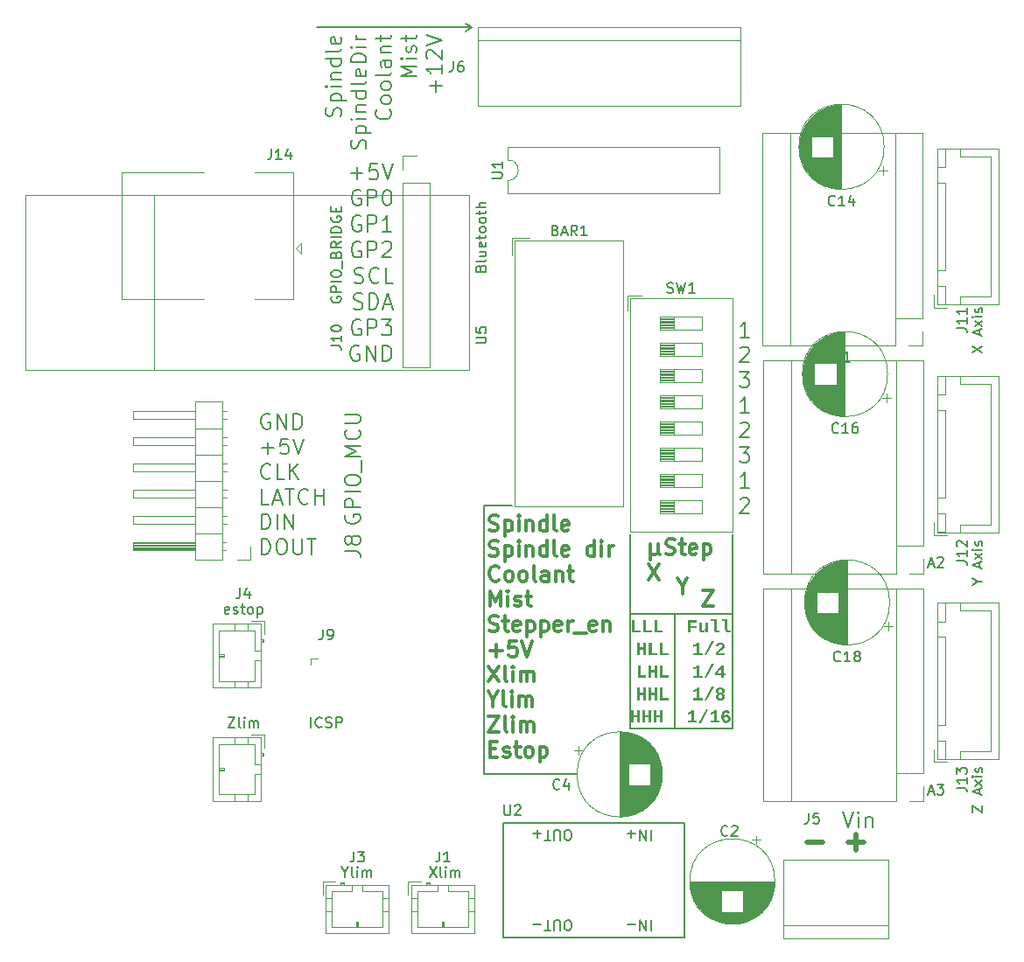
<source format=gbr>
%TF.GenerationSoftware,KiCad,Pcbnew,7.0.1-3b83917a11~172~ubuntu22.10.1*%
%TF.CreationDate,2023-08-26T17:03:54+02:00*%
%TF.ProjectId,controller,636f6e74-726f-46c6-9c65-722e6b696361,rev?*%
%TF.SameCoordinates,Original*%
%TF.FileFunction,Legend,Top*%
%TF.FilePolarity,Positive*%
%FSLAX46Y46*%
G04 Gerber Fmt 4.6, Leading zero omitted, Abs format (unit mm)*
G04 Created by KiCad (PCBNEW 7.0.1-3b83917a11~172~ubuntu22.10.1) date 2023-08-26 17:03:54*
%MOMM*%
%LPD*%
G01*
G04 APERTURE LIST*
%ADD10C,0.150000*%
%ADD11C,0.300000*%
%ADD12C,0.200000*%
%ADD13C,0.500000*%
%ADD14C,0.120000*%
G04 APERTURE END LIST*
D10*
X62250000Y-94500000D02*
X71260419Y-94500000D01*
X61080419Y-22190000D02*
X60500000Y-22600000D01*
X61080419Y-22190000D02*
X46100000Y-22200000D01*
X76372919Y-90051000D02*
X86272919Y-90051000D01*
X76372919Y-71250000D02*
X76372919Y-90051000D01*
X61080419Y-22190000D02*
X60500000Y-21800000D01*
X86272919Y-71250000D02*
X86272919Y-90051000D01*
X65000000Y-68500000D02*
X62250000Y-68500000D01*
X80750000Y-79000000D02*
X80750000Y-89500000D01*
X76400000Y-79000000D02*
X86250000Y-79000000D01*
X80750000Y-89500000D02*
X80750000Y-90000000D01*
X62250000Y-68500000D02*
X62250000Y-94500000D01*
D11*
X62785714Y-70875000D02*
X63000000Y-70946428D01*
X63000000Y-70946428D02*
X63357142Y-70946428D01*
X63357142Y-70946428D02*
X63500000Y-70875000D01*
X63500000Y-70875000D02*
X63571428Y-70803571D01*
X63571428Y-70803571D02*
X63642857Y-70660714D01*
X63642857Y-70660714D02*
X63642857Y-70517857D01*
X63642857Y-70517857D02*
X63571428Y-70375000D01*
X63571428Y-70375000D02*
X63500000Y-70303571D01*
X63500000Y-70303571D02*
X63357142Y-70232142D01*
X63357142Y-70232142D02*
X63071428Y-70160714D01*
X63071428Y-70160714D02*
X62928571Y-70089285D01*
X62928571Y-70089285D02*
X62857142Y-70017857D01*
X62857142Y-70017857D02*
X62785714Y-69875000D01*
X62785714Y-69875000D02*
X62785714Y-69732142D01*
X62785714Y-69732142D02*
X62857142Y-69589285D01*
X62857142Y-69589285D02*
X62928571Y-69517857D01*
X62928571Y-69517857D02*
X63071428Y-69446428D01*
X63071428Y-69446428D02*
X63428571Y-69446428D01*
X63428571Y-69446428D02*
X63642857Y-69517857D01*
X64285713Y-69946428D02*
X64285713Y-71446428D01*
X64285713Y-70017857D02*
X64428571Y-69946428D01*
X64428571Y-69946428D02*
X64714285Y-69946428D01*
X64714285Y-69946428D02*
X64857142Y-70017857D01*
X64857142Y-70017857D02*
X64928571Y-70089285D01*
X64928571Y-70089285D02*
X64999999Y-70232142D01*
X64999999Y-70232142D02*
X64999999Y-70660714D01*
X64999999Y-70660714D02*
X64928571Y-70803571D01*
X64928571Y-70803571D02*
X64857142Y-70875000D01*
X64857142Y-70875000D02*
X64714285Y-70946428D01*
X64714285Y-70946428D02*
X64428571Y-70946428D01*
X64428571Y-70946428D02*
X64285713Y-70875000D01*
X65642856Y-70946428D02*
X65642856Y-69946428D01*
X65642856Y-69446428D02*
X65571428Y-69517857D01*
X65571428Y-69517857D02*
X65642856Y-69589285D01*
X65642856Y-69589285D02*
X65714285Y-69517857D01*
X65714285Y-69517857D02*
X65642856Y-69446428D01*
X65642856Y-69446428D02*
X65642856Y-69589285D01*
X66357142Y-69946428D02*
X66357142Y-70946428D01*
X66357142Y-70089285D02*
X66428571Y-70017857D01*
X66428571Y-70017857D02*
X66571428Y-69946428D01*
X66571428Y-69946428D02*
X66785714Y-69946428D01*
X66785714Y-69946428D02*
X66928571Y-70017857D01*
X66928571Y-70017857D02*
X67000000Y-70160714D01*
X67000000Y-70160714D02*
X67000000Y-70946428D01*
X68357143Y-70946428D02*
X68357143Y-69446428D01*
X68357143Y-70875000D02*
X68214285Y-70946428D01*
X68214285Y-70946428D02*
X67928571Y-70946428D01*
X67928571Y-70946428D02*
X67785714Y-70875000D01*
X67785714Y-70875000D02*
X67714285Y-70803571D01*
X67714285Y-70803571D02*
X67642857Y-70660714D01*
X67642857Y-70660714D02*
X67642857Y-70232142D01*
X67642857Y-70232142D02*
X67714285Y-70089285D01*
X67714285Y-70089285D02*
X67785714Y-70017857D01*
X67785714Y-70017857D02*
X67928571Y-69946428D01*
X67928571Y-69946428D02*
X68214285Y-69946428D01*
X68214285Y-69946428D02*
X68357143Y-70017857D01*
X69285714Y-70946428D02*
X69142857Y-70875000D01*
X69142857Y-70875000D02*
X69071428Y-70732142D01*
X69071428Y-70732142D02*
X69071428Y-69446428D01*
X70428571Y-70875000D02*
X70285714Y-70946428D01*
X70285714Y-70946428D02*
X70000000Y-70946428D01*
X70000000Y-70946428D02*
X69857142Y-70875000D01*
X69857142Y-70875000D02*
X69785714Y-70732142D01*
X69785714Y-70732142D02*
X69785714Y-70160714D01*
X69785714Y-70160714D02*
X69857142Y-70017857D01*
X69857142Y-70017857D02*
X70000000Y-69946428D01*
X70000000Y-69946428D02*
X70285714Y-69946428D01*
X70285714Y-69946428D02*
X70428571Y-70017857D01*
X70428571Y-70017857D02*
X70500000Y-70160714D01*
X70500000Y-70160714D02*
X70500000Y-70303571D01*
X70500000Y-70303571D02*
X69785714Y-70446428D01*
X62785714Y-73305000D02*
X63000000Y-73376428D01*
X63000000Y-73376428D02*
X63357142Y-73376428D01*
X63357142Y-73376428D02*
X63500000Y-73305000D01*
X63500000Y-73305000D02*
X63571428Y-73233571D01*
X63571428Y-73233571D02*
X63642857Y-73090714D01*
X63642857Y-73090714D02*
X63642857Y-72947857D01*
X63642857Y-72947857D02*
X63571428Y-72805000D01*
X63571428Y-72805000D02*
X63500000Y-72733571D01*
X63500000Y-72733571D02*
X63357142Y-72662142D01*
X63357142Y-72662142D02*
X63071428Y-72590714D01*
X63071428Y-72590714D02*
X62928571Y-72519285D01*
X62928571Y-72519285D02*
X62857142Y-72447857D01*
X62857142Y-72447857D02*
X62785714Y-72305000D01*
X62785714Y-72305000D02*
X62785714Y-72162142D01*
X62785714Y-72162142D02*
X62857142Y-72019285D01*
X62857142Y-72019285D02*
X62928571Y-71947857D01*
X62928571Y-71947857D02*
X63071428Y-71876428D01*
X63071428Y-71876428D02*
X63428571Y-71876428D01*
X63428571Y-71876428D02*
X63642857Y-71947857D01*
X64285713Y-72376428D02*
X64285713Y-73876428D01*
X64285713Y-72447857D02*
X64428571Y-72376428D01*
X64428571Y-72376428D02*
X64714285Y-72376428D01*
X64714285Y-72376428D02*
X64857142Y-72447857D01*
X64857142Y-72447857D02*
X64928571Y-72519285D01*
X64928571Y-72519285D02*
X64999999Y-72662142D01*
X64999999Y-72662142D02*
X64999999Y-73090714D01*
X64999999Y-73090714D02*
X64928571Y-73233571D01*
X64928571Y-73233571D02*
X64857142Y-73305000D01*
X64857142Y-73305000D02*
X64714285Y-73376428D01*
X64714285Y-73376428D02*
X64428571Y-73376428D01*
X64428571Y-73376428D02*
X64285713Y-73305000D01*
X65642856Y-73376428D02*
X65642856Y-72376428D01*
X65642856Y-71876428D02*
X65571428Y-71947857D01*
X65571428Y-71947857D02*
X65642856Y-72019285D01*
X65642856Y-72019285D02*
X65714285Y-71947857D01*
X65714285Y-71947857D02*
X65642856Y-71876428D01*
X65642856Y-71876428D02*
X65642856Y-72019285D01*
X66357142Y-72376428D02*
X66357142Y-73376428D01*
X66357142Y-72519285D02*
X66428571Y-72447857D01*
X66428571Y-72447857D02*
X66571428Y-72376428D01*
X66571428Y-72376428D02*
X66785714Y-72376428D01*
X66785714Y-72376428D02*
X66928571Y-72447857D01*
X66928571Y-72447857D02*
X67000000Y-72590714D01*
X67000000Y-72590714D02*
X67000000Y-73376428D01*
X68357143Y-73376428D02*
X68357143Y-71876428D01*
X68357143Y-73305000D02*
X68214285Y-73376428D01*
X68214285Y-73376428D02*
X67928571Y-73376428D01*
X67928571Y-73376428D02*
X67785714Y-73305000D01*
X67785714Y-73305000D02*
X67714285Y-73233571D01*
X67714285Y-73233571D02*
X67642857Y-73090714D01*
X67642857Y-73090714D02*
X67642857Y-72662142D01*
X67642857Y-72662142D02*
X67714285Y-72519285D01*
X67714285Y-72519285D02*
X67785714Y-72447857D01*
X67785714Y-72447857D02*
X67928571Y-72376428D01*
X67928571Y-72376428D02*
X68214285Y-72376428D01*
X68214285Y-72376428D02*
X68357143Y-72447857D01*
X69285714Y-73376428D02*
X69142857Y-73305000D01*
X69142857Y-73305000D02*
X69071428Y-73162142D01*
X69071428Y-73162142D02*
X69071428Y-71876428D01*
X70428571Y-73305000D02*
X70285714Y-73376428D01*
X70285714Y-73376428D02*
X70000000Y-73376428D01*
X70000000Y-73376428D02*
X69857142Y-73305000D01*
X69857142Y-73305000D02*
X69785714Y-73162142D01*
X69785714Y-73162142D02*
X69785714Y-72590714D01*
X69785714Y-72590714D02*
X69857142Y-72447857D01*
X69857142Y-72447857D02*
X70000000Y-72376428D01*
X70000000Y-72376428D02*
X70285714Y-72376428D01*
X70285714Y-72376428D02*
X70428571Y-72447857D01*
X70428571Y-72447857D02*
X70500000Y-72590714D01*
X70500000Y-72590714D02*
X70500000Y-72733571D01*
X70500000Y-72733571D02*
X69785714Y-72876428D01*
X72928571Y-73376428D02*
X72928571Y-71876428D01*
X72928571Y-73305000D02*
X72785713Y-73376428D01*
X72785713Y-73376428D02*
X72499999Y-73376428D01*
X72499999Y-73376428D02*
X72357142Y-73305000D01*
X72357142Y-73305000D02*
X72285713Y-73233571D01*
X72285713Y-73233571D02*
X72214285Y-73090714D01*
X72214285Y-73090714D02*
X72214285Y-72662142D01*
X72214285Y-72662142D02*
X72285713Y-72519285D01*
X72285713Y-72519285D02*
X72357142Y-72447857D01*
X72357142Y-72447857D02*
X72499999Y-72376428D01*
X72499999Y-72376428D02*
X72785713Y-72376428D01*
X72785713Y-72376428D02*
X72928571Y-72447857D01*
X73642856Y-73376428D02*
X73642856Y-72376428D01*
X73642856Y-71876428D02*
X73571428Y-71947857D01*
X73571428Y-71947857D02*
X73642856Y-72019285D01*
X73642856Y-72019285D02*
X73714285Y-71947857D01*
X73714285Y-71947857D02*
X73642856Y-71876428D01*
X73642856Y-71876428D02*
X73642856Y-72019285D01*
X74357142Y-73376428D02*
X74357142Y-72376428D01*
X74357142Y-72662142D02*
X74428571Y-72519285D01*
X74428571Y-72519285D02*
X74500000Y-72447857D01*
X74500000Y-72447857D02*
X74642857Y-72376428D01*
X74642857Y-72376428D02*
X74785714Y-72376428D01*
X63714285Y-75663571D02*
X63642857Y-75735000D01*
X63642857Y-75735000D02*
X63428571Y-75806428D01*
X63428571Y-75806428D02*
X63285714Y-75806428D01*
X63285714Y-75806428D02*
X63071428Y-75735000D01*
X63071428Y-75735000D02*
X62928571Y-75592142D01*
X62928571Y-75592142D02*
X62857142Y-75449285D01*
X62857142Y-75449285D02*
X62785714Y-75163571D01*
X62785714Y-75163571D02*
X62785714Y-74949285D01*
X62785714Y-74949285D02*
X62857142Y-74663571D01*
X62857142Y-74663571D02*
X62928571Y-74520714D01*
X62928571Y-74520714D02*
X63071428Y-74377857D01*
X63071428Y-74377857D02*
X63285714Y-74306428D01*
X63285714Y-74306428D02*
X63428571Y-74306428D01*
X63428571Y-74306428D02*
X63642857Y-74377857D01*
X63642857Y-74377857D02*
X63714285Y-74449285D01*
X64571428Y-75806428D02*
X64428571Y-75735000D01*
X64428571Y-75735000D02*
X64357142Y-75663571D01*
X64357142Y-75663571D02*
X64285714Y-75520714D01*
X64285714Y-75520714D02*
X64285714Y-75092142D01*
X64285714Y-75092142D02*
X64357142Y-74949285D01*
X64357142Y-74949285D02*
X64428571Y-74877857D01*
X64428571Y-74877857D02*
X64571428Y-74806428D01*
X64571428Y-74806428D02*
X64785714Y-74806428D01*
X64785714Y-74806428D02*
X64928571Y-74877857D01*
X64928571Y-74877857D02*
X65000000Y-74949285D01*
X65000000Y-74949285D02*
X65071428Y-75092142D01*
X65071428Y-75092142D02*
X65071428Y-75520714D01*
X65071428Y-75520714D02*
X65000000Y-75663571D01*
X65000000Y-75663571D02*
X64928571Y-75735000D01*
X64928571Y-75735000D02*
X64785714Y-75806428D01*
X64785714Y-75806428D02*
X64571428Y-75806428D01*
X65928571Y-75806428D02*
X65785714Y-75735000D01*
X65785714Y-75735000D02*
X65714285Y-75663571D01*
X65714285Y-75663571D02*
X65642857Y-75520714D01*
X65642857Y-75520714D02*
X65642857Y-75092142D01*
X65642857Y-75092142D02*
X65714285Y-74949285D01*
X65714285Y-74949285D02*
X65785714Y-74877857D01*
X65785714Y-74877857D02*
X65928571Y-74806428D01*
X65928571Y-74806428D02*
X66142857Y-74806428D01*
X66142857Y-74806428D02*
X66285714Y-74877857D01*
X66285714Y-74877857D02*
X66357143Y-74949285D01*
X66357143Y-74949285D02*
X66428571Y-75092142D01*
X66428571Y-75092142D02*
X66428571Y-75520714D01*
X66428571Y-75520714D02*
X66357143Y-75663571D01*
X66357143Y-75663571D02*
X66285714Y-75735000D01*
X66285714Y-75735000D02*
X66142857Y-75806428D01*
X66142857Y-75806428D02*
X65928571Y-75806428D01*
X67285714Y-75806428D02*
X67142857Y-75735000D01*
X67142857Y-75735000D02*
X67071428Y-75592142D01*
X67071428Y-75592142D02*
X67071428Y-74306428D01*
X68500000Y-75806428D02*
X68500000Y-75020714D01*
X68500000Y-75020714D02*
X68428571Y-74877857D01*
X68428571Y-74877857D02*
X68285714Y-74806428D01*
X68285714Y-74806428D02*
X68000000Y-74806428D01*
X68000000Y-74806428D02*
X67857142Y-74877857D01*
X68500000Y-75735000D02*
X68357142Y-75806428D01*
X68357142Y-75806428D02*
X68000000Y-75806428D01*
X68000000Y-75806428D02*
X67857142Y-75735000D01*
X67857142Y-75735000D02*
X67785714Y-75592142D01*
X67785714Y-75592142D02*
X67785714Y-75449285D01*
X67785714Y-75449285D02*
X67857142Y-75306428D01*
X67857142Y-75306428D02*
X68000000Y-75235000D01*
X68000000Y-75235000D02*
X68357142Y-75235000D01*
X68357142Y-75235000D02*
X68500000Y-75163571D01*
X69214285Y-74806428D02*
X69214285Y-75806428D01*
X69214285Y-74949285D02*
X69285714Y-74877857D01*
X69285714Y-74877857D02*
X69428571Y-74806428D01*
X69428571Y-74806428D02*
X69642857Y-74806428D01*
X69642857Y-74806428D02*
X69785714Y-74877857D01*
X69785714Y-74877857D02*
X69857143Y-75020714D01*
X69857143Y-75020714D02*
X69857143Y-75806428D01*
X70357143Y-74806428D02*
X70928571Y-74806428D01*
X70571428Y-74306428D02*
X70571428Y-75592142D01*
X70571428Y-75592142D02*
X70642857Y-75735000D01*
X70642857Y-75735000D02*
X70785714Y-75806428D01*
X70785714Y-75806428D02*
X70928571Y-75806428D01*
X62857142Y-78236428D02*
X62857142Y-76736428D01*
X62857142Y-76736428D02*
X63357142Y-77807857D01*
X63357142Y-77807857D02*
X63857142Y-76736428D01*
X63857142Y-76736428D02*
X63857142Y-78236428D01*
X64571428Y-78236428D02*
X64571428Y-77236428D01*
X64571428Y-76736428D02*
X64500000Y-76807857D01*
X64500000Y-76807857D02*
X64571428Y-76879285D01*
X64571428Y-76879285D02*
X64642857Y-76807857D01*
X64642857Y-76807857D02*
X64571428Y-76736428D01*
X64571428Y-76736428D02*
X64571428Y-76879285D01*
X65214286Y-78165000D02*
X65357143Y-78236428D01*
X65357143Y-78236428D02*
X65642857Y-78236428D01*
X65642857Y-78236428D02*
X65785714Y-78165000D01*
X65785714Y-78165000D02*
X65857143Y-78022142D01*
X65857143Y-78022142D02*
X65857143Y-77950714D01*
X65857143Y-77950714D02*
X65785714Y-77807857D01*
X65785714Y-77807857D02*
X65642857Y-77736428D01*
X65642857Y-77736428D02*
X65428572Y-77736428D01*
X65428572Y-77736428D02*
X65285714Y-77665000D01*
X65285714Y-77665000D02*
X65214286Y-77522142D01*
X65214286Y-77522142D02*
X65214286Y-77450714D01*
X65214286Y-77450714D02*
X65285714Y-77307857D01*
X65285714Y-77307857D02*
X65428572Y-77236428D01*
X65428572Y-77236428D02*
X65642857Y-77236428D01*
X65642857Y-77236428D02*
X65785714Y-77307857D01*
X66285715Y-77236428D02*
X66857143Y-77236428D01*
X66500000Y-76736428D02*
X66500000Y-78022142D01*
X66500000Y-78022142D02*
X66571429Y-78165000D01*
X66571429Y-78165000D02*
X66714286Y-78236428D01*
X66714286Y-78236428D02*
X66857143Y-78236428D01*
X62785714Y-80595000D02*
X63000000Y-80666428D01*
X63000000Y-80666428D02*
X63357142Y-80666428D01*
X63357142Y-80666428D02*
X63500000Y-80595000D01*
X63500000Y-80595000D02*
X63571428Y-80523571D01*
X63571428Y-80523571D02*
X63642857Y-80380714D01*
X63642857Y-80380714D02*
X63642857Y-80237857D01*
X63642857Y-80237857D02*
X63571428Y-80095000D01*
X63571428Y-80095000D02*
X63500000Y-80023571D01*
X63500000Y-80023571D02*
X63357142Y-79952142D01*
X63357142Y-79952142D02*
X63071428Y-79880714D01*
X63071428Y-79880714D02*
X62928571Y-79809285D01*
X62928571Y-79809285D02*
X62857142Y-79737857D01*
X62857142Y-79737857D02*
X62785714Y-79595000D01*
X62785714Y-79595000D02*
X62785714Y-79452142D01*
X62785714Y-79452142D02*
X62857142Y-79309285D01*
X62857142Y-79309285D02*
X62928571Y-79237857D01*
X62928571Y-79237857D02*
X63071428Y-79166428D01*
X63071428Y-79166428D02*
X63428571Y-79166428D01*
X63428571Y-79166428D02*
X63642857Y-79237857D01*
X64071428Y-79666428D02*
X64642856Y-79666428D01*
X64285713Y-79166428D02*
X64285713Y-80452142D01*
X64285713Y-80452142D02*
X64357142Y-80595000D01*
X64357142Y-80595000D02*
X64499999Y-80666428D01*
X64499999Y-80666428D02*
X64642856Y-80666428D01*
X65714285Y-80595000D02*
X65571428Y-80666428D01*
X65571428Y-80666428D02*
X65285714Y-80666428D01*
X65285714Y-80666428D02*
X65142856Y-80595000D01*
X65142856Y-80595000D02*
X65071428Y-80452142D01*
X65071428Y-80452142D02*
X65071428Y-79880714D01*
X65071428Y-79880714D02*
X65142856Y-79737857D01*
X65142856Y-79737857D02*
X65285714Y-79666428D01*
X65285714Y-79666428D02*
X65571428Y-79666428D01*
X65571428Y-79666428D02*
X65714285Y-79737857D01*
X65714285Y-79737857D02*
X65785714Y-79880714D01*
X65785714Y-79880714D02*
X65785714Y-80023571D01*
X65785714Y-80023571D02*
X65071428Y-80166428D01*
X66428570Y-79666428D02*
X66428570Y-81166428D01*
X66428570Y-79737857D02*
X66571428Y-79666428D01*
X66571428Y-79666428D02*
X66857142Y-79666428D01*
X66857142Y-79666428D02*
X66999999Y-79737857D01*
X66999999Y-79737857D02*
X67071428Y-79809285D01*
X67071428Y-79809285D02*
X67142856Y-79952142D01*
X67142856Y-79952142D02*
X67142856Y-80380714D01*
X67142856Y-80380714D02*
X67071428Y-80523571D01*
X67071428Y-80523571D02*
X66999999Y-80595000D01*
X66999999Y-80595000D02*
X66857142Y-80666428D01*
X66857142Y-80666428D02*
X66571428Y-80666428D01*
X66571428Y-80666428D02*
X66428570Y-80595000D01*
X67785713Y-79666428D02*
X67785713Y-81166428D01*
X67785713Y-79737857D02*
X67928571Y-79666428D01*
X67928571Y-79666428D02*
X68214285Y-79666428D01*
X68214285Y-79666428D02*
X68357142Y-79737857D01*
X68357142Y-79737857D02*
X68428571Y-79809285D01*
X68428571Y-79809285D02*
X68499999Y-79952142D01*
X68499999Y-79952142D02*
X68499999Y-80380714D01*
X68499999Y-80380714D02*
X68428571Y-80523571D01*
X68428571Y-80523571D02*
X68357142Y-80595000D01*
X68357142Y-80595000D02*
X68214285Y-80666428D01*
X68214285Y-80666428D02*
X67928571Y-80666428D01*
X67928571Y-80666428D02*
X67785713Y-80595000D01*
X69714285Y-80595000D02*
X69571428Y-80666428D01*
X69571428Y-80666428D02*
X69285714Y-80666428D01*
X69285714Y-80666428D02*
X69142856Y-80595000D01*
X69142856Y-80595000D02*
X69071428Y-80452142D01*
X69071428Y-80452142D02*
X69071428Y-79880714D01*
X69071428Y-79880714D02*
X69142856Y-79737857D01*
X69142856Y-79737857D02*
X69285714Y-79666428D01*
X69285714Y-79666428D02*
X69571428Y-79666428D01*
X69571428Y-79666428D02*
X69714285Y-79737857D01*
X69714285Y-79737857D02*
X69785714Y-79880714D01*
X69785714Y-79880714D02*
X69785714Y-80023571D01*
X69785714Y-80023571D02*
X69071428Y-80166428D01*
X70428570Y-80666428D02*
X70428570Y-79666428D01*
X70428570Y-79952142D02*
X70499999Y-79809285D01*
X70499999Y-79809285D02*
X70571428Y-79737857D01*
X70571428Y-79737857D02*
X70714285Y-79666428D01*
X70714285Y-79666428D02*
X70857142Y-79666428D01*
X70999999Y-80809285D02*
X72142856Y-80809285D01*
X73071427Y-80595000D02*
X72928570Y-80666428D01*
X72928570Y-80666428D02*
X72642856Y-80666428D01*
X72642856Y-80666428D02*
X72499998Y-80595000D01*
X72499998Y-80595000D02*
X72428570Y-80452142D01*
X72428570Y-80452142D02*
X72428570Y-79880714D01*
X72428570Y-79880714D02*
X72499998Y-79737857D01*
X72499998Y-79737857D02*
X72642856Y-79666428D01*
X72642856Y-79666428D02*
X72928570Y-79666428D01*
X72928570Y-79666428D02*
X73071427Y-79737857D01*
X73071427Y-79737857D02*
X73142856Y-79880714D01*
X73142856Y-79880714D02*
X73142856Y-80023571D01*
X73142856Y-80023571D02*
X72428570Y-80166428D01*
X73785712Y-79666428D02*
X73785712Y-80666428D01*
X73785712Y-79809285D02*
X73857141Y-79737857D01*
X73857141Y-79737857D02*
X73999998Y-79666428D01*
X73999998Y-79666428D02*
X74214284Y-79666428D01*
X74214284Y-79666428D02*
X74357141Y-79737857D01*
X74357141Y-79737857D02*
X74428570Y-79880714D01*
X74428570Y-79880714D02*
X74428570Y-80666428D01*
X62857142Y-82525000D02*
X64000000Y-82525000D01*
X63428571Y-83096428D02*
X63428571Y-81953571D01*
X65428571Y-81596428D02*
X64714285Y-81596428D01*
X64714285Y-81596428D02*
X64642857Y-82310714D01*
X64642857Y-82310714D02*
X64714285Y-82239285D01*
X64714285Y-82239285D02*
X64857143Y-82167857D01*
X64857143Y-82167857D02*
X65214285Y-82167857D01*
X65214285Y-82167857D02*
X65357143Y-82239285D01*
X65357143Y-82239285D02*
X65428571Y-82310714D01*
X65428571Y-82310714D02*
X65500000Y-82453571D01*
X65500000Y-82453571D02*
X65500000Y-82810714D01*
X65500000Y-82810714D02*
X65428571Y-82953571D01*
X65428571Y-82953571D02*
X65357143Y-83025000D01*
X65357143Y-83025000D02*
X65214285Y-83096428D01*
X65214285Y-83096428D02*
X64857143Y-83096428D01*
X64857143Y-83096428D02*
X64714285Y-83025000D01*
X64714285Y-83025000D02*
X64642857Y-82953571D01*
X65928571Y-81596428D02*
X66428571Y-83096428D01*
X66428571Y-83096428D02*
X66928571Y-81596428D01*
X62714285Y-84026428D02*
X63714285Y-85526428D01*
X63714285Y-84026428D02*
X62714285Y-85526428D01*
X64499999Y-85526428D02*
X64357142Y-85455000D01*
X64357142Y-85455000D02*
X64285713Y-85312142D01*
X64285713Y-85312142D02*
X64285713Y-84026428D01*
X65071427Y-85526428D02*
X65071427Y-84526428D01*
X65071427Y-84026428D02*
X64999999Y-84097857D01*
X64999999Y-84097857D02*
X65071427Y-84169285D01*
X65071427Y-84169285D02*
X65142856Y-84097857D01*
X65142856Y-84097857D02*
X65071427Y-84026428D01*
X65071427Y-84026428D02*
X65071427Y-84169285D01*
X65785713Y-85526428D02*
X65785713Y-84526428D01*
X65785713Y-84669285D02*
X65857142Y-84597857D01*
X65857142Y-84597857D02*
X65999999Y-84526428D01*
X65999999Y-84526428D02*
X66214285Y-84526428D01*
X66214285Y-84526428D02*
X66357142Y-84597857D01*
X66357142Y-84597857D02*
X66428571Y-84740714D01*
X66428571Y-84740714D02*
X66428571Y-85526428D01*
X66428571Y-84740714D02*
X66499999Y-84597857D01*
X66499999Y-84597857D02*
X66642856Y-84526428D01*
X66642856Y-84526428D02*
X66857142Y-84526428D01*
X66857142Y-84526428D02*
X66999999Y-84597857D01*
X66999999Y-84597857D02*
X67071428Y-84740714D01*
X67071428Y-84740714D02*
X67071428Y-85526428D01*
X63142857Y-87242142D02*
X63142857Y-87956428D01*
X62642857Y-86456428D02*
X63142857Y-87242142D01*
X63142857Y-87242142D02*
X63642857Y-86456428D01*
X64357142Y-87956428D02*
X64214285Y-87885000D01*
X64214285Y-87885000D02*
X64142856Y-87742142D01*
X64142856Y-87742142D02*
X64142856Y-86456428D01*
X64928570Y-87956428D02*
X64928570Y-86956428D01*
X64928570Y-86456428D02*
X64857142Y-86527857D01*
X64857142Y-86527857D02*
X64928570Y-86599285D01*
X64928570Y-86599285D02*
X64999999Y-86527857D01*
X64999999Y-86527857D02*
X64928570Y-86456428D01*
X64928570Y-86456428D02*
X64928570Y-86599285D01*
X65642856Y-87956428D02*
X65642856Y-86956428D01*
X65642856Y-87099285D02*
X65714285Y-87027857D01*
X65714285Y-87027857D02*
X65857142Y-86956428D01*
X65857142Y-86956428D02*
X66071428Y-86956428D01*
X66071428Y-86956428D02*
X66214285Y-87027857D01*
X66214285Y-87027857D02*
X66285714Y-87170714D01*
X66285714Y-87170714D02*
X66285714Y-87956428D01*
X66285714Y-87170714D02*
X66357142Y-87027857D01*
X66357142Y-87027857D02*
X66499999Y-86956428D01*
X66499999Y-86956428D02*
X66714285Y-86956428D01*
X66714285Y-86956428D02*
X66857142Y-87027857D01*
X66857142Y-87027857D02*
X66928571Y-87170714D01*
X66928571Y-87170714D02*
X66928571Y-87956428D01*
X62714285Y-88886428D02*
X63714285Y-88886428D01*
X63714285Y-88886428D02*
X62714285Y-90386428D01*
X62714285Y-90386428D02*
X63714285Y-90386428D01*
X64499999Y-90386428D02*
X64357142Y-90315000D01*
X64357142Y-90315000D02*
X64285713Y-90172142D01*
X64285713Y-90172142D02*
X64285713Y-88886428D01*
X65071427Y-90386428D02*
X65071427Y-89386428D01*
X65071427Y-88886428D02*
X64999999Y-88957857D01*
X64999999Y-88957857D02*
X65071427Y-89029285D01*
X65071427Y-89029285D02*
X65142856Y-88957857D01*
X65142856Y-88957857D02*
X65071427Y-88886428D01*
X65071427Y-88886428D02*
X65071427Y-89029285D01*
X65785713Y-90386428D02*
X65785713Y-89386428D01*
X65785713Y-89529285D02*
X65857142Y-89457857D01*
X65857142Y-89457857D02*
X65999999Y-89386428D01*
X65999999Y-89386428D02*
X66214285Y-89386428D01*
X66214285Y-89386428D02*
X66357142Y-89457857D01*
X66357142Y-89457857D02*
X66428571Y-89600714D01*
X66428571Y-89600714D02*
X66428571Y-90386428D01*
X66428571Y-89600714D02*
X66499999Y-89457857D01*
X66499999Y-89457857D02*
X66642856Y-89386428D01*
X66642856Y-89386428D02*
X66857142Y-89386428D01*
X66857142Y-89386428D02*
X66999999Y-89457857D01*
X66999999Y-89457857D02*
X67071428Y-89600714D01*
X67071428Y-89600714D02*
X67071428Y-90386428D01*
X62857142Y-92030714D02*
X63357142Y-92030714D01*
X63571428Y-92816428D02*
X62857142Y-92816428D01*
X62857142Y-92816428D02*
X62857142Y-91316428D01*
X62857142Y-91316428D02*
X63571428Y-91316428D01*
X64142857Y-92745000D02*
X64285714Y-92816428D01*
X64285714Y-92816428D02*
X64571428Y-92816428D01*
X64571428Y-92816428D02*
X64714285Y-92745000D01*
X64714285Y-92745000D02*
X64785714Y-92602142D01*
X64785714Y-92602142D02*
X64785714Y-92530714D01*
X64785714Y-92530714D02*
X64714285Y-92387857D01*
X64714285Y-92387857D02*
X64571428Y-92316428D01*
X64571428Y-92316428D02*
X64357143Y-92316428D01*
X64357143Y-92316428D02*
X64214285Y-92245000D01*
X64214285Y-92245000D02*
X64142857Y-92102142D01*
X64142857Y-92102142D02*
X64142857Y-92030714D01*
X64142857Y-92030714D02*
X64214285Y-91887857D01*
X64214285Y-91887857D02*
X64357143Y-91816428D01*
X64357143Y-91816428D02*
X64571428Y-91816428D01*
X64571428Y-91816428D02*
X64714285Y-91887857D01*
X65214286Y-91816428D02*
X65785714Y-91816428D01*
X65428571Y-91316428D02*
X65428571Y-92602142D01*
X65428571Y-92602142D02*
X65500000Y-92745000D01*
X65500000Y-92745000D02*
X65642857Y-92816428D01*
X65642857Y-92816428D02*
X65785714Y-92816428D01*
X66500000Y-92816428D02*
X66357143Y-92745000D01*
X66357143Y-92745000D02*
X66285714Y-92673571D01*
X66285714Y-92673571D02*
X66214286Y-92530714D01*
X66214286Y-92530714D02*
X66214286Y-92102142D01*
X66214286Y-92102142D02*
X66285714Y-91959285D01*
X66285714Y-91959285D02*
X66357143Y-91887857D01*
X66357143Y-91887857D02*
X66500000Y-91816428D01*
X66500000Y-91816428D02*
X66714286Y-91816428D01*
X66714286Y-91816428D02*
X66857143Y-91887857D01*
X66857143Y-91887857D02*
X66928572Y-91959285D01*
X66928572Y-91959285D02*
X67000000Y-92102142D01*
X67000000Y-92102142D02*
X67000000Y-92530714D01*
X67000000Y-92530714D02*
X66928572Y-92673571D01*
X66928572Y-92673571D02*
X66857143Y-92745000D01*
X66857143Y-92745000D02*
X66714286Y-92816428D01*
X66714286Y-92816428D02*
X66500000Y-92816428D01*
X67642857Y-91816428D02*
X67642857Y-93316428D01*
X67642857Y-91887857D02*
X67785715Y-91816428D01*
X67785715Y-91816428D02*
X68071429Y-91816428D01*
X68071429Y-91816428D02*
X68214286Y-91887857D01*
X68214286Y-91887857D02*
X68285715Y-91959285D01*
X68285715Y-91959285D02*
X68357143Y-92102142D01*
X68357143Y-92102142D02*
X68357143Y-92530714D01*
X68357143Y-92530714D02*
X68285715Y-92673571D01*
X68285715Y-92673571D02*
X68214286Y-92745000D01*
X68214286Y-92745000D02*
X68071429Y-92816428D01*
X68071429Y-92816428D02*
X67785715Y-92816428D01*
X67785715Y-92816428D02*
X67642857Y-92745000D01*
D12*
X41542857Y-59637857D02*
X41400000Y-59566428D01*
X41400000Y-59566428D02*
X41185714Y-59566428D01*
X41185714Y-59566428D02*
X40971428Y-59637857D01*
X40971428Y-59637857D02*
X40828571Y-59780714D01*
X40828571Y-59780714D02*
X40757142Y-59923571D01*
X40757142Y-59923571D02*
X40685714Y-60209285D01*
X40685714Y-60209285D02*
X40685714Y-60423571D01*
X40685714Y-60423571D02*
X40757142Y-60709285D01*
X40757142Y-60709285D02*
X40828571Y-60852142D01*
X40828571Y-60852142D02*
X40971428Y-60995000D01*
X40971428Y-60995000D02*
X41185714Y-61066428D01*
X41185714Y-61066428D02*
X41328571Y-61066428D01*
X41328571Y-61066428D02*
X41542857Y-60995000D01*
X41542857Y-60995000D02*
X41614285Y-60923571D01*
X41614285Y-60923571D02*
X41614285Y-60423571D01*
X41614285Y-60423571D02*
X41328571Y-60423571D01*
X42257142Y-61066428D02*
X42257142Y-59566428D01*
X42257142Y-59566428D02*
X43114285Y-61066428D01*
X43114285Y-61066428D02*
X43114285Y-59566428D01*
X43828571Y-61066428D02*
X43828571Y-59566428D01*
X43828571Y-59566428D02*
X44185714Y-59566428D01*
X44185714Y-59566428D02*
X44400000Y-59637857D01*
X44400000Y-59637857D02*
X44542857Y-59780714D01*
X44542857Y-59780714D02*
X44614286Y-59923571D01*
X44614286Y-59923571D02*
X44685714Y-60209285D01*
X44685714Y-60209285D02*
X44685714Y-60423571D01*
X44685714Y-60423571D02*
X44614286Y-60709285D01*
X44614286Y-60709285D02*
X44542857Y-60852142D01*
X44542857Y-60852142D02*
X44400000Y-60995000D01*
X44400000Y-60995000D02*
X44185714Y-61066428D01*
X44185714Y-61066428D02*
X43828571Y-61066428D01*
X40757142Y-62925000D02*
X41900000Y-62925000D01*
X41328571Y-63496428D02*
X41328571Y-62353571D01*
X43328571Y-61996428D02*
X42614285Y-61996428D01*
X42614285Y-61996428D02*
X42542857Y-62710714D01*
X42542857Y-62710714D02*
X42614285Y-62639285D01*
X42614285Y-62639285D02*
X42757143Y-62567857D01*
X42757143Y-62567857D02*
X43114285Y-62567857D01*
X43114285Y-62567857D02*
X43257143Y-62639285D01*
X43257143Y-62639285D02*
X43328571Y-62710714D01*
X43328571Y-62710714D02*
X43400000Y-62853571D01*
X43400000Y-62853571D02*
X43400000Y-63210714D01*
X43400000Y-63210714D02*
X43328571Y-63353571D01*
X43328571Y-63353571D02*
X43257143Y-63425000D01*
X43257143Y-63425000D02*
X43114285Y-63496428D01*
X43114285Y-63496428D02*
X42757143Y-63496428D01*
X42757143Y-63496428D02*
X42614285Y-63425000D01*
X42614285Y-63425000D02*
X42542857Y-63353571D01*
X43828571Y-61996428D02*
X44328571Y-63496428D01*
X44328571Y-63496428D02*
X44828571Y-61996428D01*
X41614285Y-65783571D02*
X41542857Y-65855000D01*
X41542857Y-65855000D02*
X41328571Y-65926428D01*
X41328571Y-65926428D02*
X41185714Y-65926428D01*
X41185714Y-65926428D02*
X40971428Y-65855000D01*
X40971428Y-65855000D02*
X40828571Y-65712142D01*
X40828571Y-65712142D02*
X40757142Y-65569285D01*
X40757142Y-65569285D02*
X40685714Y-65283571D01*
X40685714Y-65283571D02*
X40685714Y-65069285D01*
X40685714Y-65069285D02*
X40757142Y-64783571D01*
X40757142Y-64783571D02*
X40828571Y-64640714D01*
X40828571Y-64640714D02*
X40971428Y-64497857D01*
X40971428Y-64497857D02*
X41185714Y-64426428D01*
X41185714Y-64426428D02*
X41328571Y-64426428D01*
X41328571Y-64426428D02*
X41542857Y-64497857D01*
X41542857Y-64497857D02*
X41614285Y-64569285D01*
X42971428Y-65926428D02*
X42257142Y-65926428D01*
X42257142Y-65926428D02*
X42257142Y-64426428D01*
X43471428Y-65926428D02*
X43471428Y-64426428D01*
X44328571Y-65926428D02*
X43685714Y-65069285D01*
X44328571Y-64426428D02*
X43471428Y-65283571D01*
X41471428Y-68356428D02*
X40757142Y-68356428D01*
X40757142Y-68356428D02*
X40757142Y-66856428D01*
X41900000Y-67927857D02*
X42614286Y-67927857D01*
X41757143Y-68356428D02*
X42257143Y-66856428D01*
X42257143Y-66856428D02*
X42757143Y-68356428D01*
X43042857Y-66856428D02*
X43900000Y-66856428D01*
X43471428Y-68356428D02*
X43471428Y-66856428D01*
X45257142Y-68213571D02*
X45185714Y-68285000D01*
X45185714Y-68285000D02*
X44971428Y-68356428D01*
X44971428Y-68356428D02*
X44828571Y-68356428D01*
X44828571Y-68356428D02*
X44614285Y-68285000D01*
X44614285Y-68285000D02*
X44471428Y-68142142D01*
X44471428Y-68142142D02*
X44399999Y-67999285D01*
X44399999Y-67999285D02*
X44328571Y-67713571D01*
X44328571Y-67713571D02*
X44328571Y-67499285D01*
X44328571Y-67499285D02*
X44399999Y-67213571D01*
X44399999Y-67213571D02*
X44471428Y-67070714D01*
X44471428Y-67070714D02*
X44614285Y-66927857D01*
X44614285Y-66927857D02*
X44828571Y-66856428D01*
X44828571Y-66856428D02*
X44971428Y-66856428D01*
X44971428Y-66856428D02*
X45185714Y-66927857D01*
X45185714Y-66927857D02*
X45257142Y-66999285D01*
X45899999Y-68356428D02*
X45899999Y-66856428D01*
X45899999Y-67570714D02*
X46757142Y-67570714D01*
X46757142Y-68356428D02*
X46757142Y-66856428D01*
X40757142Y-70786428D02*
X40757142Y-69286428D01*
X40757142Y-69286428D02*
X41114285Y-69286428D01*
X41114285Y-69286428D02*
X41328571Y-69357857D01*
X41328571Y-69357857D02*
X41471428Y-69500714D01*
X41471428Y-69500714D02*
X41542857Y-69643571D01*
X41542857Y-69643571D02*
X41614285Y-69929285D01*
X41614285Y-69929285D02*
X41614285Y-70143571D01*
X41614285Y-70143571D02*
X41542857Y-70429285D01*
X41542857Y-70429285D02*
X41471428Y-70572142D01*
X41471428Y-70572142D02*
X41328571Y-70715000D01*
X41328571Y-70715000D02*
X41114285Y-70786428D01*
X41114285Y-70786428D02*
X40757142Y-70786428D01*
X42257142Y-70786428D02*
X42257142Y-69286428D01*
X42971428Y-70786428D02*
X42971428Y-69286428D01*
X42971428Y-69286428D02*
X43828571Y-70786428D01*
X43828571Y-70786428D02*
X43828571Y-69286428D01*
X40757142Y-73216428D02*
X40757142Y-71716428D01*
X40757142Y-71716428D02*
X41114285Y-71716428D01*
X41114285Y-71716428D02*
X41328571Y-71787857D01*
X41328571Y-71787857D02*
X41471428Y-71930714D01*
X41471428Y-71930714D02*
X41542857Y-72073571D01*
X41542857Y-72073571D02*
X41614285Y-72359285D01*
X41614285Y-72359285D02*
X41614285Y-72573571D01*
X41614285Y-72573571D02*
X41542857Y-72859285D01*
X41542857Y-72859285D02*
X41471428Y-73002142D01*
X41471428Y-73002142D02*
X41328571Y-73145000D01*
X41328571Y-73145000D02*
X41114285Y-73216428D01*
X41114285Y-73216428D02*
X40757142Y-73216428D01*
X42542857Y-71716428D02*
X42828571Y-71716428D01*
X42828571Y-71716428D02*
X42971428Y-71787857D01*
X42971428Y-71787857D02*
X43114285Y-71930714D01*
X43114285Y-71930714D02*
X43185714Y-72216428D01*
X43185714Y-72216428D02*
X43185714Y-72716428D01*
X43185714Y-72716428D02*
X43114285Y-73002142D01*
X43114285Y-73002142D02*
X42971428Y-73145000D01*
X42971428Y-73145000D02*
X42828571Y-73216428D01*
X42828571Y-73216428D02*
X42542857Y-73216428D01*
X42542857Y-73216428D02*
X42400000Y-73145000D01*
X42400000Y-73145000D02*
X42257142Y-73002142D01*
X42257142Y-73002142D02*
X42185714Y-72716428D01*
X42185714Y-72716428D02*
X42185714Y-72216428D01*
X42185714Y-72216428D02*
X42257142Y-71930714D01*
X42257142Y-71930714D02*
X42400000Y-71787857D01*
X42400000Y-71787857D02*
X42542857Y-71716428D01*
X43828571Y-71716428D02*
X43828571Y-72930714D01*
X43828571Y-72930714D02*
X43900000Y-73073571D01*
X43900000Y-73073571D02*
X43971429Y-73145000D01*
X43971429Y-73145000D02*
X44114286Y-73216428D01*
X44114286Y-73216428D02*
X44400000Y-73216428D01*
X44400000Y-73216428D02*
X44542857Y-73145000D01*
X44542857Y-73145000D02*
X44614286Y-73073571D01*
X44614286Y-73073571D02*
X44685714Y-72930714D01*
X44685714Y-72930714D02*
X44685714Y-71716428D01*
X45185715Y-71716428D02*
X46042858Y-71716428D01*
X45614286Y-73216428D02*
X45614286Y-71716428D01*
X49385714Y-36338083D02*
X50528572Y-36338083D01*
X49957143Y-36928559D02*
X49957143Y-35747607D01*
X51957143Y-35378559D02*
X51242857Y-35378559D01*
X51242857Y-35378559D02*
X51171429Y-36116654D01*
X51171429Y-36116654D02*
X51242857Y-36042845D01*
X51242857Y-36042845D02*
X51385715Y-35969035D01*
X51385715Y-35969035D02*
X51742857Y-35969035D01*
X51742857Y-35969035D02*
X51885715Y-36042845D01*
X51885715Y-36042845D02*
X51957143Y-36116654D01*
X51957143Y-36116654D02*
X52028572Y-36264273D01*
X52028572Y-36264273D02*
X52028572Y-36633321D01*
X52028572Y-36633321D02*
X51957143Y-36780940D01*
X51957143Y-36780940D02*
X51885715Y-36854750D01*
X51885715Y-36854750D02*
X51742857Y-36928559D01*
X51742857Y-36928559D02*
X51385715Y-36928559D01*
X51385715Y-36928559D02*
X51242857Y-36854750D01*
X51242857Y-36854750D02*
X51171429Y-36780940D01*
X52457143Y-35378559D02*
X52957143Y-36928559D01*
X52957143Y-36928559D02*
X53457143Y-35378559D01*
X50314286Y-37963369D02*
X50171429Y-37889559D01*
X50171429Y-37889559D02*
X49957143Y-37889559D01*
X49957143Y-37889559D02*
X49742857Y-37963369D01*
X49742857Y-37963369D02*
X49600000Y-38110988D01*
X49600000Y-38110988D02*
X49528571Y-38258607D01*
X49528571Y-38258607D02*
X49457143Y-38553845D01*
X49457143Y-38553845D02*
X49457143Y-38775273D01*
X49457143Y-38775273D02*
X49528571Y-39070511D01*
X49528571Y-39070511D02*
X49600000Y-39218130D01*
X49600000Y-39218130D02*
X49742857Y-39365750D01*
X49742857Y-39365750D02*
X49957143Y-39439559D01*
X49957143Y-39439559D02*
X50100000Y-39439559D01*
X50100000Y-39439559D02*
X50314286Y-39365750D01*
X50314286Y-39365750D02*
X50385714Y-39291940D01*
X50385714Y-39291940D02*
X50385714Y-38775273D01*
X50385714Y-38775273D02*
X50100000Y-38775273D01*
X51028571Y-39439559D02*
X51028571Y-37889559D01*
X51028571Y-37889559D02*
X51600000Y-37889559D01*
X51600000Y-37889559D02*
X51742857Y-37963369D01*
X51742857Y-37963369D02*
X51814286Y-38037178D01*
X51814286Y-38037178D02*
X51885714Y-38184797D01*
X51885714Y-38184797D02*
X51885714Y-38406226D01*
X51885714Y-38406226D02*
X51814286Y-38553845D01*
X51814286Y-38553845D02*
X51742857Y-38627654D01*
X51742857Y-38627654D02*
X51600000Y-38701464D01*
X51600000Y-38701464D02*
X51028571Y-38701464D01*
X52814286Y-37889559D02*
X52957143Y-37889559D01*
X52957143Y-37889559D02*
X53100000Y-37963369D01*
X53100000Y-37963369D02*
X53171429Y-38037178D01*
X53171429Y-38037178D02*
X53242857Y-38184797D01*
X53242857Y-38184797D02*
X53314286Y-38480035D01*
X53314286Y-38480035D02*
X53314286Y-38849083D01*
X53314286Y-38849083D02*
X53242857Y-39144321D01*
X53242857Y-39144321D02*
X53171429Y-39291940D01*
X53171429Y-39291940D02*
X53100000Y-39365750D01*
X53100000Y-39365750D02*
X52957143Y-39439559D01*
X52957143Y-39439559D02*
X52814286Y-39439559D01*
X52814286Y-39439559D02*
X52671429Y-39365750D01*
X52671429Y-39365750D02*
X52600000Y-39291940D01*
X52600000Y-39291940D02*
X52528571Y-39144321D01*
X52528571Y-39144321D02*
X52457143Y-38849083D01*
X52457143Y-38849083D02*
X52457143Y-38480035D01*
X52457143Y-38480035D02*
X52528571Y-38184797D01*
X52528571Y-38184797D02*
X52600000Y-38037178D01*
X52600000Y-38037178D02*
X52671429Y-37963369D01*
X52671429Y-37963369D02*
X52814286Y-37889559D01*
X50314286Y-40474369D02*
X50171429Y-40400559D01*
X50171429Y-40400559D02*
X49957143Y-40400559D01*
X49957143Y-40400559D02*
X49742857Y-40474369D01*
X49742857Y-40474369D02*
X49600000Y-40621988D01*
X49600000Y-40621988D02*
X49528571Y-40769607D01*
X49528571Y-40769607D02*
X49457143Y-41064845D01*
X49457143Y-41064845D02*
X49457143Y-41286273D01*
X49457143Y-41286273D02*
X49528571Y-41581511D01*
X49528571Y-41581511D02*
X49600000Y-41729130D01*
X49600000Y-41729130D02*
X49742857Y-41876750D01*
X49742857Y-41876750D02*
X49957143Y-41950559D01*
X49957143Y-41950559D02*
X50100000Y-41950559D01*
X50100000Y-41950559D02*
X50314286Y-41876750D01*
X50314286Y-41876750D02*
X50385714Y-41802940D01*
X50385714Y-41802940D02*
X50385714Y-41286273D01*
X50385714Y-41286273D02*
X50100000Y-41286273D01*
X51028571Y-41950559D02*
X51028571Y-40400559D01*
X51028571Y-40400559D02*
X51600000Y-40400559D01*
X51600000Y-40400559D02*
X51742857Y-40474369D01*
X51742857Y-40474369D02*
X51814286Y-40548178D01*
X51814286Y-40548178D02*
X51885714Y-40695797D01*
X51885714Y-40695797D02*
X51885714Y-40917226D01*
X51885714Y-40917226D02*
X51814286Y-41064845D01*
X51814286Y-41064845D02*
X51742857Y-41138654D01*
X51742857Y-41138654D02*
X51600000Y-41212464D01*
X51600000Y-41212464D02*
X51028571Y-41212464D01*
X53314286Y-41950559D02*
X52457143Y-41950559D01*
X52885714Y-41950559D02*
X52885714Y-40400559D01*
X52885714Y-40400559D02*
X52742857Y-40621988D01*
X52742857Y-40621988D02*
X52600000Y-40769607D01*
X52600000Y-40769607D02*
X52457143Y-40843416D01*
X50314286Y-42985369D02*
X50171429Y-42911559D01*
X50171429Y-42911559D02*
X49957143Y-42911559D01*
X49957143Y-42911559D02*
X49742857Y-42985369D01*
X49742857Y-42985369D02*
X49600000Y-43132988D01*
X49600000Y-43132988D02*
X49528571Y-43280607D01*
X49528571Y-43280607D02*
X49457143Y-43575845D01*
X49457143Y-43575845D02*
X49457143Y-43797273D01*
X49457143Y-43797273D02*
X49528571Y-44092511D01*
X49528571Y-44092511D02*
X49600000Y-44240130D01*
X49600000Y-44240130D02*
X49742857Y-44387750D01*
X49742857Y-44387750D02*
X49957143Y-44461559D01*
X49957143Y-44461559D02*
X50100000Y-44461559D01*
X50100000Y-44461559D02*
X50314286Y-44387750D01*
X50314286Y-44387750D02*
X50385714Y-44313940D01*
X50385714Y-44313940D02*
X50385714Y-43797273D01*
X50385714Y-43797273D02*
X50100000Y-43797273D01*
X51028571Y-44461559D02*
X51028571Y-42911559D01*
X51028571Y-42911559D02*
X51600000Y-42911559D01*
X51600000Y-42911559D02*
X51742857Y-42985369D01*
X51742857Y-42985369D02*
X51814286Y-43059178D01*
X51814286Y-43059178D02*
X51885714Y-43206797D01*
X51885714Y-43206797D02*
X51885714Y-43428226D01*
X51885714Y-43428226D02*
X51814286Y-43575845D01*
X51814286Y-43575845D02*
X51742857Y-43649654D01*
X51742857Y-43649654D02*
X51600000Y-43723464D01*
X51600000Y-43723464D02*
X51028571Y-43723464D01*
X52457143Y-43059178D02*
X52528571Y-42985369D01*
X52528571Y-42985369D02*
X52671429Y-42911559D01*
X52671429Y-42911559D02*
X53028571Y-42911559D01*
X53028571Y-42911559D02*
X53171429Y-42985369D01*
X53171429Y-42985369D02*
X53242857Y-43059178D01*
X53242857Y-43059178D02*
X53314286Y-43206797D01*
X53314286Y-43206797D02*
X53314286Y-43354416D01*
X53314286Y-43354416D02*
X53242857Y-43575845D01*
X53242857Y-43575845D02*
X52385714Y-44461559D01*
X52385714Y-44461559D02*
X53314286Y-44461559D01*
X49742857Y-46898750D02*
X49957143Y-46972559D01*
X49957143Y-46972559D02*
X50314285Y-46972559D01*
X50314285Y-46972559D02*
X50457143Y-46898750D01*
X50457143Y-46898750D02*
X50528571Y-46824940D01*
X50528571Y-46824940D02*
X50600000Y-46677321D01*
X50600000Y-46677321D02*
X50600000Y-46529702D01*
X50600000Y-46529702D02*
X50528571Y-46382083D01*
X50528571Y-46382083D02*
X50457143Y-46308273D01*
X50457143Y-46308273D02*
X50314285Y-46234464D01*
X50314285Y-46234464D02*
X50028571Y-46160654D01*
X50028571Y-46160654D02*
X49885714Y-46086845D01*
X49885714Y-46086845D02*
X49814285Y-46013035D01*
X49814285Y-46013035D02*
X49742857Y-45865416D01*
X49742857Y-45865416D02*
X49742857Y-45717797D01*
X49742857Y-45717797D02*
X49814285Y-45570178D01*
X49814285Y-45570178D02*
X49885714Y-45496369D01*
X49885714Y-45496369D02*
X50028571Y-45422559D01*
X50028571Y-45422559D02*
X50385714Y-45422559D01*
X50385714Y-45422559D02*
X50600000Y-45496369D01*
X52099999Y-46824940D02*
X52028571Y-46898750D01*
X52028571Y-46898750D02*
X51814285Y-46972559D01*
X51814285Y-46972559D02*
X51671428Y-46972559D01*
X51671428Y-46972559D02*
X51457142Y-46898750D01*
X51457142Y-46898750D02*
X51314285Y-46751130D01*
X51314285Y-46751130D02*
X51242856Y-46603511D01*
X51242856Y-46603511D02*
X51171428Y-46308273D01*
X51171428Y-46308273D02*
X51171428Y-46086845D01*
X51171428Y-46086845D02*
X51242856Y-45791607D01*
X51242856Y-45791607D02*
X51314285Y-45643988D01*
X51314285Y-45643988D02*
X51457142Y-45496369D01*
X51457142Y-45496369D02*
X51671428Y-45422559D01*
X51671428Y-45422559D02*
X51814285Y-45422559D01*
X51814285Y-45422559D02*
X52028571Y-45496369D01*
X52028571Y-45496369D02*
X52099999Y-45570178D01*
X53457142Y-46972559D02*
X52742856Y-46972559D01*
X52742856Y-46972559D02*
X52742856Y-45422559D01*
X49671429Y-49409750D02*
X49885715Y-49483559D01*
X49885715Y-49483559D02*
X50242857Y-49483559D01*
X50242857Y-49483559D02*
X50385715Y-49409750D01*
X50385715Y-49409750D02*
X50457143Y-49335940D01*
X50457143Y-49335940D02*
X50528572Y-49188321D01*
X50528572Y-49188321D02*
X50528572Y-49040702D01*
X50528572Y-49040702D02*
X50457143Y-48893083D01*
X50457143Y-48893083D02*
X50385715Y-48819273D01*
X50385715Y-48819273D02*
X50242857Y-48745464D01*
X50242857Y-48745464D02*
X49957143Y-48671654D01*
X49957143Y-48671654D02*
X49814286Y-48597845D01*
X49814286Y-48597845D02*
X49742857Y-48524035D01*
X49742857Y-48524035D02*
X49671429Y-48376416D01*
X49671429Y-48376416D02*
X49671429Y-48228797D01*
X49671429Y-48228797D02*
X49742857Y-48081178D01*
X49742857Y-48081178D02*
X49814286Y-48007369D01*
X49814286Y-48007369D02*
X49957143Y-47933559D01*
X49957143Y-47933559D02*
X50314286Y-47933559D01*
X50314286Y-47933559D02*
X50528572Y-48007369D01*
X51171428Y-49483559D02*
X51171428Y-47933559D01*
X51171428Y-47933559D02*
X51528571Y-47933559D01*
X51528571Y-47933559D02*
X51742857Y-48007369D01*
X51742857Y-48007369D02*
X51885714Y-48154988D01*
X51885714Y-48154988D02*
X51957143Y-48302607D01*
X51957143Y-48302607D02*
X52028571Y-48597845D01*
X52028571Y-48597845D02*
X52028571Y-48819273D01*
X52028571Y-48819273D02*
X51957143Y-49114511D01*
X51957143Y-49114511D02*
X51885714Y-49262130D01*
X51885714Y-49262130D02*
X51742857Y-49409750D01*
X51742857Y-49409750D02*
X51528571Y-49483559D01*
X51528571Y-49483559D02*
X51171428Y-49483559D01*
X52600000Y-49040702D02*
X53314286Y-49040702D01*
X52457143Y-49483559D02*
X52957143Y-47933559D01*
X52957143Y-47933559D02*
X53457143Y-49483559D01*
X50314286Y-50518369D02*
X50171429Y-50444559D01*
X50171429Y-50444559D02*
X49957143Y-50444559D01*
X49957143Y-50444559D02*
X49742857Y-50518369D01*
X49742857Y-50518369D02*
X49600000Y-50665988D01*
X49600000Y-50665988D02*
X49528571Y-50813607D01*
X49528571Y-50813607D02*
X49457143Y-51108845D01*
X49457143Y-51108845D02*
X49457143Y-51330273D01*
X49457143Y-51330273D02*
X49528571Y-51625511D01*
X49528571Y-51625511D02*
X49600000Y-51773130D01*
X49600000Y-51773130D02*
X49742857Y-51920750D01*
X49742857Y-51920750D02*
X49957143Y-51994559D01*
X49957143Y-51994559D02*
X50100000Y-51994559D01*
X50100000Y-51994559D02*
X50314286Y-51920750D01*
X50314286Y-51920750D02*
X50385714Y-51846940D01*
X50385714Y-51846940D02*
X50385714Y-51330273D01*
X50385714Y-51330273D02*
X50100000Y-51330273D01*
X51028571Y-51994559D02*
X51028571Y-50444559D01*
X51028571Y-50444559D02*
X51600000Y-50444559D01*
X51600000Y-50444559D02*
X51742857Y-50518369D01*
X51742857Y-50518369D02*
X51814286Y-50592178D01*
X51814286Y-50592178D02*
X51885714Y-50739797D01*
X51885714Y-50739797D02*
X51885714Y-50961226D01*
X51885714Y-50961226D02*
X51814286Y-51108845D01*
X51814286Y-51108845D02*
X51742857Y-51182654D01*
X51742857Y-51182654D02*
X51600000Y-51256464D01*
X51600000Y-51256464D02*
X51028571Y-51256464D01*
X52385714Y-50444559D02*
X53314286Y-50444559D01*
X53314286Y-50444559D02*
X52814286Y-51035035D01*
X52814286Y-51035035D02*
X53028571Y-51035035D01*
X53028571Y-51035035D02*
X53171429Y-51108845D01*
X53171429Y-51108845D02*
X53242857Y-51182654D01*
X53242857Y-51182654D02*
X53314286Y-51330273D01*
X53314286Y-51330273D02*
X53314286Y-51699321D01*
X53314286Y-51699321D02*
X53242857Y-51846940D01*
X53242857Y-51846940D02*
X53171429Y-51920750D01*
X53171429Y-51920750D02*
X53028571Y-51994559D01*
X53028571Y-51994559D02*
X52600000Y-51994559D01*
X52600000Y-51994559D02*
X52457143Y-51920750D01*
X52457143Y-51920750D02*
X52385714Y-51846940D01*
X50171428Y-53029369D02*
X50028571Y-52955559D01*
X50028571Y-52955559D02*
X49814285Y-52955559D01*
X49814285Y-52955559D02*
X49599999Y-53029369D01*
X49599999Y-53029369D02*
X49457142Y-53176988D01*
X49457142Y-53176988D02*
X49385713Y-53324607D01*
X49385713Y-53324607D02*
X49314285Y-53619845D01*
X49314285Y-53619845D02*
X49314285Y-53841273D01*
X49314285Y-53841273D02*
X49385713Y-54136511D01*
X49385713Y-54136511D02*
X49457142Y-54284130D01*
X49457142Y-54284130D02*
X49599999Y-54431750D01*
X49599999Y-54431750D02*
X49814285Y-54505559D01*
X49814285Y-54505559D02*
X49957142Y-54505559D01*
X49957142Y-54505559D02*
X50171428Y-54431750D01*
X50171428Y-54431750D02*
X50242856Y-54357940D01*
X50242856Y-54357940D02*
X50242856Y-53841273D01*
X50242856Y-53841273D02*
X49957142Y-53841273D01*
X50885713Y-54505559D02*
X50885713Y-52955559D01*
X50885713Y-52955559D02*
X51742856Y-54505559D01*
X51742856Y-54505559D02*
X51742856Y-52955559D01*
X52457142Y-54505559D02*
X52457142Y-52955559D01*
X52457142Y-52955559D02*
X52814285Y-52955559D01*
X52814285Y-52955559D02*
X53028571Y-53029369D01*
X53028571Y-53029369D02*
X53171428Y-53176988D01*
X53171428Y-53176988D02*
X53242857Y-53324607D01*
X53242857Y-53324607D02*
X53314285Y-53619845D01*
X53314285Y-53619845D02*
X53314285Y-53841273D01*
X53314285Y-53841273D02*
X53242857Y-54136511D01*
X53242857Y-54136511D02*
X53171428Y-54284130D01*
X53171428Y-54284130D02*
X53028571Y-54431750D01*
X53028571Y-54431750D02*
X52814285Y-54505559D01*
X52814285Y-54505559D02*
X52457142Y-54505559D01*
G36*
X76573143Y-80771500D02*
G01*
X76573143Y-79572560D01*
X76836681Y-79572560D01*
X76836681Y-80567972D01*
X77386936Y-80567972D01*
X77386936Y-80771500D01*
X76573143Y-80771500D01*
G37*
G36*
X77665397Y-80771500D02*
G01*
X77665397Y-79572560D01*
X77928935Y-79572560D01*
X77928935Y-80567972D01*
X78479190Y-80567972D01*
X78479190Y-80771500D01*
X77665397Y-80771500D01*
G37*
G36*
X78757651Y-80771500D02*
G01*
X78757651Y-79572560D01*
X79021189Y-79572560D01*
X79021189Y-80567972D01*
X79571444Y-80567972D01*
X79571444Y-80771500D01*
X78757651Y-80771500D01*
G37*
G36*
X82258579Y-79776088D02*
G01*
X82258579Y-80121227D01*
X82813279Y-80121227D01*
X82813279Y-80324755D01*
X82258579Y-80324755D01*
X82258579Y-80771500D01*
X81995359Y-80771500D01*
X81995359Y-79572560D01*
X82833918Y-79572560D01*
X82833918Y-79776088D01*
X82258579Y-79776088D01*
G37*
G36*
X83309874Y-79796091D02*
G01*
X83309874Y-80346028D01*
X83310029Y-80361438D01*
X83310494Y-80376391D01*
X83311269Y-80390887D01*
X83312355Y-80404928D01*
X83313750Y-80418511D01*
X83315455Y-80431639D01*
X83317471Y-80444309D01*
X83321075Y-80462460D01*
X83325378Y-80479584D01*
X83330378Y-80495680D01*
X83336075Y-80510750D01*
X83342470Y-80524792D01*
X83349563Y-80537808D01*
X83357309Y-80549667D01*
X83365664Y-80560360D01*
X83374626Y-80569887D01*
X83384197Y-80578247D01*
X83397905Y-80587579D01*
X83412694Y-80594837D01*
X83428565Y-80600021D01*
X83441178Y-80602549D01*
X83454399Y-80603910D01*
X83463552Y-80604169D01*
X83478365Y-80603465D01*
X83492682Y-80601356D01*
X83506503Y-80597839D01*
X83519826Y-80592917D01*
X83532653Y-80586588D01*
X83544983Y-80578852D01*
X83556817Y-80569710D01*
X83568153Y-80559161D01*
X83578993Y-80547206D01*
X83589336Y-80533844D01*
X83595956Y-80524155D01*
X83605318Y-80508724D01*
X83613760Y-80492557D01*
X83621281Y-80475653D01*
X83627881Y-80458012D01*
X83631769Y-80445842D01*
X83635248Y-80433345D01*
X83638318Y-80420521D01*
X83640978Y-80407369D01*
X83643229Y-80393889D01*
X83645071Y-80380082D01*
X83646504Y-80365948D01*
X83647527Y-80351486D01*
X83648141Y-80336696D01*
X83648346Y-80321580D01*
X83648346Y-79796091D01*
X83899183Y-79796091D01*
X83899183Y-80553366D01*
X83899212Y-80568804D01*
X83899297Y-80584002D01*
X83899440Y-80598958D01*
X83899640Y-80613674D01*
X83899896Y-80628150D01*
X83900210Y-80642385D01*
X83900581Y-80656379D01*
X83901009Y-80670133D01*
X83901494Y-80683646D01*
X83902036Y-80696918D01*
X83902635Y-80709950D01*
X83903291Y-80722741D01*
X83904382Y-80741477D01*
X83905602Y-80759671D01*
X83906486Y-80771500D01*
X83667079Y-80771500D01*
X83665772Y-80755875D01*
X83664549Y-80740755D01*
X83663410Y-80726138D01*
X83662356Y-80712025D01*
X83661386Y-80698415D01*
X83660501Y-80685309D01*
X83659330Y-80666594D01*
X83658350Y-80649012D01*
X83657559Y-80632563D01*
X83656958Y-80617246D01*
X83656547Y-80603063D01*
X83656326Y-80590013D01*
X83656284Y-80581943D01*
X83651838Y-80581943D01*
X83645766Y-80594855D01*
X83639495Y-80607358D01*
X83633026Y-80619450D01*
X83626358Y-80631133D01*
X83619491Y-80642405D01*
X83612427Y-80653268D01*
X83605164Y-80663721D01*
X83590042Y-80683397D01*
X83574126Y-80701434D01*
X83557417Y-80717830D01*
X83539914Y-80732587D01*
X83521617Y-80745705D01*
X83502527Y-80757182D01*
X83482642Y-80767020D01*
X83461964Y-80775219D01*
X83440492Y-80781778D01*
X83418226Y-80786697D01*
X83395167Y-80789976D01*
X83371313Y-80791616D01*
X83359089Y-80791821D01*
X83341064Y-80791452D01*
X83323582Y-80790347D01*
X83306643Y-80788505D01*
X83290248Y-80785927D01*
X83274395Y-80782611D01*
X83259086Y-80778559D01*
X83244321Y-80773770D01*
X83230098Y-80768245D01*
X83216419Y-80761983D01*
X83203283Y-80754984D01*
X83190690Y-80747248D01*
X83178641Y-80738776D01*
X83167135Y-80729566D01*
X83156172Y-80719620D01*
X83145752Y-80708938D01*
X83135875Y-80697518D01*
X83126571Y-80685334D01*
X83117866Y-80672435D01*
X83109762Y-80658821D01*
X83102258Y-80644493D01*
X83095355Y-80629451D01*
X83089052Y-80613694D01*
X83083349Y-80597223D01*
X83078246Y-80580038D01*
X83073744Y-80562138D01*
X83069842Y-80543523D01*
X83066540Y-80524194D01*
X83063839Y-80504151D01*
X83061738Y-80483394D01*
X83060237Y-80461922D01*
X83059337Y-80439735D01*
X83059037Y-80416834D01*
X83059037Y-79796091D01*
X83309874Y-79796091D01*
G37*
G36*
X84739647Y-80464144D02*
G01*
X84740152Y-80478066D01*
X84740953Y-80491017D01*
X84742481Y-80506773D01*
X84744535Y-80520803D01*
X84747842Y-80535913D01*
X84751971Y-80548326D01*
X84758010Y-80559659D01*
X84760286Y-80562574D01*
X84771188Y-80572308D01*
X84783104Y-80579465D01*
X84797594Y-80585753D01*
X84811039Y-80590158D01*
X84826130Y-80594008D01*
X84842870Y-80597302D01*
X84856505Y-80599408D01*
X84861256Y-80600041D01*
X85054940Y-80601946D01*
X85054940Y-80771500D01*
X84743140Y-80767054D01*
X84726642Y-80763772D01*
X84710251Y-80759642D01*
X84693966Y-80754664D01*
X84677786Y-80748837D01*
X84661713Y-80742162D01*
X84645746Y-80734638D01*
X84629884Y-80726266D01*
X84614129Y-80717046D01*
X84598480Y-80706977D01*
X84582937Y-80696060D01*
X84572634Y-80688310D01*
X84561000Y-80678151D01*
X84552229Y-80668539D01*
X84543933Y-80657607D01*
X84536115Y-80645355D01*
X84528772Y-80631784D01*
X84521906Y-80616893D01*
X84517069Y-80604858D01*
X84512499Y-80592082D01*
X84511036Y-80587658D01*
X84506174Y-80571946D01*
X84502918Y-80559543D01*
X84499997Y-80546610D01*
X84497411Y-80533147D01*
X84495160Y-80519154D01*
X84493244Y-80504630D01*
X84491662Y-80489577D01*
X84490416Y-80473993D01*
X84489504Y-80457878D01*
X84488928Y-80441234D01*
X84488810Y-80435568D01*
X84488810Y-79616060D01*
X84229717Y-79616060D01*
X84229717Y-79446189D01*
X84739647Y-79446189D01*
X84739647Y-80464144D01*
G37*
G36*
X85831901Y-80464144D02*
G01*
X85832406Y-80478066D01*
X85833207Y-80491017D01*
X85834735Y-80506773D01*
X85836789Y-80520803D01*
X85840096Y-80535913D01*
X85844225Y-80548326D01*
X85850264Y-80559659D01*
X85852540Y-80562574D01*
X85863442Y-80572308D01*
X85875358Y-80579465D01*
X85889848Y-80585753D01*
X85903293Y-80590158D01*
X85918385Y-80594008D01*
X85935124Y-80597302D01*
X85948759Y-80599408D01*
X85953510Y-80600041D01*
X86147194Y-80601946D01*
X86147194Y-80771500D01*
X85835394Y-80767054D01*
X85818896Y-80763772D01*
X85802505Y-80759642D01*
X85786220Y-80754664D01*
X85770040Y-80748837D01*
X85753967Y-80742162D01*
X85738000Y-80734638D01*
X85722138Y-80726266D01*
X85706383Y-80717046D01*
X85690734Y-80706977D01*
X85675191Y-80696060D01*
X85664888Y-80688310D01*
X85653254Y-80678151D01*
X85644483Y-80668539D01*
X85636187Y-80657607D01*
X85628369Y-80645355D01*
X85621026Y-80631784D01*
X85614160Y-80616893D01*
X85609323Y-80604858D01*
X85604753Y-80592082D01*
X85603290Y-80587658D01*
X85598428Y-80571946D01*
X85595172Y-80559543D01*
X85592251Y-80546610D01*
X85589665Y-80533147D01*
X85587414Y-80519154D01*
X85585498Y-80504630D01*
X85583916Y-80489577D01*
X85582670Y-80473993D01*
X85581758Y-80457878D01*
X85581182Y-80441234D01*
X85581064Y-80435568D01*
X85581064Y-79616060D01*
X85321971Y-79616060D01*
X85321971Y-79446189D01*
X85831901Y-79446189D01*
X85831901Y-80464144D01*
G37*
G36*
X77641901Y-82955500D02*
G01*
X77641901Y-82441759D01*
X77317718Y-82441759D01*
X77317718Y-82955500D01*
X77054180Y-82955500D01*
X77054180Y-81756560D01*
X77317718Y-81756560D01*
X77317718Y-82223943D01*
X77641901Y-82223943D01*
X77641901Y-81756560D01*
X77905122Y-81756560D01*
X77905122Y-82955500D01*
X77641901Y-82955500D01*
G37*
G36*
X78211524Y-82955500D02*
G01*
X78211524Y-81756560D01*
X78475062Y-81756560D01*
X78475062Y-82751972D01*
X79025317Y-82751972D01*
X79025317Y-82955500D01*
X78211524Y-82955500D01*
G37*
G36*
X79303778Y-82955500D02*
G01*
X79303778Y-81756560D01*
X79567316Y-81756560D01*
X79567316Y-82751972D01*
X80117571Y-82751972D01*
X80117571Y-82955500D01*
X79303778Y-82955500D01*
G37*
G36*
X82525293Y-82955500D02*
G01*
X82525293Y-82768800D01*
X82872655Y-82768800D01*
X82872655Y-81978186D01*
X82865498Y-81991675D01*
X82857124Y-82004757D01*
X82847533Y-82017431D01*
X82836726Y-82029698D01*
X82824702Y-82041558D01*
X82811461Y-82053009D01*
X82797004Y-82064054D01*
X82781329Y-82074691D01*
X82770204Y-82081556D01*
X82758538Y-82088240D01*
X82746331Y-82094743D01*
X82733583Y-82101065D01*
X82720564Y-82107101D01*
X82707462Y-82112748D01*
X82694279Y-82118006D01*
X82681014Y-82122874D01*
X82667667Y-82127353D01*
X82654239Y-82131442D01*
X82640728Y-82135142D01*
X82627136Y-82138452D01*
X82613462Y-82141373D01*
X82599705Y-82143905D01*
X82585867Y-82146047D01*
X82571948Y-82147799D01*
X82557946Y-82149162D01*
X82543862Y-82150136D01*
X82529697Y-82150720D01*
X82515450Y-82150915D01*
X82515450Y-81959770D01*
X82530867Y-81959559D01*
X82546080Y-81958927D01*
X82561090Y-81957873D01*
X82575897Y-81956397D01*
X82590500Y-81954499D01*
X82604900Y-81952180D01*
X82619096Y-81949439D01*
X82633089Y-81946276D01*
X82646879Y-81942691D01*
X82660465Y-81938685D01*
X82673848Y-81934257D01*
X82687027Y-81929408D01*
X82700003Y-81924137D01*
X82712776Y-81918444D01*
X82725345Y-81912329D01*
X82737711Y-81905793D01*
X82749825Y-81898847D01*
X82761559Y-81891584D01*
X82772914Y-81884003D01*
X82783889Y-81876105D01*
X82794485Y-81867889D01*
X82804701Y-81859356D01*
X82814538Y-81850505D01*
X82823996Y-81841337D01*
X82833073Y-81831851D01*
X82841771Y-81822048D01*
X82850090Y-81811927D01*
X82858029Y-81801489D01*
X82865589Y-81790733D01*
X82872769Y-81779659D01*
X82879569Y-81768269D01*
X82885990Y-81756560D01*
X83123492Y-81756560D01*
X83123492Y-82768800D01*
X83412114Y-82768800D01*
X83412114Y-82955500D01*
X82525293Y-82955500D01*
G37*
G36*
X83563887Y-82975821D02*
G01*
X84297030Y-81634634D01*
X84500875Y-81634634D01*
X83771224Y-82975821D01*
X83563887Y-82975821D01*
G37*
G36*
X84686622Y-82955500D02*
G01*
X84686622Y-82781501D01*
X84692366Y-82769275D01*
X84698405Y-82757047D01*
X84704739Y-82744817D01*
X84711368Y-82732584D01*
X84718293Y-82720348D01*
X84725513Y-82708110D01*
X84733028Y-82695870D01*
X84740838Y-82683627D01*
X84748943Y-82671381D01*
X84757344Y-82659133D01*
X84766039Y-82646883D01*
X84775030Y-82634630D01*
X84784316Y-82622375D01*
X84793898Y-82610117D01*
X84803774Y-82597857D01*
X84813946Y-82585594D01*
X84824560Y-82573175D01*
X84835765Y-82560525D01*
X84847560Y-82547644D01*
X84859946Y-82534533D01*
X84872922Y-82521191D01*
X84886488Y-82507619D01*
X84900645Y-82493816D01*
X84915392Y-82479782D01*
X84930730Y-82465517D01*
X84946657Y-82451022D01*
X84963176Y-82436296D01*
X84980284Y-82421339D01*
X84997983Y-82406151D01*
X85016273Y-82390733D01*
X85035153Y-82375085D01*
X85054623Y-82359205D01*
X85069684Y-82346906D01*
X85084067Y-82335094D01*
X85097774Y-82323767D01*
X85110803Y-82312927D01*
X85123155Y-82302573D01*
X85134830Y-82292705D01*
X85145828Y-82283324D01*
X85156148Y-82274428D01*
X85165792Y-82266019D01*
X85178987Y-82254317D01*
X85190658Y-82243709D01*
X85200806Y-82234194D01*
X85211966Y-82223210D01*
X85214333Y-82220768D01*
X85223293Y-82211203D01*
X85231757Y-82201717D01*
X85241639Y-82189972D01*
X85250746Y-82178350D01*
X85259077Y-82166853D01*
X85266634Y-82155479D01*
X85272121Y-82146469D01*
X85278158Y-82135218D01*
X85284052Y-82121615D01*
X85288472Y-82107900D01*
X85291419Y-82094073D01*
X85292893Y-82080134D01*
X85293077Y-82073123D01*
X85292422Y-82057595D01*
X85290458Y-82042920D01*
X85287183Y-82029098D01*
X85282599Y-82016129D01*
X85276705Y-82004014D01*
X85269501Y-81992752D01*
X85260988Y-81982344D01*
X85251165Y-81972788D01*
X85240072Y-81964230D01*
X85227748Y-81956813D01*
X85214194Y-81950537D01*
X85199410Y-81945403D01*
X85183395Y-81941409D01*
X85170577Y-81939162D01*
X85157066Y-81937558D01*
X85142864Y-81936595D01*
X85127969Y-81936274D01*
X85113239Y-81936640D01*
X85099173Y-81937736D01*
X85085771Y-81939564D01*
X85073034Y-81942123D01*
X85057083Y-81946673D01*
X85042314Y-81952522D01*
X85028725Y-81959671D01*
X85016317Y-81968120D01*
X85005090Y-81977869D01*
X84994925Y-81988838D01*
X84985702Y-82001107D01*
X84977422Y-82014676D01*
X84970084Y-82029544D01*
X84965200Y-82041549D01*
X84960845Y-82054285D01*
X84957021Y-82067751D01*
X84953727Y-82081949D01*
X84950963Y-82096878D01*
X84950160Y-82102017D01*
X84697418Y-82088047D01*
X84700420Y-82066932D01*
X84704110Y-82046452D01*
X84708487Y-82026607D01*
X84713551Y-82007398D01*
X84719303Y-81988823D01*
X84725741Y-81970883D01*
X84732866Y-81953579D01*
X84740679Y-81936909D01*
X84749179Y-81920875D01*
X84758366Y-81905475D01*
X84768240Y-81890711D01*
X84778801Y-81876581D01*
X84790049Y-81863087D01*
X84801984Y-81850227D01*
X84814607Y-81838003D01*
X84827917Y-81826414D01*
X84841918Y-81815494D01*
X84856538Y-81805279D01*
X84871775Y-81795768D01*
X84887629Y-81786962D01*
X84904102Y-81778861D01*
X84921192Y-81771464D01*
X84938899Y-81764771D01*
X84957225Y-81758783D01*
X84976168Y-81753499D01*
X84995729Y-81748920D01*
X85015907Y-81745045D01*
X85036703Y-81741875D01*
X85058117Y-81739409D01*
X85080148Y-81737648D01*
X85102797Y-81736591D01*
X85126064Y-81736239D01*
X85150076Y-81736585D01*
X85173453Y-81737623D01*
X85196195Y-81739354D01*
X85218302Y-81741776D01*
X85239774Y-81744890D01*
X85260611Y-81748697D01*
X85280813Y-81753195D01*
X85300380Y-81758386D01*
X85319312Y-81764269D01*
X85337609Y-81770843D01*
X85355270Y-81778110D01*
X85372297Y-81786069D01*
X85388689Y-81794720D01*
X85404446Y-81804064D01*
X85419567Y-81814099D01*
X85434054Y-81824826D01*
X85447780Y-81836095D01*
X85460621Y-81847836D01*
X85472576Y-81860048D01*
X85483646Y-81872731D01*
X85493830Y-81885886D01*
X85503129Y-81899512D01*
X85511541Y-81913609D01*
X85519069Y-81928177D01*
X85525711Y-81943217D01*
X85531467Y-81958728D01*
X85536337Y-81974711D01*
X85540323Y-81991165D01*
X85543422Y-82008090D01*
X85545636Y-82025486D01*
X85546964Y-82043354D01*
X85547407Y-82061693D01*
X85546868Y-82079809D01*
X85545253Y-82097841D01*
X85542560Y-82115790D01*
X85538790Y-82133655D01*
X85533942Y-82151436D01*
X85528018Y-82169133D01*
X85521016Y-82186747D01*
X85515749Y-82198443D01*
X85510004Y-82210102D01*
X85503781Y-82221724D01*
X85497078Y-82233308D01*
X85489897Y-82244855D01*
X85486127Y-82250615D01*
X85478267Y-82262137D01*
X85469928Y-82273684D01*
X85461111Y-82285256D01*
X85451815Y-82296853D01*
X85442040Y-82308474D01*
X85431787Y-82320121D01*
X85421054Y-82331792D01*
X85409843Y-82343488D01*
X85398154Y-82355209D01*
X85385985Y-82366954D01*
X85373338Y-82378725D01*
X85360212Y-82390520D01*
X85346607Y-82402340D01*
X85332523Y-82414185D01*
X85317961Y-82426054D01*
X85302920Y-82437949D01*
X85292195Y-82446211D01*
X85281692Y-82454327D01*
X85271411Y-82462297D01*
X85261350Y-82470122D01*
X85241894Y-82485334D01*
X85223323Y-82499964D01*
X85205637Y-82514010D01*
X85188838Y-82527473D01*
X85172923Y-82540354D01*
X85157895Y-82552651D01*
X85143752Y-82564366D01*
X85130494Y-82575498D01*
X85118122Y-82586046D01*
X85106636Y-82596012D01*
X85096035Y-82605395D01*
X85086320Y-82614195D01*
X85073407Y-82626302D01*
X85069546Y-82630046D01*
X85058644Y-82641074D01*
X85048322Y-82652129D01*
X85038581Y-82663213D01*
X85029420Y-82674324D01*
X85020840Y-82685464D01*
X85012840Y-82696631D01*
X85005420Y-82707826D01*
X84998581Y-82719050D01*
X84992323Y-82730301D01*
X84984881Y-82745345D01*
X84983182Y-82749114D01*
X85567093Y-82749114D01*
X85567093Y-82955500D01*
X84686622Y-82955500D01*
G37*
G36*
X77119270Y-85139500D02*
G01*
X77119270Y-83940560D01*
X77382808Y-83940560D01*
X77382808Y-84935972D01*
X77933063Y-84935972D01*
X77933063Y-85139500D01*
X77119270Y-85139500D01*
G37*
G36*
X78734155Y-85139500D02*
G01*
X78734155Y-84625759D01*
X78409972Y-84625759D01*
X78409972Y-85139500D01*
X78146434Y-85139500D01*
X78146434Y-83940560D01*
X78409972Y-83940560D01*
X78409972Y-84407943D01*
X78734155Y-84407943D01*
X78734155Y-83940560D01*
X78997376Y-83940560D01*
X78997376Y-85139500D01*
X78734155Y-85139500D01*
G37*
G36*
X79303778Y-85139500D02*
G01*
X79303778Y-83940560D01*
X79567316Y-83940560D01*
X79567316Y-84935972D01*
X80117571Y-84935972D01*
X80117571Y-85139500D01*
X79303778Y-85139500D01*
G37*
G36*
X82525293Y-85139500D02*
G01*
X82525293Y-84952800D01*
X82872655Y-84952800D01*
X82872655Y-84162186D01*
X82865498Y-84175675D01*
X82857124Y-84188757D01*
X82847533Y-84201431D01*
X82836726Y-84213698D01*
X82824702Y-84225558D01*
X82811461Y-84237009D01*
X82797004Y-84248054D01*
X82781329Y-84258691D01*
X82770204Y-84265556D01*
X82758538Y-84272240D01*
X82746331Y-84278743D01*
X82733583Y-84285065D01*
X82720564Y-84291101D01*
X82707462Y-84296748D01*
X82694279Y-84302006D01*
X82681014Y-84306874D01*
X82667667Y-84311353D01*
X82654239Y-84315442D01*
X82640728Y-84319142D01*
X82627136Y-84322452D01*
X82613462Y-84325373D01*
X82599705Y-84327905D01*
X82585867Y-84330047D01*
X82571948Y-84331799D01*
X82557946Y-84333162D01*
X82543862Y-84334136D01*
X82529697Y-84334720D01*
X82515450Y-84334915D01*
X82515450Y-84143770D01*
X82530867Y-84143559D01*
X82546080Y-84142927D01*
X82561090Y-84141873D01*
X82575897Y-84140397D01*
X82590500Y-84138499D01*
X82604900Y-84136180D01*
X82619096Y-84133439D01*
X82633089Y-84130276D01*
X82646879Y-84126691D01*
X82660465Y-84122685D01*
X82673848Y-84118257D01*
X82687027Y-84113408D01*
X82700003Y-84108137D01*
X82712776Y-84102444D01*
X82725345Y-84096329D01*
X82737711Y-84089793D01*
X82749825Y-84082847D01*
X82761559Y-84075584D01*
X82772914Y-84068003D01*
X82783889Y-84060105D01*
X82794485Y-84051889D01*
X82804701Y-84043356D01*
X82814538Y-84034505D01*
X82823996Y-84025337D01*
X82833073Y-84015851D01*
X82841771Y-84006048D01*
X82850090Y-83995927D01*
X82858029Y-83985489D01*
X82865589Y-83974733D01*
X82872769Y-83963659D01*
X82879569Y-83952269D01*
X82885990Y-83940560D01*
X83123492Y-83940560D01*
X83123492Y-84952800D01*
X83412114Y-84952800D01*
X83412114Y-85139500D01*
X82525293Y-85139500D01*
G37*
G36*
X83563887Y-85159821D02*
G01*
X84297030Y-83818634D01*
X84500875Y-83818634D01*
X83771224Y-85159821D01*
X83563887Y-85159821D01*
G37*
G36*
X85451835Y-84692437D02*
G01*
X85619801Y-84692437D01*
X85619801Y-84879137D01*
X85451835Y-84879137D01*
X85451835Y-85139500D01*
X85212746Y-85139500D01*
X85212746Y-84879137D01*
X84640265Y-84879137D01*
X84640265Y-84692437D01*
X84850778Y-84692437D01*
X85212746Y-84692437D01*
X85212746Y-84330152D01*
X85212815Y-84315075D01*
X85213025Y-84299610D01*
X85213373Y-84283757D01*
X85213753Y-84270796D01*
X85214222Y-84257587D01*
X85214780Y-84244130D01*
X85215427Y-84230424D01*
X85215603Y-84226959D01*
X85216377Y-84213688D01*
X85217289Y-84198843D01*
X85218138Y-84185937D01*
X85219076Y-84173007D01*
X85220187Y-84160107D01*
X85220683Y-84155518D01*
X85214303Y-84168517D01*
X85206752Y-84182904D01*
X85200321Y-84194606D01*
X85193231Y-84207090D01*
X85185482Y-84220355D01*
X85177075Y-84234401D01*
X85168009Y-84249229D01*
X85158284Y-84264838D01*
X85151435Y-84275678D01*
X85144294Y-84286866D01*
X85136859Y-84298400D01*
X84850778Y-84692437D01*
X84640265Y-84692437D01*
X84640265Y-84690532D01*
X85171468Y-83940560D01*
X85451835Y-83940560D01*
X85451835Y-84692437D01*
G37*
G36*
X77641901Y-87323500D02*
G01*
X77641901Y-86809759D01*
X77317718Y-86809759D01*
X77317718Y-87323500D01*
X77054180Y-87323500D01*
X77054180Y-86124560D01*
X77317718Y-86124560D01*
X77317718Y-86591943D01*
X77641901Y-86591943D01*
X77641901Y-86124560D01*
X77905122Y-86124560D01*
X77905122Y-87323500D01*
X77641901Y-87323500D01*
G37*
G36*
X78734155Y-87323500D02*
G01*
X78734155Y-86809759D01*
X78409972Y-86809759D01*
X78409972Y-87323500D01*
X78146434Y-87323500D01*
X78146434Y-86124560D01*
X78409972Y-86124560D01*
X78409972Y-86591943D01*
X78734155Y-86591943D01*
X78734155Y-86124560D01*
X78997376Y-86124560D01*
X78997376Y-87323500D01*
X78734155Y-87323500D01*
G37*
G36*
X79303778Y-87323500D02*
G01*
X79303778Y-86124560D01*
X79567316Y-86124560D01*
X79567316Y-87119972D01*
X80117571Y-87119972D01*
X80117571Y-87323500D01*
X79303778Y-87323500D01*
G37*
G36*
X82525293Y-87323500D02*
G01*
X82525293Y-87136800D01*
X82872655Y-87136800D01*
X82872655Y-86346186D01*
X82865498Y-86359675D01*
X82857124Y-86372757D01*
X82847533Y-86385431D01*
X82836726Y-86397698D01*
X82824702Y-86409558D01*
X82811461Y-86421009D01*
X82797004Y-86432054D01*
X82781329Y-86442691D01*
X82770204Y-86449556D01*
X82758538Y-86456240D01*
X82746331Y-86462743D01*
X82733583Y-86469065D01*
X82720564Y-86475101D01*
X82707462Y-86480748D01*
X82694279Y-86486006D01*
X82681014Y-86490874D01*
X82667667Y-86495353D01*
X82654239Y-86499442D01*
X82640728Y-86503142D01*
X82627136Y-86506452D01*
X82613462Y-86509373D01*
X82599705Y-86511905D01*
X82585867Y-86514047D01*
X82571948Y-86515799D01*
X82557946Y-86517162D01*
X82543862Y-86518136D01*
X82529697Y-86518720D01*
X82515450Y-86518915D01*
X82515450Y-86327770D01*
X82530867Y-86327559D01*
X82546080Y-86326927D01*
X82561090Y-86325873D01*
X82575897Y-86324397D01*
X82590500Y-86322499D01*
X82604900Y-86320180D01*
X82619096Y-86317439D01*
X82633089Y-86314276D01*
X82646879Y-86310691D01*
X82660465Y-86306685D01*
X82673848Y-86302257D01*
X82687027Y-86297408D01*
X82700003Y-86292137D01*
X82712776Y-86286444D01*
X82725345Y-86280329D01*
X82737711Y-86273793D01*
X82749825Y-86266847D01*
X82761559Y-86259584D01*
X82772914Y-86252003D01*
X82783889Y-86244105D01*
X82794485Y-86235889D01*
X82804701Y-86227356D01*
X82814538Y-86218505D01*
X82823996Y-86209337D01*
X82833073Y-86199851D01*
X82841771Y-86190048D01*
X82850090Y-86179927D01*
X82858029Y-86169489D01*
X82865589Y-86158733D01*
X82872769Y-86147659D01*
X82879569Y-86136269D01*
X82885990Y-86124560D01*
X83123492Y-86124560D01*
X83123492Y-87136800D01*
X83412114Y-87136800D01*
X83412114Y-87323500D01*
X82525293Y-87323500D01*
G37*
G36*
X83563887Y-87343821D02*
G01*
X84297030Y-86002634D01*
X84500875Y-86002634D01*
X83771224Y-87343821D01*
X83563887Y-87343821D01*
G37*
G36*
X85147253Y-86104572D02*
G01*
X85171528Y-86105569D01*
X85195079Y-86107231D01*
X85217905Y-86109558D01*
X85240007Y-86112549D01*
X85261385Y-86116206D01*
X85282038Y-86120527D01*
X85301967Y-86125513D01*
X85321172Y-86131164D01*
X85339653Y-86137479D01*
X85357409Y-86144460D01*
X85374440Y-86152105D01*
X85390748Y-86160415D01*
X85406331Y-86169389D01*
X85421190Y-86179029D01*
X85435324Y-86189333D01*
X85448704Y-86200206D01*
X85461221Y-86211629D01*
X85472875Y-86223603D01*
X85483666Y-86236127D01*
X85493593Y-86249202D01*
X85502657Y-86262828D01*
X85510858Y-86277005D01*
X85518196Y-86291732D01*
X85524670Y-86307010D01*
X85530281Y-86322839D01*
X85535029Y-86339218D01*
X85538914Y-86356148D01*
X85541935Y-86373629D01*
X85544093Y-86391660D01*
X85545388Y-86410242D01*
X85545820Y-86429375D01*
X85545261Y-86447122D01*
X85543587Y-86464523D01*
X85540796Y-86481577D01*
X85536889Y-86498286D01*
X85531866Y-86514649D01*
X85525727Y-86530665D01*
X85518471Y-86546336D01*
X85510099Y-86561660D01*
X85500611Y-86576639D01*
X85490006Y-86591271D01*
X85482316Y-86600834D01*
X85470129Y-86614577D01*
X85457260Y-86627349D01*
X85443710Y-86639150D01*
X85429480Y-86649979D01*
X85414568Y-86659838D01*
X85398976Y-86668725D01*
X85382703Y-86676641D01*
X85365748Y-86683586D01*
X85348113Y-86689560D01*
X85329797Y-86694563D01*
X85317208Y-86697359D01*
X85317208Y-86700851D01*
X85332052Y-86703497D01*
X85346499Y-86706591D01*
X85360549Y-86710135D01*
X85374202Y-86714127D01*
X85387459Y-86718569D01*
X85400318Y-86723459D01*
X85412780Y-86728799D01*
X85424846Y-86734587D01*
X85436515Y-86740825D01*
X85447787Y-86747511D01*
X85458661Y-86754647D01*
X85469139Y-86762231D01*
X85479221Y-86770264D01*
X85488905Y-86778747D01*
X85498192Y-86787678D01*
X85507083Y-86797058D01*
X85515541Y-86806813D01*
X85523454Y-86816868D01*
X85530822Y-86827224D01*
X85540850Y-86843319D01*
X85549650Y-86860090D01*
X85557222Y-86877537D01*
X85561587Y-86889543D01*
X85565407Y-86901849D01*
X85568682Y-86914455D01*
X85571411Y-86927362D01*
X85573593Y-86940568D01*
X85575231Y-86954075D01*
X85576322Y-86967882D01*
X85576868Y-86981989D01*
X85576936Y-86989155D01*
X85576472Y-87009633D01*
X85575081Y-87029549D01*
X85572761Y-87048905D01*
X85569514Y-87067701D01*
X85565339Y-87085936D01*
X85560237Y-87103610D01*
X85554206Y-87120724D01*
X85547248Y-87137277D01*
X85539363Y-87153269D01*
X85530549Y-87168701D01*
X85520808Y-87183572D01*
X85510139Y-87197882D01*
X85498542Y-87211632D01*
X85486017Y-87224822D01*
X85472565Y-87237450D01*
X85458185Y-87249518D01*
X85442972Y-87260938D01*
X85427019Y-87271620D01*
X85410327Y-87281566D01*
X85392896Y-87290776D01*
X85374726Y-87299248D01*
X85355816Y-87306984D01*
X85336167Y-87313983D01*
X85315779Y-87320245D01*
X85294652Y-87325770D01*
X85272786Y-87330559D01*
X85250180Y-87334611D01*
X85226835Y-87337927D01*
X85202751Y-87340505D01*
X85177928Y-87342347D01*
X85165239Y-87342992D01*
X85152365Y-87343452D01*
X85139307Y-87343728D01*
X85126064Y-87343821D01*
X85112917Y-87343729D01*
X85099949Y-87343456D01*
X85087161Y-87343000D01*
X85062122Y-87341541D01*
X85037800Y-87339354D01*
X85014194Y-87336436D01*
X84991306Y-87332790D01*
X84969134Y-87328414D01*
X84947680Y-87323309D01*
X84926942Y-87317475D01*
X84906921Y-87310911D01*
X84887617Y-87303618D01*
X84869030Y-87295596D01*
X84851160Y-87286844D01*
X84834007Y-87277364D01*
X84817570Y-87267153D01*
X84801851Y-87256214D01*
X84794260Y-87250471D01*
X84779726Y-87238481D01*
X84766130Y-87225928D01*
X84753471Y-87212812D01*
X84741751Y-87199133D01*
X84730968Y-87184890D01*
X84721122Y-87170085D01*
X84712214Y-87154716D01*
X84704244Y-87138785D01*
X84697212Y-87122290D01*
X84691117Y-87105232D01*
X84685960Y-87087611D01*
X84681740Y-87069427D01*
X84678458Y-87050680D01*
X84676114Y-87031370D01*
X84674708Y-87011497D01*
X84674239Y-86991061D01*
X84674515Y-86977066D01*
X84674821Y-86972010D01*
X84932062Y-86972010D01*
X84932826Y-86995617D01*
X84935118Y-87017702D01*
X84938938Y-87038264D01*
X84944286Y-87057302D01*
X84951162Y-87074818D01*
X84959566Y-87090810D01*
X84969499Y-87105279D01*
X84980959Y-87118226D01*
X84993947Y-87129649D01*
X85008464Y-87139549D01*
X85024508Y-87147926D01*
X85042081Y-87154780D01*
X85061181Y-87160110D01*
X85081810Y-87163918D01*
X85103967Y-87166203D01*
X85127651Y-87166964D01*
X85145033Y-87166548D01*
X85161578Y-87165301D01*
X85177286Y-87163222D01*
X85192157Y-87160311D01*
X85206190Y-87156569D01*
X85219386Y-87151995D01*
X85231745Y-87146590D01*
X85243267Y-87140352D01*
X85253951Y-87133284D01*
X85266895Y-87122565D01*
X85269898Y-87119654D01*
X85280987Y-87106944D01*
X85288333Y-87096252D01*
X85294847Y-87084566D01*
X85300530Y-87071888D01*
X85305381Y-87058215D01*
X85309400Y-87043549D01*
X85312588Y-87027890D01*
X85314944Y-87011237D01*
X85316469Y-86993591D01*
X85317162Y-86974951D01*
X85317208Y-86968517D01*
X85316773Y-86952284D01*
X85315467Y-86936804D01*
X85313290Y-86922077D01*
X85310243Y-86908105D01*
X85306325Y-86894885D01*
X85301536Y-86882419D01*
X85295876Y-86870707D01*
X85289346Y-86859748D01*
X85279285Y-86846308D01*
X85267676Y-86834208D01*
X85257967Y-86825980D01*
X85247416Y-86818561D01*
X85236021Y-86811952D01*
X85223784Y-86806152D01*
X85210704Y-86801162D01*
X85196782Y-86796980D01*
X85182016Y-86793608D01*
X85166408Y-86791046D01*
X85149957Y-86789292D01*
X85132663Y-86788348D01*
X85120666Y-86788168D01*
X85104118Y-86788595D01*
X85088291Y-86789876D01*
X85073183Y-86792011D01*
X85058795Y-86795000D01*
X85045127Y-86798842D01*
X85032180Y-86803539D01*
X85019952Y-86809090D01*
X85008444Y-86815494D01*
X84997656Y-86822753D01*
X84987588Y-86830865D01*
X84981277Y-86836748D01*
X84972481Y-86846192D01*
X84964551Y-86856305D01*
X84957486Y-86867088D01*
X84951286Y-86878541D01*
X84945951Y-86890664D01*
X84941482Y-86903456D01*
X84937877Y-86916918D01*
X84935138Y-86931050D01*
X84933263Y-86945852D01*
X84932254Y-86961323D01*
X84932062Y-86972010D01*
X84674821Y-86972010D01*
X84675345Y-86963342D01*
X84676728Y-86949889D01*
X84678664Y-86936706D01*
X84681154Y-86923793D01*
X84684196Y-86911151D01*
X84687792Y-86898779D01*
X84691940Y-86886677D01*
X84696642Y-86874846D01*
X84704733Y-86857606D01*
X84710817Y-86846451D01*
X84717455Y-86835566D01*
X84724647Y-86824952D01*
X84732391Y-86814608D01*
X84740689Y-86804534D01*
X84745045Y-86799599D01*
X84754104Y-86789991D01*
X84763501Y-86780855D01*
X84773234Y-86772191D01*
X84783306Y-86763997D01*
X84793714Y-86756275D01*
X84804460Y-86749024D01*
X84815543Y-86742245D01*
X84826964Y-86735937D01*
X84838722Y-86730100D01*
X84850817Y-86724734D01*
X84863250Y-86719840D01*
X84876020Y-86715417D01*
X84889128Y-86711466D01*
X84902572Y-86707985D01*
X84916355Y-86704976D01*
X84930474Y-86702439D01*
X84930474Y-86698946D01*
X84918000Y-86695924D01*
X84899843Y-86690622D01*
X84882351Y-86684400D01*
X84865522Y-86677257D01*
X84849357Y-86669193D01*
X84833857Y-86660208D01*
X84819021Y-86650302D01*
X84804849Y-86639475D01*
X84791341Y-86627727D01*
X84778498Y-86615058D01*
X84766318Y-86601469D01*
X84755083Y-86587207D01*
X84744953Y-86572520D01*
X84735928Y-86557410D01*
X84728008Y-86541875D01*
X84721193Y-86525916D01*
X84715484Y-86509533D01*
X84710879Y-86492726D01*
X84707380Y-86475494D01*
X84704985Y-86457839D01*
X84703861Y-86442076D01*
X84960003Y-86442076D01*
X84960374Y-86457271D01*
X84961488Y-86471780D01*
X84963343Y-86485602D01*
X84965942Y-86498738D01*
X84969282Y-86511187D01*
X84974891Y-86526718D01*
X84981819Y-86541028D01*
X84990067Y-86554118D01*
X84999635Y-86565988D01*
X85002233Y-86568765D01*
X85013445Y-86578960D01*
X85025808Y-86587796D01*
X85039322Y-86595272D01*
X85053988Y-86601389D01*
X85069804Y-86606147D01*
X85082421Y-86608823D01*
X85095686Y-86610735D01*
X85109599Y-86611882D01*
X85124159Y-86612264D01*
X85143960Y-86611600D01*
X85162484Y-86609605D01*
X85179730Y-86606281D01*
X85195699Y-86601628D01*
X85210390Y-86595644D01*
X85223804Y-86588332D01*
X85235940Y-86579689D01*
X85246799Y-86569717D01*
X85256380Y-86558416D01*
X85264684Y-86545784D01*
X85271710Y-86531824D01*
X85277459Y-86516533D01*
X85281930Y-86499913D01*
X85285124Y-86481964D01*
X85287040Y-86462685D01*
X85287679Y-86442076D01*
X85287034Y-86422467D01*
X85285099Y-86404123D01*
X85281875Y-86387044D01*
X85277360Y-86371230D01*
X85271555Y-86356682D01*
X85264461Y-86343398D01*
X85256077Y-86331380D01*
X85246402Y-86320626D01*
X85235438Y-86311138D01*
X85223184Y-86302915D01*
X85209640Y-86295957D01*
X85194806Y-86290264D01*
X85178682Y-86285836D01*
X85161268Y-86282673D01*
X85142565Y-86280775D01*
X85122571Y-86280143D01*
X85102885Y-86280775D01*
X85084469Y-86282673D01*
X85067323Y-86285836D01*
X85051448Y-86290264D01*
X85036842Y-86295957D01*
X85023506Y-86302915D01*
X85011441Y-86311138D01*
X85000645Y-86320626D01*
X84991120Y-86331380D01*
X84982864Y-86343398D01*
X84975879Y-86356682D01*
X84970164Y-86371230D01*
X84965718Y-86387044D01*
X84962543Y-86404123D01*
X84960638Y-86422467D01*
X84960003Y-86442076D01*
X84703861Y-86442076D01*
X84703696Y-86439759D01*
X84703450Y-86427470D01*
X84703884Y-86409173D01*
X84705187Y-86391353D01*
X84707357Y-86374008D01*
X84710396Y-86357140D01*
X84714303Y-86340749D01*
X84719078Y-86324833D01*
X84724721Y-86309394D01*
X84731233Y-86294431D01*
X84738613Y-86279944D01*
X84746861Y-86265934D01*
X84755977Y-86252400D01*
X84765961Y-86239342D01*
X84776814Y-86226761D01*
X84788535Y-86214655D01*
X84801124Y-86203026D01*
X84814581Y-86191874D01*
X84828843Y-86181262D01*
X84843767Y-86171334D01*
X84859354Y-86162092D01*
X84875603Y-86153534D01*
X84892515Y-86145660D01*
X84910089Y-86138471D01*
X84928325Y-86131967D01*
X84947223Y-86126148D01*
X84966784Y-86121013D01*
X84987007Y-86116563D01*
X85007892Y-86112797D01*
X85029440Y-86109716D01*
X85051650Y-86107320D01*
X85074522Y-86105608D01*
X85098057Y-86104582D01*
X85122254Y-86104239D01*
X85147253Y-86104572D01*
G37*
G36*
X77095774Y-89507500D02*
G01*
X77095774Y-88993759D01*
X76771591Y-88993759D01*
X76771591Y-89507500D01*
X76508053Y-89507500D01*
X76508053Y-88308560D01*
X76771591Y-88308560D01*
X76771591Y-88775943D01*
X77095774Y-88775943D01*
X77095774Y-88308560D01*
X77358995Y-88308560D01*
X77358995Y-89507500D01*
X77095774Y-89507500D01*
G37*
G36*
X78188028Y-89507500D02*
G01*
X78188028Y-88993759D01*
X77863845Y-88993759D01*
X77863845Y-89507500D01*
X77600307Y-89507500D01*
X77600307Y-88308560D01*
X77863845Y-88308560D01*
X77863845Y-88775943D01*
X78188028Y-88775943D01*
X78188028Y-88308560D01*
X78451249Y-88308560D01*
X78451249Y-89507500D01*
X78188028Y-89507500D01*
G37*
G36*
X79280282Y-89507500D02*
G01*
X79280282Y-88993759D01*
X78956099Y-88993759D01*
X78956099Y-89507500D01*
X78692561Y-89507500D01*
X78692561Y-88308560D01*
X78956099Y-88308560D01*
X78956099Y-88775943D01*
X79280282Y-88775943D01*
X79280282Y-88308560D01*
X79543503Y-88308560D01*
X79543503Y-89507500D01*
X79280282Y-89507500D01*
G37*
G36*
X81979166Y-89507500D02*
G01*
X81979166Y-89320800D01*
X82326528Y-89320800D01*
X82326528Y-88530186D01*
X82319371Y-88543675D01*
X82310997Y-88556757D01*
X82301406Y-88569431D01*
X82290599Y-88581698D01*
X82278575Y-88593558D01*
X82265334Y-88605009D01*
X82250877Y-88616054D01*
X82235202Y-88626691D01*
X82224077Y-88633556D01*
X82212411Y-88640240D01*
X82200204Y-88646743D01*
X82187456Y-88653065D01*
X82174437Y-88659101D01*
X82161335Y-88664748D01*
X82148152Y-88670006D01*
X82134887Y-88674874D01*
X82121540Y-88679353D01*
X82108112Y-88683442D01*
X82094601Y-88687142D01*
X82081009Y-88690452D01*
X82067335Y-88693373D01*
X82053578Y-88695905D01*
X82039740Y-88698047D01*
X82025821Y-88699799D01*
X82011819Y-88701162D01*
X81997735Y-88702136D01*
X81983570Y-88702720D01*
X81969323Y-88702915D01*
X81969323Y-88511770D01*
X81984740Y-88511559D01*
X81999953Y-88510927D01*
X82014963Y-88509873D01*
X82029770Y-88508397D01*
X82044373Y-88506499D01*
X82058773Y-88504180D01*
X82072969Y-88501439D01*
X82086962Y-88498276D01*
X82100752Y-88494691D01*
X82114338Y-88490685D01*
X82127721Y-88486257D01*
X82140900Y-88481408D01*
X82153876Y-88476137D01*
X82166649Y-88470444D01*
X82179218Y-88464329D01*
X82191584Y-88457793D01*
X82203698Y-88450847D01*
X82215432Y-88443584D01*
X82226787Y-88436003D01*
X82237762Y-88428105D01*
X82248358Y-88419889D01*
X82258574Y-88411356D01*
X82268411Y-88402505D01*
X82277869Y-88393337D01*
X82286946Y-88383851D01*
X82295644Y-88374048D01*
X82303963Y-88363927D01*
X82311902Y-88353489D01*
X82319462Y-88342733D01*
X82326642Y-88331659D01*
X82333442Y-88320269D01*
X82339863Y-88308560D01*
X82577365Y-88308560D01*
X82577365Y-89320800D01*
X82865987Y-89320800D01*
X82865987Y-89507500D01*
X81979166Y-89507500D01*
G37*
G36*
X83017760Y-89527821D02*
G01*
X83750903Y-88186634D01*
X83954748Y-88186634D01*
X83225097Y-89527821D01*
X83017760Y-89527821D01*
G37*
G36*
X84163674Y-89507500D02*
G01*
X84163674Y-89320800D01*
X84511036Y-89320800D01*
X84511036Y-88530186D01*
X84503879Y-88543675D01*
X84495505Y-88556757D01*
X84485914Y-88569431D01*
X84475107Y-88581698D01*
X84463083Y-88593558D01*
X84449842Y-88605009D01*
X84435385Y-88616054D01*
X84419710Y-88626691D01*
X84408585Y-88633556D01*
X84396919Y-88640240D01*
X84384712Y-88646743D01*
X84371964Y-88653065D01*
X84358945Y-88659101D01*
X84345843Y-88664748D01*
X84332660Y-88670006D01*
X84319395Y-88674874D01*
X84306048Y-88679353D01*
X84292620Y-88683442D01*
X84279109Y-88687142D01*
X84265517Y-88690452D01*
X84251843Y-88693373D01*
X84238086Y-88695905D01*
X84224248Y-88698047D01*
X84210329Y-88699799D01*
X84196327Y-88701162D01*
X84182243Y-88702136D01*
X84168078Y-88702720D01*
X84153831Y-88702915D01*
X84153831Y-88511770D01*
X84169248Y-88511559D01*
X84184461Y-88510927D01*
X84199471Y-88509873D01*
X84214278Y-88508397D01*
X84228881Y-88506499D01*
X84243281Y-88504180D01*
X84257477Y-88501439D01*
X84271470Y-88498276D01*
X84285260Y-88494691D01*
X84298846Y-88490685D01*
X84312229Y-88486257D01*
X84325408Y-88481408D01*
X84338384Y-88476137D01*
X84351157Y-88470444D01*
X84363726Y-88464329D01*
X84376092Y-88457793D01*
X84388206Y-88450847D01*
X84399940Y-88443584D01*
X84411295Y-88436003D01*
X84422270Y-88428105D01*
X84432866Y-88419889D01*
X84443083Y-88411356D01*
X84452919Y-88402505D01*
X84462377Y-88393337D01*
X84471454Y-88383851D01*
X84480152Y-88374048D01*
X84488471Y-88363927D01*
X84496410Y-88353489D01*
X84503970Y-88342733D01*
X84511150Y-88331659D01*
X84517950Y-88320269D01*
X84524372Y-88308560D01*
X84761873Y-88308560D01*
X84761873Y-89320800D01*
X85050495Y-89320800D01*
X85050495Y-89507500D01*
X84163674Y-89507500D01*
G37*
G36*
X85721421Y-88288517D02*
G01*
X85740596Y-88289351D01*
X85759245Y-88290740D01*
X85777368Y-88292684D01*
X85794965Y-88295185D01*
X85812037Y-88298241D01*
X85828582Y-88301853D01*
X85844602Y-88306020D01*
X85860096Y-88310743D01*
X85875063Y-88316022D01*
X85889505Y-88321856D01*
X85903422Y-88328246D01*
X85916812Y-88335192D01*
X85929676Y-88342693D01*
X85942015Y-88350750D01*
X85953827Y-88359363D01*
X85965166Y-88368560D01*
X85976083Y-88378369D01*
X85986578Y-88388791D01*
X85996652Y-88399826D01*
X86006304Y-88411474D01*
X86015534Y-88423734D01*
X86024343Y-88436607D01*
X86032730Y-88450093D01*
X86040695Y-88464191D01*
X86048239Y-88478902D01*
X86055360Y-88494226D01*
X86062060Y-88510163D01*
X86068339Y-88526712D01*
X86074195Y-88543874D01*
X86079630Y-88561649D01*
X86084644Y-88580036D01*
X85848094Y-88613375D01*
X85843520Y-88597996D01*
X85838291Y-88583608D01*
X85832407Y-88570213D01*
X85825868Y-88557810D01*
X85818675Y-88546399D01*
X85810826Y-88535981D01*
X85797825Y-88522214D01*
X85783351Y-88510679D01*
X85767403Y-88501377D01*
X85749982Y-88494307D01*
X85737549Y-88490834D01*
X85724462Y-88488353D01*
X85710719Y-88486865D01*
X85696322Y-88486369D01*
X85677605Y-88487245D01*
X85659675Y-88489874D01*
X85642532Y-88494255D01*
X85626176Y-88500389D01*
X85610607Y-88508276D01*
X85595825Y-88517915D01*
X85581829Y-88529306D01*
X85568621Y-88542450D01*
X85560253Y-88552187D01*
X85552234Y-88562702D01*
X85544566Y-88573996D01*
X85537247Y-88586069D01*
X85530326Y-88598876D01*
X85523851Y-88612373D01*
X85517824Y-88626560D01*
X85512242Y-88641436D01*
X85507107Y-88657001D01*
X85502419Y-88673257D01*
X85498177Y-88690202D01*
X85494382Y-88707836D01*
X85491033Y-88726160D01*
X85488131Y-88745174D01*
X85485675Y-88764877D01*
X85483666Y-88785270D01*
X85482103Y-88806353D01*
X85480987Y-88828125D01*
X85480317Y-88850587D01*
X85480094Y-88873738D01*
X85487928Y-88861453D01*
X85496309Y-88849720D01*
X85505238Y-88838539D01*
X85514713Y-88827912D01*
X85524735Y-88817836D01*
X85535304Y-88808314D01*
X85546420Y-88799344D01*
X85558084Y-88790926D01*
X85570294Y-88783061D01*
X85583051Y-88775749D01*
X85591859Y-88771181D01*
X85605419Y-88764769D01*
X85619308Y-88758987D01*
X85633527Y-88753837D01*
X85648074Y-88749317D01*
X85662951Y-88745427D01*
X85678158Y-88742169D01*
X85693693Y-88739541D01*
X85709558Y-88737544D01*
X85725753Y-88736177D01*
X85742276Y-88735441D01*
X85753475Y-88735301D01*
X85773859Y-88735703D01*
X85793735Y-88736909D01*
X85813102Y-88738918D01*
X85831961Y-88741731D01*
X85850311Y-88745348D01*
X85868153Y-88749768D01*
X85885486Y-88754992D01*
X85902310Y-88761020D01*
X85918626Y-88767852D01*
X85934434Y-88775487D01*
X85949733Y-88783926D01*
X85964524Y-88793169D01*
X85978806Y-88803215D01*
X85992579Y-88814065D01*
X86005844Y-88825719D01*
X86018600Y-88838176D01*
X86030712Y-88851317D01*
X86042042Y-88865021D01*
X86052591Y-88879288D01*
X86062358Y-88894119D01*
X86071344Y-88909512D01*
X86079549Y-88925468D01*
X86086972Y-88941988D01*
X86093613Y-88959071D01*
X86099474Y-88976716D01*
X86104553Y-88994925D01*
X86108851Y-89013697D01*
X86112367Y-89033032D01*
X86115102Y-89052930D01*
X86117055Y-89073391D01*
X86118227Y-89094415D01*
X86118618Y-89116003D01*
X86118175Y-89139656D01*
X86116847Y-89162672D01*
X86114633Y-89185051D01*
X86111533Y-89206792D01*
X86107548Y-89227896D01*
X86102678Y-89248362D01*
X86096921Y-89268191D01*
X86090280Y-89287382D01*
X86082752Y-89305935D01*
X86074339Y-89323851D01*
X86065041Y-89341130D01*
X86054857Y-89357771D01*
X86043787Y-89373775D01*
X86031832Y-89389141D01*
X86018991Y-89403869D01*
X86005265Y-89417960D01*
X85990771Y-89431263D01*
X85975627Y-89443709D01*
X85959833Y-89455295D01*
X85943389Y-89466024D01*
X85926295Y-89475894D01*
X85908551Y-89484906D01*
X85890158Y-89493060D01*
X85871114Y-89500355D01*
X85851421Y-89506793D01*
X85831078Y-89512371D01*
X85810084Y-89517092D01*
X85788441Y-89520954D01*
X85766148Y-89523958D01*
X85743205Y-89526104D01*
X85719612Y-89527391D01*
X85695369Y-89527821D01*
X85681792Y-89527661D01*
X85668405Y-89527182D01*
X85655210Y-89526383D01*
X85642205Y-89525265D01*
X85629392Y-89523828D01*
X85616769Y-89522072D01*
X85592097Y-89517600D01*
X85568189Y-89511852D01*
X85545046Y-89504825D01*
X85522666Y-89496522D01*
X85501050Y-89486940D01*
X85480198Y-89476082D01*
X85460110Y-89463945D01*
X85440786Y-89450531D01*
X85422227Y-89435840D01*
X85404431Y-89419871D01*
X85387399Y-89402625D01*
X85371131Y-89384101D01*
X85355628Y-89364300D01*
X85348185Y-89353937D01*
X85340978Y-89343328D01*
X85334008Y-89332472D01*
X85327274Y-89321371D01*
X85320777Y-89310023D01*
X85314516Y-89298429D01*
X85308490Y-89286589D01*
X85302702Y-89274503D01*
X85297149Y-89262170D01*
X85291833Y-89249591D01*
X85286753Y-89236766D01*
X85281909Y-89223695D01*
X85277302Y-89210378D01*
X85272931Y-89196814D01*
X85268796Y-89183004D01*
X85264897Y-89168948D01*
X85261235Y-89154646D01*
X85257809Y-89140098D01*
X85254619Y-89125303D01*
X85251666Y-89110263D01*
X85249300Y-89096952D01*
X85497875Y-89096952D01*
X85498338Y-89115199D01*
X85499728Y-89132910D01*
X85502044Y-89150086D01*
X85505287Y-89166726D01*
X85509456Y-89182830D01*
X85514552Y-89198398D01*
X85520574Y-89213430D01*
X85527523Y-89227927D01*
X85535398Y-89241888D01*
X85544200Y-89255313D01*
X85550582Y-89263965D01*
X85560738Y-89276165D01*
X85571442Y-89287165D01*
X85582692Y-89296965D01*
X85594489Y-89305564D01*
X85606833Y-89312964D01*
X85619724Y-89319164D01*
X85633162Y-89324164D01*
X85647147Y-89327964D01*
X85661679Y-89330564D01*
X85676758Y-89331964D01*
X85687114Y-89332231D01*
X85702405Y-89331740D01*
X85717082Y-89330266D01*
X85731145Y-89327810D01*
X85744594Y-89324372D01*
X85757429Y-89319952D01*
X85769651Y-89314549D01*
X85781258Y-89308164D01*
X85792251Y-89300797D01*
X85802631Y-89292447D01*
X85812396Y-89283115D01*
X85818566Y-89276348D01*
X85827191Y-89265451D01*
X85834967Y-89253833D01*
X85841895Y-89241495D01*
X85847975Y-89228438D01*
X85853207Y-89214660D01*
X85857590Y-89200163D01*
X85861125Y-89184945D01*
X85863811Y-89169008D01*
X85865650Y-89152350D01*
X85866639Y-89134973D01*
X85866828Y-89122988D01*
X85866393Y-89105493D01*
X85865087Y-89088730D01*
X85862910Y-89072697D01*
X85859862Y-89057396D01*
X85855944Y-89042826D01*
X85851156Y-89028987D01*
X85845496Y-89015879D01*
X85838966Y-89003503D01*
X85831565Y-88991857D01*
X85823294Y-88980943D01*
X85817295Y-88974073D01*
X85807682Y-88964427D01*
X85797415Y-88955729D01*
X85786495Y-88947980D01*
X85774922Y-88941180D01*
X85762696Y-88935329D01*
X85749817Y-88930427D01*
X85736285Y-88926474D01*
X85722100Y-88923469D01*
X85707262Y-88921413D01*
X85691771Y-88920306D01*
X85681081Y-88920095D01*
X85666273Y-88920522D01*
X85651973Y-88921803D01*
X85638180Y-88923938D01*
X85624896Y-88926927D01*
X85612119Y-88930770D01*
X85599851Y-88935466D01*
X85588090Y-88941017D01*
X85576837Y-88947422D01*
X85566092Y-88954680D01*
X85555855Y-88962793D01*
X85549312Y-88968675D01*
X85540120Y-88978058D01*
X85531831Y-88987987D01*
X85524447Y-88998463D01*
X85517967Y-89009486D01*
X85512392Y-89021056D01*
X85507720Y-89033173D01*
X85503953Y-89045837D01*
X85501089Y-89059048D01*
X85499130Y-89072806D01*
X85498076Y-89087111D01*
X85497875Y-89096952D01*
X85249300Y-89096952D01*
X85248949Y-89094976D01*
X85246468Y-89079442D01*
X85244223Y-89063663D01*
X85242215Y-89047638D01*
X85240443Y-89031366D01*
X85238907Y-89014848D01*
X85237608Y-88998084D01*
X85236544Y-88981073D01*
X85235717Y-88963817D01*
X85235127Y-88946314D01*
X85234772Y-88928565D01*
X85234654Y-88910570D01*
X85234772Y-88891003D01*
X85235127Y-88871752D01*
X85235717Y-88852819D01*
X85236544Y-88834202D01*
X85237608Y-88815903D01*
X85238907Y-88797920D01*
X85240443Y-88780254D01*
X85242215Y-88762905D01*
X85244223Y-88745873D01*
X85246468Y-88729158D01*
X85248949Y-88712760D01*
X85251666Y-88696679D01*
X85254619Y-88680914D01*
X85257809Y-88665466D01*
X85261235Y-88650336D01*
X85264897Y-88635522D01*
X85268796Y-88621025D01*
X85272931Y-88606845D01*
X85277302Y-88592982D01*
X85281909Y-88579436D01*
X85286753Y-88566207D01*
X85291833Y-88553294D01*
X85297149Y-88540699D01*
X85302702Y-88528420D01*
X85308490Y-88516458D01*
X85314516Y-88504813D01*
X85320777Y-88493486D01*
X85327274Y-88482474D01*
X85340978Y-88461403D01*
X85355628Y-88441599D01*
X85371156Y-88423028D01*
X85387498Y-88405656D01*
X85404654Y-88389481D01*
X85422623Y-88374504D01*
X85441406Y-88360726D01*
X85461003Y-88348145D01*
X85481413Y-88336763D01*
X85502637Y-88326579D01*
X85524675Y-88317593D01*
X85547526Y-88309805D01*
X85571191Y-88303216D01*
X85595669Y-88297824D01*
X85608214Y-88295578D01*
X85620962Y-88293631D01*
X85633913Y-88291983D01*
X85647067Y-88290635D01*
X85660425Y-88289587D01*
X85673987Y-88288838D01*
X85687752Y-88288389D01*
X85701720Y-88288239D01*
X85721421Y-88288517D01*
G37*
X48362500Y-30799999D02*
X48433928Y-30585714D01*
X48433928Y-30585714D02*
X48433928Y-30228571D01*
X48433928Y-30228571D02*
X48362500Y-30085714D01*
X48362500Y-30085714D02*
X48291071Y-30014285D01*
X48291071Y-30014285D02*
X48148214Y-29942856D01*
X48148214Y-29942856D02*
X48005357Y-29942856D01*
X48005357Y-29942856D02*
X47862500Y-30014285D01*
X47862500Y-30014285D02*
X47791071Y-30085714D01*
X47791071Y-30085714D02*
X47719642Y-30228571D01*
X47719642Y-30228571D02*
X47648214Y-30514285D01*
X47648214Y-30514285D02*
X47576785Y-30657142D01*
X47576785Y-30657142D02*
X47505357Y-30728571D01*
X47505357Y-30728571D02*
X47362500Y-30799999D01*
X47362500Y-30799999D02*
X47219642Y-30799999D01*
X47219642Y-30799999D02*
X47076785Y-30728571D01*
X47076785Y-30728571D02*
X47005357Y-30657142D01*
X47005357Y-30657142D02*
X46933928Y-30514285D01*
X46933928Y-30514285D02*
X46933928Y-30157142D01*
X46933928Y-30157142D02*
X47005357Y-29942856D01*
X47433928Y-29300000D02*
X48933928Y-29300000D01*
X47505357Y-29300000D02*
X47433928Y-29157143D01*
X47433928Y-29157143D02*
X47433928Y-28871428D01*
X47433928Y-28871428D02*
X47505357Y-28728571D01*
X47505357Y-28728571D02*
X47576785Y-28657143D01*
X47576785Y-28657143D02*
X47719642Y-28585714D01*
X47719642Y-28585714D02*
X48148214Y-28585714D01*
X48148214Y-28585714D02*
X48291071Y-28657143D01*
X48291071Y-28657143D02*
X48362500Y-28728571D01*
X48362500Y-28728571D02*
X48433928Y-28871428D01*
X48433928Y-28871428D02*
X48433928Y-29157143D01*
X48433928Y-29157143D02*
X48362500Y-29300000D01*
X48433928Y-27942857D02*
X47433928Y-27942857D01*
X46933928Y-27942857D02*
X47005357Y-28014285D01*
X47005357Y-28014285D02*
X47076785Y-27942857D01*
X47076785Y-27942857D02*
X47005357Y-27871428D01*
X47005357Y-27871428D02*
X46933928Y-27942857D01*
X46933928Y-27942857D02*
X47076785Y-27942857D01*
X47433928Y-27228571D02*
X48433928Y-27228571D01*
X47576785Y-27228571D02*
X47505357Y-27157142D01*
X47505357Y-27157142D02*
X47433928Y-27014285D01*
X47433928Y-27014285D02*
X47433928Y-26799999D01*
X47433928Y-26799999D02*
X47505357Y-26657142D01*
X47505357Y-26657142D02*
X47648214Y-26585714D01*
X47648214Y-26585714D02*
X48433928Y-26585714D01*
X48433928Y-25228571D02*
X46933928Y-25228571D01*
X48362500Y-25228571D02*
X48433928Y-25371428D01*
X48433928Y-25371428D02*
X48433928Y-25657142D01*
X48433928Y-25657142D02*
X48362500Y-25799999D01*
X48362500Y-25799999D02*
X48291071Y-25871428D01*
X48291071Y-25871428D02*
X48148214Y-25942856D01*
X48148214Y-25942856D02*
X47719642Y-25942856D01*
X47719642Y-25942856D02*
X47576785Y-25871428D01*
X47576785Y-25871428D02*
X47505357Y-25799999D01*
X47505357Y-25799999D02*
X47433928Y-25657142D01*
X47433928Y-25657142D02*
X47433928Y-25371428D01*
X47433928Y-25371428D02*
X47505357Y-25228571D01*
X48433928Y-24299999D02*
X48362500Y-24442856D01*
X48362500Y-24442856D02*
X48219642Y-24514285D01*
X48219642Y-24514285D02*
X46933928Y-24514285D01*
X48362500Y-23157142D02*
X48433928Y-23299999D01*
X48433928Y-23299999D02*
X48433928Y-23585714D01*
X48433928Y-23585714D02*
X48362500Y-23728571D01*
X48362500Y-23728571D02*
X48219642Y-23799999D01*
X48219642Y-23799999D02*
X47648214Y-23799999D01*
X47648214Y-23799999D02*
X47505357Y-23728571D01*
X47505357Y-23728571D02*
X47433928Y-23585714D01*
X47433928Y-23585714D02*
X47433928Y-23299999D01*
X47433928Y-23299999D02*
X47505357Y-23157142D01*
X47505357Y-23157142D02*
X47648214Y-23085714D01*
X47648214Y-23085714D02*
X47791071Y-23085714D01*
X47791071Y-23085714D02*
X47933928Y-23799999D01*
X50792500Y-33942856D02*
X50863928Y-33728571D01*
X50863928Y-33728571D02*
X50863928Y-33371428D01*
X50863928Y-33371428D02*
X50792500Y-33228571D01*
X50792500Y-33228571D02*
X50721071Y-33157142D01*
X50721071Y-33157142D02*
X50578214Y-33085713D01*
X50578214Y-33085713D02*
X50435357Y-33085713D01*
X50435357Y-33085713D02*
X50292500Y-33157142D01*
X50292500Y-33157142D02*
X50221071Y-33228571D01*
X50221071Y-33228571D02*
X50149642Y-33371428D01*
X50149642Y-33371428D02*
X50078214Y-33657142D01*
X50078214Y-33657142D02*
X50006785Y-33799999D01*
X50006785Y-33799999D02*
X49935357Y-33871428D01*
X49935357Y-33871428D02*
X49792500Y-33942856D01*
X49792500Y-33942856D02*
X49649642Y-33942856D01*
X49649642Y-33942856D02*
X49506785Y-33871428D01*
X49506785Y-33871428D02*
X49435357Y-33799999D01*
X49435357Y-33799999D02*
X49363928Y-33657142D01*
X49363928Y-33657142D02*
X49363928Y-33299999D01*
X49363928Y-33299999D02*
X49435357Y-33085713D01*
X49863928Y-32442857D02*
X51363928Y-32442857D01*
X49935357Y-32442857D02*
X49863928Y-32300000D01*
X49863928Y-32300000D02*
X49863928Y-32014285D01*
X49863928Y-32014285D02*
X49935357Y-31871428D01*
X49935357Y-31871428D02*
X50006785Y-31800000D01*
X50006785Y-31800000D02*
X50149642Y-31728571D01*
X50149642Y-31728571D02*
X50578214Y-31728571D01*
X50578214Y-31728571D02*
X50721071Y-31800000D01*
X50721071Y-31800000D02*
X50792500Y-31871428D01*
X50792500Y-31871428D02*
X50863928Y-32014285D01*
X50863928Y-32014285D02*
X50863928Y-32300000D01*
X50863928Y-32300000D02*
X50792500Y-32442857D01*
X50863928Y-31085714D02*
X49863928Y-31085714D01*
X49363928Y-31085714D02*
X49435357Y-31157142D01*
X49435357Y-31157142D02*
X49506785Y-31085714D01*
X49506785Y-31085714D02*
X49435357Y-31014285D01*
X49435357Y-31014285D02*
X49363928Y-31085714D01*
X49363928Y-31085714D02*
X49506785Y-31085714D01*
X49863928Y-30371428D02*
X50863928Y-30371428D01*
X50006785Y-30371428D02*
X49935357Y-30299999D01*
X49935357Y-30299999D02*
X49863928Y-30157142D01*
X49863928Y-30157142D02*
X49863928Y-29942856D01*
X49863928Y-29942856D02*
X49935357Y-29799999D01*
X49935357Y-29799999D02*
X50078214Y-29728571D01*
X50078214Y-29728571D02*
X50863928Y-29728571D01*
X50863928Y-28371428D02*
X49363928Y-28371428D01*
X50792500Y-28371428D02*
X50863928Y-28514285D01*
X50863928Y-28514285D02*
X50863928Y-28799999D01*
X50863928Y-28799999D02*
X50792500Y-28942856D01*
X50792500Y-28942856D02*
X50721071Y-29014285D01*
X50721071Y-29014285D02*
X50578214Y-29085713D01*
X50578214Y-29085713D02*
X50149642Y-29085713D01*
X50149642Y-29085713D02*
X50006785Y-29014285D01*
X50006785Y-29014285D02*
X49935357Y-28942856D01*
X49935357Y-28942856D02*
X49863928Y-28799999D01*
X49863928Y-28799999D02*
X49863928Y-28514285D01*
X49863928Y-28514285D02*
X49935357Y-28371428D01*
X50863928Y-27442856D02*
X50792500Y-27585713D01*
X50792500Y-27585713D02*
X50649642Y-27657142D01*
X50649642Y-27657142D02*
X49363928Y-27657142D01*
X50792500Y-26299999D02*
X50863928Y-26442856D01*
X50863928Y-26442856D02*
X50863928Y-26728571D01*
X50863928Y-26728571D02*
X50792500Y-26871428D01*
X50792500Y-26871428D02*
X50649642Y-26942856D01*
X50649642Y-26942856D02*
X50078214Y-26942856D01*
X50078214Y-26942856D02*
X49935357Y-26871428D01*
X49935357Y-26871428D02*
X49863928Y-26728571D01*
X49863928Y-26728571D02*
X49863928Y-26442856D01*
X49863928Y-26442856D02*
X49935357Y-26299999D01*
X49935357Y-26299999D02*
X50078214Y-26228571D01*
X50078214Y-26228571D02*
X50221071Y-26228571D01*
X50221071Y-26228571D02*
X50363928Y-26942856D01*
X50863928Y-25585714D02*
X49363928Y-25585714D01*
X49363928Y-25585714D02*
X49363928Y-25228571D01*
X49363928Y-25228571D02*
X49435357Y-25014285D01*
X49435357Y-25014285D02*
X49578214Y-24871428D01*
X49578214Y-24871428D02*
X49721071Y-24799999D01*
X49721071Y-24799999D02*
X50006785Y-24728571D01*
X50006785Y-24728571D02*
X50221071Y-24728571D01*
X50221071Y-24728571D02*
X50506785Y-24799999D01*
X50506785Y-24799999D02*
X50649642Y-24871428D01*
X50649642Y-24871428D02*
X50792500Y-25014285D01*
X50792500Y-25014285D02*
X50863928Y-25228571D01*
X50863928Y-25228571D02*
X50863928Y-25585714D01*
X50863928Y-24085714D02*
X49863928Y-24085714D01*
X49363928Y-24085714D02*
X49435357Y-24157142D01*
X49435357Y-24157142D02*
X49506785Y-24085714D01*
X49506785Y-24085714D02*
X49435357Y-24014285D01*
X49435357Y-24014285D02*
X49363928Y-24085714D01*
X49363928Y-24085714D02*
X49506785Y-24085714D01*
X50863928Y-23371428D02*
X49863928Y-23371428D01*
X50149642Y-23371428D02*
X50006785Y-23299999D01*
X50006785Y-23299999D02*
X49935357Y-23228571D01*
X49935357Y-23228571D02*
X49863928Y-23085713D01*
X49863928Y-23085713D02*
X49863928Y-22942856D01*
X53151071Y-30157143D02*
X53222500Y-30228571D01*
X53222500Y-30228571D02*
X53293928Y-30442857D01*
X53293928Y-30442857D02*
X53293928Y-30585714D01*
X53293928Y-30585714D02*
X53222500Y-30800000D01*
X53222500Y-30800000D02*
X53079642Y-30942857D01*
X53079642Y-30942857D02*
X52936785Y-31014286D01*
X52936785Y-31014286D02*
X52651071Y-31085714D01*
X52651071Y-31085714D02*
X52436785Y-31085714D01*
X52436785Y-31085714D02*
X52151071Y-31014286D01*
X52151071Y-31014286D02*
X52008214Y-30942857D01*
X52008214Y-30942857D02*
X51865357Y-30800000D01*
X51865357Y-30800000D02*
X51793928Y-30585714D01*
X51793928Y-30585714D02*
X51793928Y-30442857D01*
X51793928Y-30442857D02*
X51865357Y-30228571D01*
X51865357Y-30228571D02*
X51936785Y-30157143D01*
X53293928Y-29300000D02*
X53222500Y-29442857D01*
X53222500Y-29442857D02*
X53151071Y-29514286D01*
X53151071Y-29514286D02*
X53008214Y-29585714D01*
X53008214Y-29585714D02*
X52579642Y-29585714D01*
X52579642Y-29585714D02*
X52436785Y-29514286D01*
X52436785Y-29514286D02*
X52365357Y-29442857D01*
X52365357Y-29442857D02*
X52293928Y-29300000D01*
X52293928Y-29300000D02*
X52293928Y-29085714D01*
X52293928Y-29085714D02*
X52365357Y-28942857D01*
X52365357Y-28942857D02*
X52436785Y-28871429D01*
X52436785Y-28871429D02*
X52579642Y-28800000D01*
X52579642Y-28800000D02*
X53008214Y-28800000D01*
X53008214Y-28800000D02*
X53151071Y-28871429D01*
X53151071Y-28871429D02*
X53222500Y-28942857D01*
X53222500Y-28942857D02*
X53293928Y-29085714D01*
X53293928Y-29085714D02*
X53293928Y-29300000D01*
X53293928Y-27942857D02*
X53222500Y-28085714D01*
X53222500Y-28085714D02*
X53151071Y-28157143D01*
X53151071Y-28157143D02*
X53008214Y-28228571D01*
X53008214Y-28228571D02*
X52579642Y-28228571D01*
X52579642Y-28228571D02*
X52436785Y-28157143D01*
X52436785Y-28157143D02*
X52365357Y-28085714D01*
X52365357Y-28085714D02*
X52293928Y-27942857D01*
X52293928Y-27942857D02*
X52293928Y-27728571D01*
X52293928Y-27728571D02*
X52365357Y-27585714D01*
X52365357Y-27585714D02*
X52436785Y-27514286D01*
X52436785Y-27514286D02*
X52579642Y-27442857D01*
X52579642Y-27442857D02*
X53008214Y-27442857D01*
X53008214Y-27442857D02*
X53151071Y-27514286D01*
X53151071Y-27514286D02*
X53222500Y-27585714D01*
X53222500Y-27585714D02*
X53293928Y-27728571D01*
X53293928Y-27728571D02*
X53293928Y-27942857D01*
X53293928Y-26585714D02*
X53222500Y-26728571D01*
X53222500Y-26728571D02*
X53079642Y-26800000D01*
X53079642Y-26800000D02*
X51793928Y-26800000D01*
X53293928Y-25371429D02*
X52508214Y-25371429D01*
X52508214Y-25371429D02*
X52365357Y-25442857D01*
X52365357Y-25442857D02*
X52293928Y-25585714D01*
X52293928Y-25585714D02*
X52293928Y-25871429D01*
X52293928Y-25871429D02*
X52365357Y-26014286D01*
X53222500Y-25371429D02*
X53293928Y-25514286D01*
X53293928Y-25514286D02*
X53293928Y-25871429D01*
X53293928Y-25871429D02*
X53222500Y-26014286D01*
X53222500Y-26014286D02*
X53079642Y-26085714D01*
X53079642Y-26085714D02*
X52936785Y-26085714D01*
X52936785Y-26085714D02*
X52793928Y-26014286D01*
X52793928Y-26014286D02*
X52722500Y-25871429D01*
X52722500Y-25871429D02*
X52722500Y-25514286D01*
X52722500Y-25514286D02*
X52651071Y-25371429D01*
X52293928Y-24657143D02*
X53293928Y-24657143D01*
X52436785Y-24657143D02*
X52365357Y-24585714D01*
X52365357Y-24585714D02*
X52293928Y-24442857D01*
X52293928Y-24442857D02*
X52293928Y-24228571D01*
X52293928Y-24228571D02*
X52365357Y-24085714D01*
X52365357Y-24085714D02*
X52508214Y-24014286D01*
X52508214Y-24014286D02*
X53293928Y-24014286D01*
X52293928Y-23514285D02*
X52293928Y-22942857D01*
X51793928Y-23300000D02*
X53079642Y-23300000D01*
X53079642Y-23300000D02*
X53222500Y-23228571D01*
X53222500Y-23228571D02*
X53293928Y-23085714D01*
X53293928Y-23085714D02*
X53293928Y-22942857D01*
X55723928Y-26942858D02*
X54223928Y-26942858D01*
X54223928Y-26942858D02*
X55295357Y-26442858D01*
X55295357Y-26442858D02*
X54223928Y-25942858D01*
X54223928Y-25942858D02*
X55723928Y-25942858D01*
X55723928Y-25228572D02*
X54723928Y-25228572D01*
X54223928Y-25228572D02*
X54295357Y-25300000D01*
X54295357Y-25300000D02*
X54366785Y-25228572D01*
X54366785Y-25228572D02*
X54295357Y-25157143D01*
X54295357Y-25157143D02*
X54223928Y-25228572D01*
X54223928Y-25228572D02*
X54366785Y-25228572D01*
X55652500Y-24585714D02*
X55723928Y-24442857D01*
X55723928Y-24442857D02*
X55723928Y-24157143D01*
X55723928Y-24157143D02*
X55652500Y-24014286D01*
X55652500Y-24014286D02*
X55509642Y-23942857D01*
X55509642Y-23942857D02*
X55438214Y-23942857D01*
X55438214Y-23942857D02*
X55295357Y-24014286D01*
X55295357Y-24014286D02*
X55223928Y-24157143D01*
X55223928Y-24157143D02*
X55223928Y-24371429D01*
X55223928Y-24371429D02*
X55152500Y-24514286D01*
X55152500Y-24514286D02*
X55009642Y-24585714D01*
X55009642Y-24585714D02*
X54938214Y-24585714D01*
X54938214Y-24585714D02*
X54795357Y-24514286D01*
X54795357Y-24514286D02*
X54723928Y-24371429D01*
X54723928Y-24371429D02*
X54723928Y-24157143D01*
X54723928Y-24157143D02*
X54795357Y-24014286D01*
X54723928Y-23514285D02*
X54723928Y-22942857D01*
X54223928Y-23300000D02*
X55509642Y-23300000D01*
X55509642Y-23300000D02*
X55652500Y-23228571D01*
X55652500Y-23228571D02*
X55723928Y-23085714D01*
X55723928Y-23085714D02*
X55723928Y-22942857D01*
X57582500Y-28442856D02*
X57582500Y-27299999D01*
X58153928Y-27871427D02*
X57011071Y-27871427D01*
X58153928Y-25799998D02*
X58153928Y-26657141D01*
X58153928Y-26228570D02*
X56653928Y-26228570D01*
X56653928Y-26228570D02*
X56868214Y-26371427D01*
X56868214Y-26371427D02*
X57011071Y-26514284D01*
X57011071Y-26514284D02*
X57082500Y-26657141D01*
X56796785Y-25228570D02*
X56725357Y-25157142D01*
X56725357Y-25157142D02*
X56653928Y-25014285D01*
X56653928Y-25014285D02*
X56653928Y-24657142D01*
X56653928Y-24657142D02*
X56725357Y-24514285D01*
X56725357Y-24514285D02*
X56796785Y-24442856D01*
X56796785Y-24442856D02*
X56939642Y-24371427D01*
X56939642Y-24371427D02*
X57082500Y-24371427D01*
X57082500Y-24371427D02*
X57296785Y-24442856D01*
X57296785Y-24442856D02*
X58153928Y-25299999D01*
X58153928Y-25299999D02*
X58153928Y-24371427D01*
X56653928Y-23942856D02*
X58153928Y-23442856D01*
X58153928Y-23442856D02*
X56653928Y-22942856D01*
D11*
X78357142Y-72228928D02*
X78357142Y-73728928D01*
X79071428Y-73014642D02*
X79142857Y-73157500D01*
X79142857Y-73157500D02*
X79285714Y-73228928D01*
X78357142Y-73014642D02*
X78428571Y-73157500D01*
X78428571Y-73157500D02*
X78571428Y-73228928D01*
X78571428Y-73228928D02*
X78857142Y-73228928D01*
X78857142Y-73228928D02*
X79000000Y-73157500D01*
X79000000Y-73157500D02*
X79071428Y-73014642D01*
X79071428Y-73014642D02*
X79071428Y-72228928D01*
X79857143Y-73157500D02*
X80071429Y-73228928D01*
X80071429Y-73228928D02*
X80428571Y-73228928D01*
X80428571Y-73228928D02*
X80571429Y-73157500D01*
X80571429Y-73157500D02*
X80642857Y-73086071D01*
X80642857Y-73086071D02*
X80714286Y-72943214D01*
X80714286Y-72943214D02*
X80714286Y-72800357D01*
X80714286Y-72800357D02*
X80642857Y-72657500D01*
X80642857Y-72657500D02*
X80571429Y-72586071D01*
X80571429Y-72586071D02*
X80428571Y-72514642D01*
X80428571Y-72514642D02*
X80142857Y-72443214D01*
X80142857Y-72443214D02*
X80000000Y-72371785D01*
X80000000Y-72371785D02*
X79928571Y-72300357D01*
X79928571Y-72300357D02*
X79857143Y-72157500D01*
X79857143Y-72157500D02*
X79857143Y-72014642D01*
X79857143Y-72014642D02*
X79928571Y-71871785D01*
X79928571Y-71871785D02*
X80000000Y-71800357D01*
X80000000Y-71800357D02*
X80142857Y-71728928D01*
X80142857Y-71728928D02*
X80500000Y-71728928D01*
X80500000Y-71728928D02*
X80714286Y-71800357D01*
X81142857Y-72228928D02*
X81714285Y-72228928D01*
X81357142Y-71728928D02*
X81357142Y-73014642D01*
X81357142Y-73014642D02*
X81428571Y-73157500D01*
X81428571Y-73157500D02*
X81571428Y-73228928D01*
X81571428Y-73228928D02*
X81714285Y-73228928D01*
X82785714Y-73157500D02*
X82642857Y-73228928D01*
X82642857Y-73228928D02*
X82357143Y-73228928D01*
X82357143Y-73228928D02*
X82214285Y-73157500D01*
X82214285Y-73157500D02*
X82142857Y-73014642D01*
X82142857Y-73014642D02*
X82142857Y-72443214D01*
X82142857Y-72443214D02*
X82214285Y-72300357D01*
X82214285Y-72300357D02*
X82357143Y-72228928D01*
X82357143Y-72228928D02*
X82642857Y-72228928D01*
X82642857Y-72228928D02*
X82785714Y-72300357D01*
X82785714Y-72300357D02*
X82857143Y-72443214D01*
X82857143Y-72443214D02*
X82857143Y-72586071D01*
X82857143Y-72586071D02*
X82142857Y-72728928D01*
X83499999Y-72228928D02*
X83499999Y-73728928D01*
X83499999Y-72300357D02*
X83642857Y-72228928D01*
X83642857Y-72228928D02*
X83928571Y-72228928D01*
X83928571Y-72228928D02*
X84071428Y-72300357D01*
X84071428Y-72300357D02*
X84142857Y-72371785D01*
X84142857Y-72371785D02*
X84214285Y-72514642D01*
X84214285Y-72514642D02*
X84214285Y-72943214D01*
X84214285Y-72943214D02*
X84142857Y-73086071D01*
X84142857Y-73086071D02*
X84071428Y-73157500D01*
X84071428Y-73157500D02*
X83928571Y-73228928D01*
X83928571Y-73228928D02*
X83642857Y-73228928D01*
X83642857Y-73228928D02*
X83499999Y-73157500D01*
X78214285Y-74158928D02*
X79214285Y-75658928D01*
X79214285Y-74158928D02*
X78214285Y-75658928D01*
X81442857Y-76279642D02*
X81442857Y-76993928D01*
X80942857Y-75493928D02*
X81442857Y-76279642D01*
X81442857Y-76279642D02*
X81942857Y-75493928D01*
D12*
X87928572Y-52188928D02*
X87071429Y-52188928D01*
X87500000Y-52188928D02*
X87500000Y-50688928D01*
X87500000Y-50688928D02*
X87357143Y-50903214D01*
X87357143Y-50903214D02*
X87214286Y-51046071D01*
X87214286Y-51046071D02*
X87071429Y-51117500D01*
X87071429Y-53261785D02*
X87142857Y-53190357D01*
X87142857Y-53190357D02*
X87285715Y-53118928D01*
X87285715Y-53118928D02*
X87642857Y-53118928D01*
X87642857Y-53118928D02*
X87785715Y-53190357D01*
X87785715Y-53190357D02*
X87857143Y-53261785D01*
X87857143Y-53261785D02*
X87928572Y-53404642D01*
X87928572Y-53404642D02*
X87928572Y-53547500D01*
X87928572Y-53547500D02*
X87857143Y-53761785D01*
X87857143Y-53761785D02*
X87000000Y-54618928D01*
X87000000Y-54618928D02*
X87928572Y-54618928D01*
X87000000Y-55548928D02*
X87928572Y-55548928D01*
X87928572Y-55548928D02*
X87428572Y-56120357D01*
X87428572Y-56120357D02*
X87642857Y-56120357D01*
X87642857Y-56120357D02*
X87785715Y-56191785D01*
X87785715Y-56191785D02*
X87857143Y-56263214D01*
X87857143Y-56263214D02*
X87928572Y-56406071D01*
X87928572Y-56406071D02*
X87928572Y-56763214D01*
X87928572Y-56763214D02*
X87857143Y-56906071D01*
X87857143Y-56906071D02*
X87785715Y-56977500D01*
X87785715Y-56977500D02*
X87642857Y-57048928D01*
X87642857Y-57048928D02*
X87214286Y-57048928D01*
X87214286Y-57048928D02*
X87071429Y-56977500D01*
X87071429Y-56977500D02*
X87000000Y-56906071D01*
X87928572Y-59478928D02*
X87071429Y-59478928D01*
X87500000Y-59478928D02*
X87500000Y-57978928D01*
X87500000Y-57978928D02*
X87357143Y-58193214D01*
X87357143Y-58193214D02*
X87214286Y-58336071D01*
X87214286Y-58336071D02*
X87071429Y-58407500D01*
X87071429Y-60551785D02*
X87142857Y-60480357D01*
X87142857Y-60480357D02*
X87285715Y-60408928D01*
X87285715Y-60408928D02*
X87642857Y-60408928D01*
X87642857Y-60408928D02*
X87785715Y-60480357D01*
X87785715Y-60480357D02*
X87857143Y-60551785D01*
X87857143Y-60551785D02*
X87928572Y-60694642D01*
X87928572Y-60694642D02*
X87928572Y-60837500D01*
X87928572Y-60837500D02*
X87857143Y-61051785D01*
X87857143Y-61051785D02*
X87000000Y-61908928D01*
X87000000Y-61908928D02*
X87928572Y-61908928D01*
X87000000Y-62838928D02*
X87928572Y-62838928D01*
X87928572Y-62838928D02*
X87428572Y-63410357D01*
X87428572Y-63410357D02*
X87642857Y-63410357D01*
X87642857Y-63410357D02*
X87785715Y-63481785D01*
X87785715Y-63481785D02*
X87857143Y-63553214D01*
X87857143Y-63553214D02*
X87928572Y-63696071D01*
X87928572Y-63696071D02*
X87928572Y-64053214D01*
X87928572Y-64053214D02*
X87857143Y-64196071D01*
X87857143Y-64196071D02*
X87785715Y-64267500D01*
X87785715Y-64267500D02*
X87642857Y-64338928D01*
X87642857Y-64338928D02*
X87214286Y-64338928D01*
X87214286Y-64338928D02*
X87071429Y-64267500D01*
X87071429Y-64267500D02*
X87000000Y-64196071D01*
X87928572Y-66768928D02*
X87071429Y-66768928D01*
X87500000Y-66768928D02*
X87500000Y-65268928D01*
X87500000Y-65268928D02*
X87357143Y-65483214D01*
X87357143Y-65483214D02*
X87214286Y-65626071D01*
X87214286Y-65626071D02*
X87071429Y-65697500D01*
X87071429Y-67841785D02*
X87142857Y-67770357D01*
X87142857Y-67770357D02*
X87285715Y-67698928D01*
X87285715Y-67698928D02*
X87642857Y-67698928D01*
X87642857Y-67698928D02*
X87785715Y-67770357D01*
X87785715Y-67770357D02*
X87857143Y-67841785D01*
X87857143Y-67841785D02*
X87928572Y-67984642D01*
X87928572Y-67984642D02*
X87928572Y-68127500D01*
X87928572Y-68127500D02*
X87857143Y-68341785D01*
X87857143Y-68341785D02*
X87000000Y-69198928D01*
X87000000Y-69198928D02*
X87928572Y-69198928D01*
D11*
X83414285Y-76693928D02*
X84414285Y-76693928D01*
X84414285Y-76693928D02*
X83414285Y-78193928D01*
X83414285Y-78193928D02*
X84414285Y-78193928D01*
D10*
%TO.C,J10*%
X47462619Y-53009523D02*
X48176904Y-53009523D01*
X48176904Y-53009523D02*
X48319761Y-53057142D01*
X48319761Y-53057142D02*
X48415000Y-53152380D01*
X48415000Y-53152380D02*
X48462619Y-53295237D01*
X48462619Y-53295237D02*
X48462619Y-53390475D01*
X48462619Y-52009523D02*
X48462619Y-52580951D01*
X48462619Y-52295237D02*
X47462619Y-52295237D01*
X47462619Y-52295237D02*
X47605476Y-52390475D01*
X47605476Y-52390475D02*
X47700714Y-52485713D01*
X47700714Y-52485713D02*
X47748333Y-52580951D01*
X47462619Y-51390475D02*
X47462619Y-51295237D01*
X47462619Y-51295237D02*
X47510238Y-51199999D01*
X47510238Y-51199999D02*
X47557857Y-51152380D01*
X47557857Y-51152380D02*
X47653095Y-51104761D01*
X47653095Y-51104761D02*
X47843571Y-51057142D01*
X47843571Y-51057142D02*
X48081666Y-51057142D01*
X48081666Y-51057142D02*
X48272142Y-51104761D01*
X48272142Y-51104761D02*
X48367380Y-51152380D01*
X48367380Y-51152380D02*
X48415000Y-51199999D01*
X48415000Y-51199999D02*
X48462619Y-51295237D01*
X48462619Y-51295237D02*
X48462619Y-51390475D01*
X48462619Y-51390475D02*
X48415000Y-51485713D01*
X48415000Y-51485713D02*
X48367380Y-51533332D01*
X48367380Y-51533332D02*
X48272142Y-51580951D01*
X48272142Y-51580951D02*
X48081666Y-51628570D01*
X48081666Y-51628570D02*
X47843571Y-51628570D01*
X47843571Y-51628570D02*
X47653095Y-51580951D01*
X47653095Y-51580951D02*
X47557857Y-51533332D01*
X47557857Y-51533332D02*
X47510238Y-51485713D01*
X47510238Y-51485713D02*
X47462619Y-51390475D01*
X47510238Y-48271428D02*
X47462619Y-48366666D01*
X47462619Y-48366666D02*
X47462619Y-48509523D01*
X47462619Y-48509523D02*
X47510238Y-48652380D01*
X47510238Y-48652380D02*
X47605476Y-48747618D01*
X47605476Y-48747618D02*
X47700714Y-48795237D01*
X47700714Y-48795237D02*
X47891190Y-48842856D01*
X47891190Y-48842856D02*
X48034047Y-48842856D01*
X48034047Y-48842856D02*
X48224523Y-48795237D01*
X48224523Y-48795237D02*
X48319761Y-48747618D01*
X48319761Y-48747618D02*
X48415000Y-48652380D01*
X48415000Y-48652380D02*
X48462619Y-48509523D01*
X48462619Y-48509523D02*
X48462619Y-48414285D01*
X48462619Y-48414285D02*
X48415000Y-48271428D01*
X48415000Y-48271428D02*
X48367380Y-48223809D01*
X48367380Y-48223809D02*
X48034047Y-48223809D01*
X48034047Y-48223809D02*
X48034047Y-48414285D01*
X48462619Y-47795237D02*
X47462619Y-47795237D01*
X47462619Y-47795237D02*
X47462619Y-47414285D01*
X47462619Y-47414285D02*
X47510238Y-47319047D01*
X47510238Y-47319047D02*
X47557857Y-47271428D01*
X47557857Y-47271428D02*
X47653095Y-47223809D01*
X47653095Y-47223809D02*
X47795952Y-47223809D01*
X47795952Y-47223809D02*
X47891190Y-47271428D01*
X47891190Y-47271428D02*
X47938809Y-47319047D01*
X47938809Y-47319047D02*
X47986428Y-47414285D01*
X47986428Y-47414285D02*
X47986428Y-47795237D01*
X48462619Y-46795237D02*
X47462619Y-46795237D01*
X47462619Y-46128571D02*
X47462619Y-45938095D01*
X47462619Y-45938095D02*
X47510238Y-45842857D01*
X47510238Y-45842857D02*
X47605476Y-45747619D01*
X47605476Y-45747619D02*
X47795952Y-45700000D01*
X47795952Y-45700000D02*
X48129285Y-45700000D01*
X48129285Y-45700000D02*
X48319761Y-45747619D01*
X48319761Y-45747619D02*
X48415000Y-45842857D01*
X48415000Y-45842857D02*
X48462619Y-45938095D01*
X48462619Y-45938095D02*
X48462619Y-46128571D01*
X48462619Y-46128571D02*
X48415000Y-46223809D01*
X48415000Y-46223809D02*
X48319761Y-46319047D01*
X48319761Y-46319047D02*
X48129285Y-46366666D01*
X48129285Y-46366666D02*
X47795952Y-46366666D01*
X47795952Y-46366666D02*
X47605476Y-46319047D01*
X47605476Y-46319047D02*
X47510238Y-46223809D01*
X47510238Y-46223809D02*
X47462619Y-46128571D01*
X48557857Y-45509524D02*
X48557857Y-44747619D01*
X47938809Y-44176190D02*
X47986428Y-44033333D01*
X47986428Y-44033333D02*
X48034047Y-43985714D01*
X48034047Y-43985714D02*
X48129285Y-43938095D01*
X48129285Y-43938095D02*
X48272142Y-43938095D01*
X48272142Y-43938095D02*
X48367380Y-43985714D01*
X48367380Y-43985714D02*
X48415000Y-44033333D01*
X48415000Y-44033333D02*
X48462619Y-44128571D01*
X48462619Y-44128571D02*
X48462619Y-44509523D01*
X48462619Y-44509523D02*
X47462619Y-44509523D01*
X47462619Y-44509523D02*
X47462619Y-44176190D01*
X47462619Y-44176190D02*
X47510238Y-44080952D01*
X47510238Y-44080952D02*
X47557857Y-44033333D01*
X47557857Y-44033333D02*
X47653095Y-43985714D01*
X47653095Y-43985714D02*
X47748333Y-43985714D01*
X47748333Y-43985714D02*
X47843571Y-44033333D01*
X47843571Y-44033333D02*
X47891190Y-44080952D01*
X47891190Y-44080952D02*
X47938809Y-44176190D01*
X47938809Y-44176190D02*
X47938809Y-44509523D01*
X48462619Y-42938095D02*
X47986428Y-43271428D01*
X48462619Y-43509523D02*
X47462619Y-43509523D01*
X47462619Y-43509523D02*
X47462619Y-43128571D01*
X47462619Y-43128571D02*
X47510238Y-43033333D01*
X47510238Y-43033333D02*
X47557857Y-42985714D01*
X47557857Y-42985714D02*
X47653095Y-42938095D01*
X47653095Y-42938095D02*
X47795952Y-42938095D01*
X47795952Y-42938095D02*
X47891190Y-42985714D01*
X47891190Y-42985714D02*
X47938809Y-43033333D01*
X47938809Y-43033333D02*
X47986428Y-43128571D01*
X47986428Y-43128571D02*
X47986428Y-43509523D01*
X48462619Y-42509523D02*
X47462619Y-42509523D01*
X48462619Y-42033333D02*
X47462619Y-42033333D01*
X47462619Y-42033333D02*
X47462619Y-41795238D01*
X47462619Y-41795238D02*
X47510238Y-41652381D01*
X47510238Y-41652381D02*
X47605476Y-41557143D01*
X47605476Y-41557143D02*
X47700714Y-41509524D01*
X47700714Y-41509524D02*
X47891190Y-41461905D01*
X47891190Y-41461905D02*
X48034047Y-41461905D01*
X48034047Y-41461905D02*
X48224523Y-41509524D01*
X48224523Y-41509524D02*
X48319761Y-41557143D01*
X48319761Y-41557143D02*
X48415000Y-41652381D01*
X48415000Y-41652381D02*
X48462619Y-41795238D01*
X48462619Y-41795238D02*
X48462619Y-42033333D01*
X47510238Y-40509524D02*
X47462619Y-40604762D01*
X47462619Y-40604762D02*
X47462619Y-40747619D01*
X47462619Y-40747619D02*
X47510238Y-40890476D01*
X47510238Y-40890476D02*
X47605476Y-40985714D01*
X47605476Y-40985714D02*
X47700714Y-41033333D01*
X47700714Y-41033333D02*
X47891190Y-41080952D01*
X47891190Y-41080952D02*
X48034047Y-41080952D01*
X48034047Y-41080952D02*
X48224523Y-41033333D01*
X48224523Y-41033333D02*
X48319761Y-40985714D01*
X48319761Y-40985714D02*
X48415000Y-40890476D01*
X48415000Y-40890476D02*
X48462619Y-40747619D01*
X48462619Y-40747619D02*
X48462619Y-40652381D01*
X48462619Y-40652381D02*
X48415000Y-40509524D01*
X48415000Y-40509524D02*
X48367380Y-40461905D01*
X48367380Y-40461905D02*
X48034047Y-40461905D01*
X48034047Y-40461905D02*
X48034047Y-40652381D01*
X47938809Y-40033333D02*
X47938809Y-39700000D01*
X48462619Y-39557143D02*
X48462619Y-40033333D01*
X48462619Y-40033333D02*
X47462619Y-40033333D01*
X47462619Y-40033333D02*
X47462619Y-39557143D01*
D12*
%TO.C,J8*%
X48793928Y-72899999D02*
X49865357Y-72899999D01*
X49865357Y-72899999D02*
X50079642Y-72971428D01*
X50079642Y-72971428D02*
X50222500Y-73114285D01*
X50222500Y-73114285D02*
X50293928Y-73328571D01*
X50293928Y-73328571D02*
X50293928Y-73471428D01*
X49436785Y-71971428D02*
X49365357Y-72114285D01*
X49365357Y-72114285D02*
X49293928Y-72185714D01*
X49293928Y-72185714D02*
X49151071Y-72257142D01*
X49151071Y-72257142D02*
X49079642Y-72257142D01*
X49079642Y-72257142D02*
X48936785Y-72185714D01*
X48936785Y-72185714D02*
X48865357Y-72114285D01*
X48865357Y-72114285D02*
X48793928Y-71971428D01*
X48793928Y-71971428D02*
X48793928Y-71685714D01*
X48793928Y-71685714D02*
X48865357Y-71542857D01*
X48865357Y-71542857D02*
X48936785Y-71471428D01*
X48936785Y-71471428D02*
X49079642Y-71399999D01*
X49079642Y-71399999D02*
X49151071Y-71399999D01*
X49151071Y-71399999D02*
X49293928Y-71471428D01*
X49293928Y-71471428D02*
X49365357Y-71542857D01*
X49365357Y-71542857D02*
X49436785Y-71685714D01*
X49436785Y-71685714D02*
X49436785Y-71971428D01*
X49436785Y-71971428D02*
X49508214Y-72114285D01*
X49508214Y-72114285D02*
X49579642Y-72185714D01*
X49579642Y-72185714D02*
X49722500Y-72257142D01*
X49722500Y-72257142D02*
X50008214Y-72257142D01*
X50008214Y-72257142D02*
X50151071Y-72185714D01*
X50151071Y-72185714D02*
X50222500Y-72114285D01*
X50222500Y-72114285D02*
X50293928Y-71971428D01*
X50293928Y-71971428D02*
X50293928Y-71685714D01*
X50293928Y-71685714D02*
X50222500Y-71542857D01*
X50222500Y-71542857D02*
X50151071Y-71471428D01*
X50151071Y-71471428D02*
X50008214Y-71399999D01*
X50008214Y-71399999D02*
X49722500Y-71399999D01*
X49722500Y-71399999D02*
X49579642Y-71471428D01*
X49579642Y-71471428D02*
X49508214Y-71542857D01*
X49508214Y-71542857D02*
X49436785Y-71685714D01*
X48865357Y-69364285D02*
X48793928Y-69507143D01*
X48793928Y-69507143D02*
X48793928Y-69721428D01*
X48793928Y-69721428D02*
X48865357Y-69935714D01*
X48865357Y-69935714D02*
X49008214Y-70078571D01*
X49008214Y-70078571D02*
X49151071Y-70150000D01*
X49151071Y-70150000D02*
X49436785Y-70221428D01*
X49436785Y-70221428D02*
X49651071Y-70221428D01*
X49651071Y-70221428D02*
X49936785Y-70150000D01*
X49936785Y-70150000D02*
X50079642Y-70078571D01*
X50079642Y-70078571D02*
X50222500Y-69935714D01*
X50222500Y-69935714D02*
X50293928Y-69721428D01*
X50293928Y-69721428D02*
X50293928Y-69578571D01*
X50293928Y-69578571D02*
X50222500Y-69364285D01*
X50222500Y-69364285D02*
X50151071Y-69292857D01*
X50151071Y-69292857D02*
X49651071Y-69292857D01*
X49651071Y-69292857D02*
X49651071Y-69578571D01*
X50293928Y-68650000D02*
X48793928Y-68650000D01*
X48793928Y-68650000D02*
X48793928Y-68078571D01*
X48793928Y-68078571D02*
X48865357Y-67935714D01*
X48865357Y-67935714D02*
X48936785Y-67864285D01*
X48936785Y-67864285D02*
X49079642Y-67792857D01*
X49079642Y-67792857D02*
X49293928Y-67792857D01*
X49293928Y-67792857D02*
X49436785Y-67864285D01*
X49436785Y-67864285D02*
X49508214Y-67935714D01*
X49508214Y-67935714D02*
X49579642Y-68078571D01*
X49579642Y-68078571D02*
X49579642Y-68650000D01*
X50293928Y-67150000D02*
X48793928Y-67150000D01*
X48793928Y-66149999D02*
X48793928Y-65864285D01*
X48793928Y-65864285D02*
X48865357Y-65721428D01*
X48865357Y-65721428D02*
X49008214Y-65578571D01*
X49008214Y-65578571D02*
X49293928Y-65507142D01*
X49293928Y-65507142D02*
X49793928Y-65507142D01*
X49793928Y-65507142D02*
X50079642Y-65578571D01*
X50079642Y-65578571D02*
X50222500Y-65721428D01*
X50222500Y-65721428D02*
X50293928Y-65864285D01*
X50293928Y-65864285D02*
X50293928Y-66149999D01*
X50293928Y-66149999D02*
X50222500Y-66292857D01*
X50222500Y-66292857D02*
X50079642Y-66435714D01*
X50079642Y-66435714D02*
X49793928Y-66507142D01*
X49793928Y-66507142D02*
X49293928Y-66507142D01*
X49293928Y-66507142D02*
X49008214Y-66435714D01*
X49008214Y-66435714D02*
X48865357Y-66292857D01*
X48865357Y-66292857D02*
X48793928Y-66149999D01*
X50436785Y-65221428D02*
X50436785Y-64078570D01*
X50293928Y-63721428D02*
X48793928Y-63721428D01*
X48793928Y-63721428D02*
X49865357Y-63221428D01*
X49865357Y-63221428D02*
X48793928Y-62721428D01*
X48793928Y-62721428D02*
X50293928Y-62721428D01*
X50151071Y-61149999D02*
X50222500Y-61221427D01*
X50222500Y-61221427D02*
X50293928Y-61435713D01*
X50293928Y-61435713D02*
X50293928Y-61578570D01*
X50293928Y-61578570D02*
X50222500Y-61792856D01*
X50222500Y-61792856D02*
X50079642Y-61935713D01*
X50079642Y-61935713D02*
X49936785Y-62007142D01*
X49936785Y-62007142D02*
X49651071Y-62078570D01*
X49651071Y-62078570D02*
X49436785Y-62078570D01*
X49436785Y-62078570D02*
X49151071Y-62007142D01*
X49151071Y-62007142D02*
X49008214Y-61935713D01*
X49008214Y-61935713D02*
X48865357Y-61792856D01*
X48865357Y-61792856D02*
X48793928Y-61578570D01*
X48793928Y-61578570D02*
X48793928Y-61435713D01*
X48793928Y-61435713D02*
X48865357Y-61221427D01*
X48865357Y-61221427D02*
X48936785Y-61149999D01*
X48793928Y-60507142D02*
X50008214Y-60507142D01*
X50008214Y-60507142D02*
X50151071Y-60435713D01*
X50151071Y-60435713D02*
X50222500Y-60364285D01*
X50222500Y-60364285D02*
X50293928Y-60221427D01*
X50293928Y-60221427D02*
X50293928Y-59935713D01*
X50293928Y-59935713D02*
X50222500Y-59792856D01*
X50222500Y-59792856D02*
X50151071Y-59721427D01*
X50151071Y-59721427D02*
X50008214Y-59649999D01*
X50008214Y-59649999D02*
X48793928Y-59649999D01*
D10*
%TO.C,J3*%
X49666666Y-101962619D02*
X49666666Y-102676904D01*
X49666666Y-102676904D02*
X49619047Y-102819761D01*
X49619047Y-102819761D02*
X49523809Y-102915000D01*
X49523809Y-102915000D02*
X49380952Y-102962619D01*
X49380952Y-102962619D02*
X49285714Y-102962619D01*
X50047619Y-101962619D02*
X50666666Y-101962619D01*
X50666666Y-101962619D02*
X50333333Y-102343571D01*
X50333333Y-102343571D02*
X50476190Y-102343571D01*
X50476190Y-102343571D02*
X50571428Y-102391190D01*
X50571428Y-102391190D02*
X50619047Y-102438809D01*
X50619047Y-102438809D02*
X50666666Y-102534047D01*
X50666666Y-102534047D02*
X50666666Y-102772142D01*
X50666666Y-102772142D02*
X50619047Y-102867380D01*
X50619047Y-102867380D02*
X50571428Y-102915000D01*
X50571428Y-102915000D02*
X50476190Y-102962619D01*
X50476190Y-102962619D02*
X50190476Y-102962619D01*
X50190476Y-102962619D02*
X50095238Y-102915000D01*
X50095238Y-102915000D02*
X50047619Y-102867380D01*
X48833333Y-103986428D02*
X48833333Y-104462619D01*
X48500000Y-103462619D02*
X48833333Y-103986428D01*
X48833333Y-103986428D02*
X49166666Y-103462619D01*
X49642857Y-104462619D02*
X49547619Y-104415000D01*
X49547619Y-104415000D02*
X49500000Y-104319761D01*
X49500000Y-104319761D02*
X49500000Y-103462619D01*
X50023810Y-104462619D02*
X50023810Y-103795952D01*
X50023810Y-103462619D02*
X49976191Y-103510238D01*
X49976191Y-103510238D02*
X50023810Y-103557857D01*
X50023810Y-103557857D02*
X50071429Y-103510238D01*
X50071429Y-103510238D02*
X50023810Y-103462619D01*
X50023810Y-103462619D02*
X50023810Y-103557857D01*
X50500000Y-104462619D02*
X50500000Y-103795952D01*
X50500000Y-103891190D02*
X50547619Y-103843571D01*
X50547619Y-103843571D02*
X50642857Y-103795952D01*
X50642857Y-103795952D02*
X50785714Y-103795952D01*
X50785714Y-103795952D02*
X50880952Y-103843571D01*
X50880952Y-103843571D02*
X50928571Y-103938809D01*
X50928571Y-103938809D02*
X50928571Y-104462619D01*
X50928571Y-103938809D02*
X50976190Y-103843571D01*
X50976190Y-103843571D02*
X51071428Y-103795952D01*
X51071428Y-103795952D02*
X51214285Y-103795952D01*
X51214285Y-103795952D02*
X51309524Y-103843571D01*
X51309524Y-103843571D02*
X51357143Y-103938809D01*
X51357143Y-103938809D02*
X51357143Y-104462619D01*
%TO.C,SW1*%
X79989586Y-47845000D02*
X80132443Y-47892619D01*
X80132443Y-47892619D02*
X80370538Y-47892619D01*
X80370538Y-47892619D02*
X80465776Y-47845000D01*
X80465776Y-47845000D02*
X80513395Y-47797380D01*
X80513395Y-47797380D02*
X80561014Y-47702142D01*
X80561014Y-47702142D02*
X80561014Y-47606904D01*
X80561014Y-47606904D02*
X80513395Y-47511666D01*
X80513395Y-47511666D02*
X80465776Y-47464047D01*
X80465776Y-47464047D02*
X80370538Y-47416428D01*
X80370538Y-47416428D02*
X80180062Y-47368809D01*
X80180062Y-47368809D02*
X80084824Y-47321190D01*
X80084824Y-47321190D02*
X80037205Y-47273571D01*
X80037205Y-47273571D02*
X79989586Y-47178333D01*
X79989586Y-47178333D02*
X79989586Y-47083095D01*
X79989586Y-47083095D02*
X80037205Y-46987857D01*
X80037205Y-46987857D02*
X80084824Y-46940238D01*
X80084824Y-46940238D02*
X80180062Y-46892619D01*
X80180062Y-46892619D02*
X80418157Y-46892619D01*
X80418157Y-46892619D02*
X80561014Y-46940238D01*
X80894348Y-46892619D02*
X81132443Y-47892619D01*
X81132443Y-47892619D02*
X81322919Y-47178333D01*
X81322919Y-47178333D02*
X81513395Y-47892619D01*
X81513395Y-47892619D02*
X81751491Y-46892619D01*
X82656252Y-47892619D02*
X82084824Y-47892619D01*
X82370538Y-47892619D02*
X82370538Y-46892619D01*
X82370538Y-46892619D02*
X82275300Y-47035476D01*
X82275300Y-47035476D02*
X82180062Y-47130714D01*
X82180062Y-47130714D02*
X82084824Y-47178333D01*
%TO.C,C18*%
X96740061Y-83476130D02*
X96692442Y-83523750D01*
X96692442Y-83523750D02*
X96549585Y-83571369D01*
X96549585Y-83571369D02*
X96454347Y-83571369D01*
X96454347Y-83571369D02*
X96311490Y-83523750D01*
X96311490Y-83523750D02*
X96216252Y-83428511D01*
X96216252Y-83428511D02*
X96168633Y-83333273D01*
X96168633Y-83333273D02*
X96121014Y-83142797D01*
X96121014Y-83142797D02*
X96121014Y-82999940D01*
X96121014Y-82999940D02*
X96168633Y-82809464D01*
X96168633Y-82809464D02*
X96216252Y-82714226D01*
X96216252Y-82714226D02*
X96311490Y-82618988D01*
X96311490Y-82618988D02*
X96454347Y-82571369D01*
X96454347Y-82571369D02*
X96549585Y-82571369D01*
X96549585Y-82571369D02*
X96692442Y-82618988D01*
X96692442Y-82618988D02*
X96740061Y-82666607D01*
X97692442Y-83571369D02*
X97121014Y-83571369D01*
X97406728Y-83571369D02*
X97406728Y-82571369D01*
X97406728Y-82571369D02*
X97311490Y-82714226D01*
X97311490Y-82714226D02*
X97216252Y-82809464D01*
X97216252Y-82809464D02*
X97121014Y-82857083D01*
X98263871Y-82999940D02*
X98168633Y-82952321D01*
X98168633Y-82952321D02*
X98121014Y-82904702D01*
X98121014Y-82904702D02*
X98073395Y-82809464D01*
X98073395Y-82809464D02*
X98073395Y-82761845D01*
X98073395Y-82761845D02*
X98121014Y-82666607D01*
X98121014Y-82666607D02*
X98168633Y-82618988D01*
X98168633Y-82618988D02*
X98263871Y-82571369D01*
X98263871Y-82571369D02*
X98454347Y-82571369D01*
X98454347Y-82571369D02*
X98549585Y-82618988D01*
X98549585Y-82618988D02*
X98597204Y-82666607D01*
X98597204Y-82666607D02*
X98644823Y-82761845D01*
X98644823Y-82761845D02*
X98644823Y-82809464D01*
X98644823Y-82809464D02*
X98597204Y-82904702D01*
X98597204Y-82904702D02*
X98549585Y-82952321D01*
X98549585Y-82952321D02*
X98454347Y-82999940D01*
X98454347Y-82999940D02*
X98263871Y-82999940D01*
X98263871Y-82999940D02*
X98168633Y-83047559D01*
X98168633Y-83047559D02*
X98121014Y-83095178D01*
X98121014Y-83095178D02*
X98073395Y-83190416D01*
X98073395Y-83190416D02*
X98073395Y-83380892D01*
X98073395Y-83380892D02*
X98121014Y-83476130D01*
X98121014Y-83476130D02*
X98168633Y-83523750D01*
X98168633Y-83523750D02*
X98263871Y-83571369D01*
X98263871Y-83571369D02*
X98454347Y-83571369D01*
X98454347Y-83571369D02*
X98549585Y-83523750D01*
X98549585Y-83523750D02*
X98597204Y-83476130D01*
X98597204Y-83476130D02*
X98644823Y-83380892D01*
X98644823Y-83380892D02*
X98644823Y-83190416D01*
X98644823Y-83190416D02*
X98597204Y-83095178D01*
X98597204Y-83095178D02*
X98549585Y-83047559D01*
X98549585Y-83047559D02*
X98454347Y-82999940D01*
%TO.C,C2*%
X85833333Y-100367380D02*
X85785714Y-100415000D01*
X85785714Y-100415000D02*
X85642857Y-100462619D01*
X85642857Y-100462619D02*
X85547619Y-100462619D01*
X85547619Y-100462619D02*
X85404762Y-100415000D01*
X85404762Y-100415000D02*
X85309524Y-100319761D01*
X85309524Y-100319761D02*
X85261905Y-100224523D01*
X85261905Y-100224523D02*
X85214286Y-100034047D01*
X85214286Y-100034047D02*
X85214286Y-99891190D01*
X85214286Y-99891190D02*
X85261905Y-99700714D01*
X85261905Y-99700714D02*
X85309524Y-99605476D01*
X85309524Y-99605476D02*
X85404762Y-99510238D01*
X85404762Y-99510238D02*
X85547619Y-99462619D01*
X85547619Y-99462619D02*
X85642857Y-99462619D01*
X85642857Y-99462619D02*
X85785714Y-99510238D01*
X85785714Y-99510238D02*
X85833333Y-99557857D01*
X86214286Y-99557857D02*
X86261905Y-99510238D01*
X86261905Y-99510238D02*
X86357143Y-99462619D01*
X86357143Y-99462619D02*
X86595238Y-99462619D01*
X86595238Y-99462619D02*
X86690476Y-99510238D01*
X86690476Y-99510238D02*
X86738095Y-99557857D01*
X86738095Y-99557857D02*
X86785714Y-99653095D01*
X86785714Y-99653095D02*
X86785714Y-99748333D01*
X86785714Y-99748333D02*
X86738095Y-99891190D01*
X86738095Y-99891190D02*
X86166667Y-100462619D01*
X86166667Y-100462619D02*
X86785714Y-100462619D01*
%TO.C,C4*%
X69583333Y-95867380D02*
X69535714Y-95915000D01*
X69535714Y-95915000D02*
X69392857Y-95962619D01*
X69392857Y-95962619D02*
X69297619Y-95962619D01*
X69297619Y-95962619D02*
X69154762Y-95915000D01*
X69154762Y-95915000D02*
X69059524Y-95819761D01*
X69059524Y-95819761D02*
X69011905Y-95724523D01*
X69011905Y-95724523D02*
X68964286Y-95534047D01*
X68964286Y-95534047D02*
X68964286Y-95391190D01*
X68964286Y-95391190D02*
X69011905Y-95200714D01*
X69011905Y-95200714D02*
X69059524Y-95105476D01*
X69059524Y-95105476D02*
X69154762Y-95010238D01*
X69154762Y-95010238D02*
X69297619Y-94962619D01*
X69297619Y-94962619D02*
X69392857Y-94962619D01*
X69392857Y-94962619D02*
X69535714Y-95010238D01*
X69535714Y-95010238D02*
X69583333Y-95057857D01*
X70440476Y-95295952D02*
X70440476Y-95962619D01*
X70202381Y-94915000D02*
X69964286Y-95629285D01*
X69964286Y-95629285D02*
X70583333Y-95629285D01*
%TO.C,A3*%
X105285714Y-96176904D02*
X105761904Y-96176904D01*
X105190476Y-96462619D02*
X105523809Y-95462619D01*
X105523809Y-95462619D02*
X105857142Y-96462619D01*
X106095238Y-95462619D02*
X106714285Y-95462619D01*
X106714285Y-95462619D02*
X106380952Y-95843571D01*
X106380952Y-95843571D02*
X106523809Y-95843571D01*
X106523809Y-95843571D02*
X106619047Y-95891190D01*
X106619047Y-95891190D02*
X106666666Y-95938809D01*
X106666666Y-95938809D02*
X106714285Y-96034047D01*
X106714285Y-96034047D02*
X106714285Y-96272142D01*
X106714285Y-96272142D02*
X106666666Y-96367380D01*
X106666666Y-96367380D02*
X106619047Y-96415000D01*
X106619047Y-96415000D02*
X106523809Y-96462619D01*
X106523809Y-96462619D02*
X106238095Y-96462619D01*
X106238095Y-96462619D02*
X106142857Y-96415000D01*
X106142857Y-96415000D02*
X106095238Y-96367380D01*
%TO.C,A2*%
X105285714Y-74176904D02*
X105761904Y-74176904D01*
X105190476Y-74462619D02*
X105523809Y-73462619D01*
X105523809Y-73462619D02*
X105857142Y-74462619D01*
X106142857Y-73557857D02*
X106190476Y-73510238D01*
X106190476Y-73510238D02*
X106285714Y-73462619D01*
X106285714Y-73462619D02*
X106523809Y-73462619D01*
X106523809Y-73462619D02*
X106619047Y-73510238D01*
X106619047Y-73510238D02*
X106666666Y-73557857D01*
X106666666Y-73557857D02*
X106714285Y-73653095D01*
X106714285Y-73653095D02*
X106714285Y-73748333D01*
X106714285Y-73748333D02*
X106666666Y-73891190D01*
X106666666Y-73891190D02*
X106095238Y-74462619D01*
X106095238Y-74462619D02*
X106714285Y-74462619D01*
%TO.C,U5*%
X61462619Y-52761904D02*
X62272142Y-52761904D01*
X62272142Y-52761904D02*
X62367380Y-52714285D01*
X62367380Y-52714285D02*
X62415000Y-52666666D01*
X62415000Y-52666666D02*
X62462619Y-52571428D01*
X62462619Y-52571428D02*
X62462619Y-52380952D01*
X62462619Y-52380952D02*
X62415000Y-52285714D01*
X62415000Y-52285714D02*
X62367380Y-52238095D01*
X62367380Y-52238095D02*
X62272142Y-52190476D01*
X62272142Y-52190476D02*
X61462619Y-52190476D01*
X61462619Y-51238095D02*
X61462619Y-51714285D01*
X61462619Y-51714285D02*
X61938809Y-51761904D01*
X61938809Y-51761904D02*
X61891190Y-51714285D01*
X61891190Y-51714285D02*
X61843571Y-51619047D01*
X61843571Y-51619047D02*
X61843571Y-51380952D01*
X61843571Y-51380952D02*
X61891190Y-51285714D01*
X61891190Y-51285714D02*
X61938809Y-51238095D01*
X61938809Y-51238095D02*
X62034047Y-51190476D01*
X62034047Y-51190476D02*
X62272142Y-51190476D01*
X62272142Y-51190476D02*
X62367380Y-51238095D01*
X62367380Y-51238095D02*
X62415000Y-51285714D01*
X62415000Y-51285714D02*
X62462619Y-51380952D01*
X62462619Y-51380952D02*
X62462619Y-51619047D01*
X62462619Y-51619047D02*
X62415000Y-51714285D01*
X62415000Y-51714285D02*
X62367380Y-51761904D01*
X61938809Y-45500000D02*
X61986428Y-45357143D01*
X61986428Y-45357143D02*
X62034047Y-45309524D01*
X62034047Y-45309524D02*
X62129285Y-45261905D01*
X62129285Y-45261905D02*
X62272142Y-45261905D01*
X62272142Y-45261905D02*
X62367380Y-45309524D01*
X62367380Y-45309524D02*
X62415000Y-45357143D01*
X62415000Y-45357143D02*
X62462619Y-45452381D01*
X62462619Y-45452381D02*
X62462619Y-45833333D01*
X62462619Y-45833333D02*
X61462619Y-45833333D01*
X61462619Y-45833333D02*
X61462619Y-45500000D01*
X61462619Y-45500000D02*
X61510238Y-45404762D01*
X61510238Y-45404762D02*
X61557857Y-45357143D01*
X61557857Y-45357143D02*
X61653095Y-45309524D01*
X61653095Y-45309524D02*
X61748333Y-45309524D01*
X61748333Y-45309524D02*
X61843571Y-45357143D01*
X61843571Y-45357143D02*
X61891190Y-45404762D01*
X61891190Y-45404762D02*
X61938809Y-45500000D01*
X61938809Y-45500000D02*
X61938809Y-45833333D01*
X62462619Y-44690476D02*
X62415000Y-44785714D01*
X62415000Y-44785714D02*
X62319761Y-44833333D01*
X62319761Y-44833333D02*
X61462619Y-44833333D01*
X61795952Y-43880952D02*
X62462619Y-43880952D01*
X61795952Y-44309523D02*
X62319761Y-44309523D01*
X62319761Y-44309523D02*
X62415000Y-44261904D01*
X62415000Y-44261904D02*
X62462619Y-44166666D01*
X62462619Y-44166666D02*
X62462619Y-44023809D01*
X62462619Y-44023809D02*
X62415000Y-43928571D01*
X62415000Y-43928571D02*
X62367380Y-43880952D01*
X62415000Y-43023809D02*
X62462619Y-43119047D01*
X62462619Y-43119047D02*
X62462619Y-43309523D01*
X62462619Y-43309523D02*
X62415000Y-43404761D01*
X62415000Y-43404761D02*
X62319761Y-43452380D01*
X62319761Y-43452380D02*
X61938809Y-43452380D01*
X61938809Y-43452380D02*
X61843571Y-43404761D01*
X61843571Y-43404761D02*
X61795952Y-43309523D01*
X61795952Y-43309523D02*
X61795952Y-43119047D01*
X61795952Y-43119047D02*
X61843571Y-43023809D01*
X61843571Y-43023809D02*
X61938809Y-42976190D01*
X61938809Y-42976190D02*
X62034047Y-42976190D01*
X62034047Y-42976190D02*
X62129285Y-43452380D01*
X61795952Y-42690475D02*
X61795952Y-42309523D01*
X61462619Y-42547618D02*
X62319761Y-42547618D01*
X62319761Y-42547618D02*
X62415000Y-42499999D01*
X62415000Y-42499999D02*
X62462619Y-42404761D01*
X62462619Y-42404761D02*
X62462619Y-42309523D01*
X62462619Y-41833332D02*
X62415000Y-41928570D01*
X62415000Y-41928570D02*
X62367380Y-41976189D01*
X62367380Y-41976189D02*
X62272142Y-42023808D01*
X62272142Y-42023808D02*
X61986428Y-42023808D01*
X61986428Y-42023808D02*
X61891190Y-41976189D01*
X61891190Y-41976189D02*
X61843571Y-41928570D01*
X61843571Y-41928570D02*
X61795952Y-41833332D01*
X61795952Y-41833332D02*
X61795952Y-41690475D01*
X61795952Y-41690475D02*
X61843571Y-41595237D01*
X61843571Y-41595237D02*
X61891190Y-41547618D01*
X61891190Y-41547618D02*
X61986428Y-41499999D01*
X61986428Y-41499999D02*
X62272142Y-41499999D01*
X62272142Y-41499999D02*
X62367380Y-41547618D01*
X62367380Y-41547618D02*
X62415000Y-41595237D01*
X62415000Y-41595237D02*
X62462619Y-41690475D01*
X62462619Y-41690475D02*
X62462619Y-41833332D01*
X62462619Y-40928570D02*
X62415000Y-41023808D01*
X62415000Y-41023808D02*
X62367380Y-41071427D01*
X62367380Y-41071427D02*
X62272142Y-41119046D01*
X62272142Y-41119046D02*
X61986428Y-41119046D01*
X61986428Y-41119046D02*
X61891190Y-41071427D01*
X61891190Y-41071427D02*
X61843571Y-41023808D01*
X61843571Y-41023808D02*
X61795952Y-40928570D01*
X61795952Y-40928570D02*
X61795952Y-40785713D01*
X61795952Y-40785713D02*
X61843571Y-40690475D01*
X61843571Y-40690475D02*
X61891190Y-40642856D01*
X61891190Y-40642856D02*
X61986428Y-40595237D01*
X61986428Y-40595237D02*
X62272142Y-40595237D01*
X62272142Y-40595237D02*
X62367380Y-40642856D01*
X62367380Y-40642856D02*
X62415000Y-40690475D01*
X62415000Y-40690475D02*
X62462619Y-40785713D01*
X62462619Y-40785713D02*
X62462619Y-40928570D01*
X61795952Y-40309522D02*
X61795952Y-39928570D01*
X61462619Y-40166665D02*
X62319761Y-40166665D01*
X62319761Y-40166665D02*
X62415000Y-40119046D01*
X62415000Y-40119046D02*
X62462619Y-40023808D01*
X62462619Y-40023808D02*
X62462619Y-39928570D01*
X62462619Y-39595236D02*
X61462619Y-39595236D01*
X62462619Y-39166665D02*
X61938809Y-39166665D01*
X61938809Y-39166665D02*
X61843571Y-39214284D01*
X61843571Y-39214284D02*
X61795952Y-39309522D01*
X61795952Y-39309522D02*
X61795952Y-39452379D01*
X61795952Y-39452379D02*
X61843571Y-39547617D01*
X61843571Y-39547617D02*
X61891190Y-39595236D01*
%TO.C,J5*%
X93666666Y-98262619D02*
X93666666Y-98976904D01*
X93666666Y-98976904D02*
X93619047Y-99119761D01*
X93619047Y-99119761D02*
X93523809Y-99215000D01*
X93523809Y-99215000D02*
X93380952Y-99262619D01*
X93380952Y-99262619D02*
X93285714Y-99262619D01*
X94619047Y-98262619D02*
X94142857Y-98262619D01*
X94142857Y-98262619D02*
X94095238Y-98738809D01*
X94095238Y-98738809D02*
X94142857Y-98691190D01*
X94142857Y-98691190D02*
X94238095Y-98643571D01*
X94238095Y-98643571D02*
X94476190Y-98643571D01*
X94476190Y-98643571D02*
X94571428Y-98691190D01*
X94571428Y-98691190D02*
X94619047Y-98738809D01*
X94619047Y-98738809D02*
X94666666Y-98834047D01*
X94666666Y-98834047D02*
X94666666Y-99072142D01*
X94666666Y-99072142D02*
X94619047Y-99167380D01*
X94619047Y-99167380D02*
X94571428Y-99215000D01*
X94571428Y-99215000D02*
X94476190Y-99262619D01*
X94476190Y-99262619D02*
X94238095Y-99262619D01*
X94238095Y-99262619D02*
X94142857Y-99215000D01*
X94142857Y-99215000D02*
X94095238Y-99167380D01*
D12*
X96964286Y-98093928D02*
X97464286Y-99593928D01*
X97464286Y-99593928D02*
X97964286Y-98093928D01*
X98464285Y-99593928D02*
X98464285Y-98593928D01*
X98464285Y-98093928D02*
X98392857Y-98165357D01*
X98392857Y-98165357D02*
X98464285Y-98236785D01*
X98464285Y-98236785D02*
X98535714Y-98165357D01*
X98535714Y-98165357D02*
X98464285Y-98093928D01*
X98464285Y-98093928D02*
X98464285Y-98236785D01*
X99178571Y-98593928D02*
X99178571Y-99593928D01*
X99178571Y-98736785D02*
X99250000Y-98665357D01*
X99250000Y-98665357D02*
X99392857Y-98593928D01*
X99392857Y-98593928D02*
X99607143Y-98593928D01*
X99607143Y-98593928D02*
X99750000Y-98665357D01*
X99750000Y-98665357D02*
X99821429Y-98808214D01*
X99821429Y-98808214D02*
X99821429Y-99593928D01*
D13*
X93518514Y-101063333D02*
X95042324Y-101063333D01*
X97518514Y-101063333D02*
X99042324Y-101063333D01*
X98280419Y-101825238D02*
X98280419Y-100301428D01*
D10*
%TO.C,J6*%
X59287085Y-25462619D02*
X59287085Y-26176904D01*
X59287085Y-26176904D02*
X59239466Y-26319761D01*
X59239466Y-26319761D02*
X59144228Y-26415000D01*
X59144228Y-26415000D02*
X59001371Y-26462619D01*
X59001371Y-26462619D02*
X58906133Y-26462619D01*
X60191847Y-25462619D02*
X60001371Y-25462619D01*
X60001371Y-25462619D02*
X59906133Y-25510238D01*
X59906133Y-25510238D02*
X59858514Y-25557857D01*
X59858514Y-25557857D02*
X59763276Y-25700714D01*
X59763276Y-25700714D02*
X59715657Y-25891190D01*
X59715657Y-25891190D02*
X59715657Y-26272142D01*
X59715657Y-26272142D02*
X59763276Y-26367380D01*
X59763276Y-26367380D02*
X59810895Y-26415000D01*
X59810895Y-26415000D02*
X59906133Y-26462619D01*
X59906133Y-26462619D02*
X60096609Y-26462619D01*
X60096609Y-26462619D02*
X60191847Y-26415000D01*
X60191847Y-26415000D02*
X60239466Y-26367380D01*
X60239466Y-26367380D02*
X60287085Y-26272142D01*
X60287085Y-26272142D02*
X60287085Y-26034047D01*
X60287085Y-26034047D02*
X60239466Y-25938809D01*
X60239466Y-25938809D02*
X60191847Y-25891190D01*
X60191847Y-25891190D02*
X60096609Y-25843571D01*
X60096609Y-25843571D02*
X59906133Y-25843571D01*
X59906133Y-25843571D02*
X59810895Y-25891190D01*
X59810895Y-25891190D02*
X59763276Y-25938809D01*
X59763276Y-25938809D02*
X59715657Y-26034047D01*
%TO.C,BAR1*%
X69166666Y-41818809D02*
X69309523Y-41866428D01*
X69309523Y-41866428D02*
X69357142Y-41914047D01*
X69357142Y-41914047D02*
X69404761Y-42009285D01*
X69404761Y-42009285D02*
X69404761Y-42152142D01*
X69404761Y-42152142D02*
X69357142Y-42247380D01*
X69357142Y-42247380D02*
X69309523Y-42295000D01*
X69309523Y-42295000D02*
X69214285Y-42342619D01*
X69214285Y-42342619D02*
X68833333Y-42342619D01*
X68833333Y-42342619D02*
X68833333Y-41342619D01*
X68833333Y-41342619D02*
X69166666Y-41342619D01*
X69166666Y-41342619D02*
X69261904Y-41390238D01*
X69261904Y-41390238D02*
X69309523Y-41437857D01*
X69309523Y-41437857D02*
X69357142Y-41533095D01*
X69357142Y-41533095D02*
X69357142Y-41628333D01*
X69357142Y-41628333D02*
X69309523Y-41723571D01*
X69309523Y-41723571D02*
X69261904Y-41771190D01*
X69261904Y-41771190D02*
X69166666Y-41818809D01*
X69166666Y-41818809D02*
X68833333Y-41818809D01*
X69785714Y-42056904D02*
X70261904Y-42056904D01*
X69690476Y-42342619D02*
X70023809Y-41342619D01*
X70023809Y-41342619D02*
X70357142Y-42342619D01*
X71261904Y-42342619D02*
X70928571Y-41866428D01*
X70690476Y-42342619D02*
X70690476Y-41342619D01*
X70690476Y-41342619D02*
X71071428Y-41342619D01*
X71071428Y-41342619D02*
X71166666Y-41390238D01*
X71166666Y-41390238D02*
X71214285Y-41437857D01*
X71214285Y-41437857D02*
X71261904Y-41533095D01*
X71261904Y-41533095D02*
X71261904Y-41675952D01*
X71261904Y-41675952D02*
X71214285Y-41771190D01*
X71214285Y-41771190D02*
X71166666Y-41818809D01*
X71166666Y-41818809D02*
X71071428Y-41866428D01*
X71071428Y-41866428D02*
X70690476Y-41866428D01*
X72214285Y-42342619D02*
X71642857Y-42342619D01*
X71928571Y-42342619D02*
X71928571Y-41342619D01*
X71928571Y-41342619D02*
X71833333Y-41485476D01*
X71833333Y-41485476D02*
X71738095Y-41580714D01*
X71738095Y-41580714D02*
X71642857Y-41628333D01*
%TO.C,J1*%
X57947085Y-101962619D02*
X57947085Y-102676904D01*
X57947085Y-102676904D02*
X57899466Y-102819761D01*
X57899466Y-102819761D02*
X57804228Y-102915000D01*
X57804228Y-102915000D02*
X57661371Y-102962619D01*
X57661371Y-102962619D02*
X57566133Y-102962619D01*
X58947085Y-102962619D02*
X58375657Y-102962619D01*
X58661371Y-102962619D02*
X58661371Y-101962619D01*
X58661371Y-101962619D02*
X58566133Y-102105476D01*
X58566133Y-102105476D02*
X58470895Y-102200714D01*
X58470895Y-102200714D02*
X58375657Y-102248333D01*
X57000000Y-103462619D02*
X57666666Y-104462619D01*
X57666666Y-103462619D02*
X57000000Y-104462619D01*
X58190476Y-104462619D02*
X58095238Y-104415000D01*
X58095238Y-104415000D02*
X58047619Y-104319761D01*
X58047619Y-104319761D02*
X58047619Y-103462619D01*
X58571429Y-104462619D02*
X58571429Y-103795952D01*
X58571429Y-103462619D02*
X58523810Y-103510238D01*
X58523810Y-103510238D02*
X58571429Y-103557857D01*
X58571429Y-103557857D02*
X58619048Y-103510238D01*
X58619048Y-103510238D02*
X58571429Y-103462619D01*
X58571429Y-103462619D02*
X58571429Y-103557857D01*
X59047619Y-104462619D02*
X59047619Y-103795952D01*
X59047619Y-103891190D02*
X59095238Y-103843571D01*
X59095238Y-103843571D02*
X59190476Y-103795952D01*
X59190476Y-103795952D02*
X59333333Y-103795952D01*
X59333333Y-103795952D02*
X59428571Y-103843571D01*
X59428571Y-103843571D02*
X59476190Y-103938809D01*
X59476190Y-103938809D02*
X59476190Y-104462619D01*
X59476190Y-103938809D02*
X59523809Y-103843571D01*
X59523809Y-103843571D02*
X59619047Y-103795952D01*
X59619047Y-103795952D02*
X59761904Y-103795952D01*
X59761904Y-103795952D02*
X59857143Y-103843571D01*
X59857143Y-103843571D02*
X59904762Y-103938809D01*
X59904762Y-103938809D02*
X59904762Y-104462619D01*
%TO.C,J11*%
X107962619Y-51309523D02*
X108676904Y-51309523D01*
X108676904Y-51309523D02*
X108819761Y-51357142D01*
X108819761Y-51357142D02*
X108915000Y-51452380D01*
X108915000Y-51452380D02*
X108962619Y-51595237D01*
X108962619Y-51595237D02*
X108962619Y-51690475D01*
X108962619Y-50309523D02*
X108962619Y-50880951D01*
X108962619Y-50595237D02*
X107962619Y-50595237D01*
X107962619Y-50595237D02*
X108105476Y-50690475D01*
X108105476Y-50690475D02*
X108200714Y-50785713D01*
X108200714Y-50785713D02*
X108248333Y-50880951D01*
X108962619Y-49357142D02*
X108962619Y-49928570D01*
X108962619Y-49642856D02*
X107962619Y-49642856D01*
X107962619Y-49642856D02*
X108105476Y-49738094D01*
X108105476Y-49738094D02*
X108200714Y-49833332D01*
X108200714Y-49833332D02*
X108248333Y-49928570D01*
X109462619Y-53690475D02*
X110462619Y-53023809D01*
X109462619Y-53023809D02*
X110462619Y-53690475D01*
X110176904Y-51928570D02*
X110176904Y-51452380D01*
X110462619Y-52023808D02*
X109462619Y-51690475D01*
X109462619Y-51690475D02*
X110462619Y-51357142D01*
X110462619Y-51119046D02*
X109795952Y-50595237D01*
X109795952Y-51119046D02*
X110462619Y-50595237D01*
X110462619Y-50214284D02*
X109795952Y-50214284D01*
X109462619Y-50214284D02*
X109510238Y-50261903D01*
X109510238Y-50261903D02*
X109557857Y-50214284D01*
X109557857Y-50214284D02*
X109510238Y-50166665D01*
X109510238Y-50166665D02*
X109462619Y-50214284D01*
X109462619Y-50214284D02*
X109557857Y-50214284D01*
X110415000Y-49785713D02*
X110462619Y-49690475D01*
X110462619Y-49690475D02*
X110462619Y-49499999D01*
X110462619Y-49499999D02*
X110415000Y-49404761D01*
X110415000Y-49404761D02*
X110319761Y-49357142D01*
X110319761Y-49357142D02*
X110272142Y-49357142D01*
X110272142Y-49357142D02*
X110176904Y-49404761D01*
X110176904Y-49404761D02*
X110129285Y-49499999D01*
X110129285Y-49499999D02*
X110129285Y-49642856D01*
X110129285Y-49642856D02*
X110081666Y-49738094D01*
X110081666Y-49738094D02*
X109986428Y-49785713D01*
X109986428Y-49785713D02*
X109938809Y-49785713D01*
X109938809Y-49785713D02*
X109843571Y-49738094D01*
X109843571Y-49738094D02*
X109795952Y-49642856D01*
X109795952Y-49642856D02*
X109795952Y-49499999D01*
X109795952Y-49499999D02*
X109843571Y-49404761D01*
%TO.C,U1*%
X63038038Y-36776904D02*
X63847561Y-36776904D01*
X63847561Y-36776904D02*
X63942799Y-36729285D01*
X63942799Y-36729285D02*
X63990419Y-36681666D01*
X63990419Y-36681666D02*
X64038038Y-36586428D01*
X64038038Y-36586428D02*
X64038038Y-36395952D01*
X64038038Y-36395952D02*
X63990419Y-36300714D01*
X63990419Y-36300714D02*
X63942799Y-36253095D01*
X63942799Y-36253095D02*
X63847561Y-36205476D01*
X63847561Y-36205476D02*
X63038038Y-36205476D01*
X64038038Y-35205476D02*
X64038038Y-35776904D01*
X64038038Y-35491190D02*
X63038038Y-35491190D01*
X63038038Y-35491190D02*
X63180895Y-35586428D01*
X63180895Y-35586428D02*
X63276133Y-35681666D01*
X63276133Y-35681666D02*
X63323752Y-35776904D01*
%TO.C,J13*%
X107962619Y-95809523D02*
X108676904Y-95809523D01*
X108676904Y-95809523D02*
X108819761Y-95857142D01*
X108819761Y-95857142D02*
X108915000Y-95952380D01*
X108915000Y-95952380D02*
X108962619Y-96095237D01*
X108962619Y-96095237D02*
X108962619Y-96190475D01*
X108962619Y-94809523D02*
X108962619Y-95380951D01*
X108962619Y-95095237D02*
X107962619Y-95095237D01*
X107962619Y-95095237D02*
X108105476Y-95190475D01*
X108105476Y-95190475D02*
X108200714Y-95285713D01*
X108200714Y-95285713D02*
X108248333Y-95380951D01*
X107962619Y-94476189D02*
X107962619Y-93857142D01*
X107962619Y-93857142D02*
X108343571Y-94190475D01*
X108343571Y-94190475D02*
X108343571Y-94047618D01*
X108343571Y-94047618D02*
X108391190Y-93952380D01*
X108391190Y-93952380D02*
X108438809Y-93904761D01*
X108438809Y-93904761D02*
X108534047Y-93857142D01*
X108534047Y-93857142D02*
X108772142Y-93857142D01*
X108772142Y-93857142D02*
X108867380Y-93904761D01*
X108867380Y-93904761D02*
X108915000Y-93952380D01*
X108915000Y-93952380D02*
X108962619Y-94047618D01*
X108962619Y-94047618D02*
X108962619Y-94333332D01*
X108962619Y-94333332D02*
X108915000Y-94428570D01*
X108915000Y-94428570D02*
X108867380Y-94476189D01*
X109462619Y-98190475D02*
X109462619Y-97523809D01*
X109462619Y-97523809D02*
X110462619Y-98190475D01*
X110462619Y-98190475D02*
X110462619Y-97523809D01*
X110176904Y-96428570D02*
X110176904Y-95952380D01*
X110462619Y-96523808D02*
X109462619Y-96190475D01*
X109462619Y-96190475D02*
X110462619Y-95857142D01*
X110462619Y-95619046D02*
X109795952Y-95095237D01*
X109795952Y-95619046D02*
X110462619Y-95095237D01*
X110462619Y-94714284D02*
X109795952Y-94714284D01*
X109462619Y-94714284D02*
X109510238Y-94761903D01*
X109510238Y-94761903D02*
X109557857Y-94714284D01*
X109557857Y-94714284D02*
X109510238Y-94666665D01*
X109510238Y-94666665D02*
X109462619Y-94714284D01*
X109462619Y-94714284D02*
X109557857Y-94714284D01*
X110415000Y-94285713D02*
X110462619Y-94190475D01*
X110462619Y-94190475D02*
X110462619Y-93999999D01*
X110462619Y-93999999D02*
X110415000Y-93904761D01*
X110415000Y-93904761D02*
X110319761Y-93857142D01*
X110319761Y-93857142D02*
X110272142Y-93857142D01*
X110272142Y-93857142D02*
X110176904Y-93904761D01*
X110176904Y-93904761D02*
X110129285Y-93999999D01*
X110129285Y-93999999D02*
X110129285Y-94142856D01*
X110129285Y-94142856D02*
X110081666Y-94238094D01*
X110081666Y-94238094D02*
X109986428Y-94285713D01*
X109986428Y-94285713D02*
X109938809Y-94285713D01*
X109938809Y-94285713D02*
X109843571Y-94238094D01*
X109843571Y-94238094D02*
X109795952Y-94142856D01*
X109795952Y-94142856D02*
X109795952Y-93999999D01*
X109795952Y-93999999D02*
X109843571Y-93904761D01*
%TO.C,J14*%
X41690476Y-33962619D02*
X41690476Y-34676904D01*
X41690476Y-34676904D02*
X41642857Y-34819761D01*
X41642857Y-34819761D02*
X41547619Y-34915000D01*
X41547619Y-34915000D02*
X41404762Y-34962619D01*
X41404762Y-34962619D02*
X41309524Y-34962619D01*
X42690476Y-34962619D02*
X42119048Y-34962619D01*
X42404762Y-34962619D02*
X42404762Y-33962619D01*
X42404762Y-33962619D02*
X42309524Y-34105476D01*
X42309524Y-34105476D02*
X42214286Y-34200714D01*
X42214286Y-34200714D02*
X42119048Y-34248333D01*
X43547619Y-34295952D02*
X43547619Y-34962619D01*
X43309524Y-33915000D02*
X43071429Y-34629285D01*
X43071429Y-34629285D02*
X43690476Y-34629285D01*
%TO.C,J2*%
X37500000Y-88962619D02*
X38166666Y-88962619D01*
X38166666Y-88962619D02*
X37500000Y-89962619D01*
X37500000Y-89962619D02*
X38166666Y-89962619D01*
X38690476Y-89962619D02*
X38595238Y-89915000D01*
X38595238Y-89915000D02*
X38547619Y-89819761D01*
X38547619Y-89819761D02*
X38547619Y-88962619D01*
X39071429Y-89962619D02*
X39071429Y-89295952D01*
X39071429Y-88962619D02*
X39023810Y-89010238D01*
X39023810Y-89010238D02*
X39071429Y-89057857D01*
X39071429Y-89057857D02*
X39119048Y-89010238D01*
X39119048Y-89010238D02*
X39071429Y-88962619D01*
X39071429Y-88962619D02*
X39071429Y-89057857D01*
X39547619Y-89962619D02*
X39547619Y-89295952D01*
X39547619Y-89391190D02*
X39595238Y-89343571D01*
X39595238Y-89343571D02*
X39690476Y-89295952D01*
X39690476Y-89295952D02*
X39833333Y-89295952D01*
X39833333Y-89295952D02*
X39928571Y-89343571D01*
X39928571Y-89343571D02*
X39976190Y-89438809D01*
X39976190Y-89438809D02*
X39976190Y-89962619D01*
X39976190Y-89438809D02*
X40023809Y-89343571D01*
X40023809Y-89343571D02*
X40119047Y-89295952D01*
X40119047Y-89295952D02*
X40261904Y-89295952D01*
X40261904Y-89295952D02*
X40357143Y-89343571D01*
X40357143Y-89343571D02*
X40404762Y-89438809D01*
X40404762Y-89438809D02*
X40404762Y-89962619D01*
%TO.C,C16*%
X96537561Y-61366130D02*
X96489942Y-61413750D01*
X96489942Y-61413750D02*
X96347085Y-61461369D01*
X96347085Y-61461369D02*
X96251847Y-61461369D01*
X96251847Y-61461369D02*
X96108990Y-61413750D01*
X96108990Y-61413750D02*
X96013752Y-61318511D01*
X96013752Y-61318511D02*
X95966133Y-61223273D01*
X95966133Y-61223273D02*
X95918514Y-61032797D01*
X95918514Y-61032797D02*
X95918514Y-60889940D01*
X95918514Y-60889940D02*
X95966133Y-60699464D01*
X95966133Y-60699464D02*
X96013752Y-60604226D01*
X96013752Y-60604226D02*
X96108990Y-60508988D01*
X96108990Y-60508988D02*
X96251847Y-60461369D01*
X96251847Y-60461369D02*
X96347085Y-60461369D01*
X96347085Y-60461369D02*
X96489942Y-60508988D01*
X96489942Y-60508988D02*
X96537561Y-60556607D01*
X97489942Y-61461369D02*
X96918514Y-61461369D01*
X97204228Y-61461369D02*
X97204228Y-60461369D01*
X97204228Y-60461369D02*
X97108990Y-60604226D01*
X97108990Y-60604226D02*
X97013752Y-60699464D01*
X97013752Y-60699464D02*
X96918514Y-60747083D01*
X98347085Y-60461369D02*
X98156609Y-60461369D01*
X98156609Y-60461369D02*
X98061371Y-60508988D01*
X98061371Y-60508988D02*
X98013752Y-60556607D01*
X98013752Y-60556607D02*
X97918514Y-60699464D01*
X97918514Y-60699464D02*
X97870895Y-60889940D01*
X97870895Y-60889940D02*
X97870895Y-61270892D01*
X97870895Y-61270892D02*
X97918514Y-61366130D01*
X97918514Y-61366130D02*
X97966133Y-61413750D01*
X97966133Y-61413750D02*
X98061371Y-61461369D01*
X98061371Y-61461369D02*
X98251847Y-61461369D01*
X98251847Y-61461369D02*
X98347085Y-61413750D01*
X98347085Y-61413750D02*
X98394704Y-61366130D01*
X98394704Y-61366130D02*
X98442323Y-61270892D01*
X98442323Y-61270892D02*
X98442323Y-61032797D01*
X98442323Y-61032797D02*
X98394704Y-60937559D01*
X98394704Y-60937559D02*
X98347085Y-60889940D01*
X98347085Y-60889940D02*
X98251847Y-60842321D01*
X98251847Y-60842321D02*
X98061371Y-60842321D01*
X98061371Y-60842321D02*
X97966133Y-60889940D01*
X97966133Y-60889940D02*
X97918514Y-60937559D01*
X97918514Y-60937559D02*
X97870895Y-61032797D01*
%TO.C,J9*%
X46666666Y-80462619D02*
X46666666Y-81176904D01*
X46666666Y-81176904D02*
X46619047Y-81319761D01*
X46619047Y-81319761D02*
X46523809Y-81415000D01*
X46523809Y-81415000D02*
X46380952Y-81462619D01*
X46380952Y-81462619D02*
X46285714Y-81462619D01*
X47190476Y-81462619D02*
X47380952Y-81462619D01*
X47380952Y-81462619D02*
X47476190Y-81415000D01*
X47476190Y-81415000D02*
X47523809Y-81367380D01*
X47523809Y-81367380D02*
X47619047Y-81224523D01*
X47619047Y-81224523D02*
X47666666Y-81034047D01*
X47666666Y-81034047D02*
X47666666Y-80653095D01*
X47666666Y-80653095D02*
X47619047Y-80557857D01*
X47619047Y-80557857D02*
X47571428Y-80510238D01*
X47571428Y-80510238D02*
X47476190Y-80462619D01*
X47476190Y-80462619D02*
X47285714Y-80462619D01*
X47285714Y-80462619D02*
X47190476Y-80510238D01*
X47190476Y-80510238D02*
X47142857Y-80557857D01*
X47142857Y-80557857D02*
X47095238Y-80653095D01*
X47095238Y-80653095D02*
X47095238Y-80891190D01*
X47095238Y-80891190D02*
X47142857Y-80986428D01*
X47142857Y-80986428D02*
X47190476Y-81034047D01*
X47190476Y-81034047D02*
X47285714Y-81081666D01*
X47285714Y-81081666D02*
X47476190Y-81081666D01*
X47476190Y-81081666D02*
X47571428Y-81034047D01*
X47571428Y-81034047D02*
X47619047Y-80986428D01*
X47619047Y-80986428D02*
X47666666Y-80891190D01*
X45523810Y-89962619D02*
X45523810Y-88962619D01*
X46571428Y-89867380D02*
X46523809Y-89915000D01*
X46523809Y-89915000D02*
X46380952Y-89962619D01*
X46380952Y-89962619D02*
X46285714Y-89962619D01*
X46285714Y-89962619D02*
X46142857Y-89915000D01*
X46142857Y-89915000D02*
X46047619Y-89819761D01*
X46047619Y-89819761D02*
X46000000Y-89724523D01*
X46000000Y-89724523D02*
X45952381Y-89534047D01*
X45952381Y-89534047D02*
X45952381Y-89391190D01*
X45952381Y-89391190D02*
X46000000Y-89200714D01*
X46000000Y-89200714D02*
X46047619Y-89105476D01*
X46047619Y-89105476D02*
X46142857Y-89010238D01*
X46142857Y-89010238D02*
X46285714Y-88962619D01*
X46285714Y-88962619D02*
X46380952Y-88962619D01*
X46380952Y-88962619D02*
X46523809Y-89010238D01*
X46523809Y-89010238D02*
X46571428Y-89057857D01*
X46952381Y-89915000D02*
X47095238Y-89962619D01*
X47095238Y-89962619D02*
X47333333Y-89962619D01*
X47333333Y-89962619D02*
X47428571Y-89915000D01*
X47428571Y-89915000D02*
X47476190Y-89867380D01*
X47476190Y-89867380D02*
X47523809Y-89772142D01*
X47523809Y-89772142D02*
X47523809Y-89676904D01*
X47523809Y-89676904D02*
X47476190Y-89581666D01*
X47476190Y-89581666D02*
X47428571Y-89534047D01*
X47428571Y-89534047D02*
X47333333Y-89486428D01*
X47333333Y-89486428D02*
X47142857Y-89438809D01*
X47142857Y-89438809D02*
X47047619Y-89391190D01*
X47047619Y-89391190D02*
X47000000Y-89343571D01*
X47000000Y-89343571D02*
X46952381Y-89248333D01*
X46952381Y-89248333D02*
X46952381Y-89153095D01*
X46952381Y-89153095D02*
X47000000Y-89057857D01*
X47000000Y-89057857D02*
X47047619Y-89010238D01*
X47047619Y-89010238D02*
X47142857Y-88962619D01*
X47142857Y-88962619D02*
X47380952Y-88962619D01*
X47380952Y-88962619D02*
X47523809Y-89010238D01*
X47952381Y-89962619D02*
X47952381Y-88962619D01*
X47952381Y-88962619D02*
X48333333Y-88962619D01*
X48333333Y-88962619D02*
X48428571Y-89010238D01*
X48428571Y-89010238D02*
X48476190Y-89057857D01*
X48476190Y-89057857D02*
X48523809Y-89153095D01*
X48523809Y-89153095D02*
X48523809Y-89295952D01*
X48523809Y-89295952D02*
X48476190Y-89391190D01*
X48476190Y-89391190D02*
X48428571Y-89438809D01*
X48428571Y-89438809D02*
X48333333Y-89486428D01*
X48333333Y-89486428D02*
X47952381Y-89486428D01*
%TO.C,U2*%
X64238095Y-97462619D02*
X64238095Y-98272142D01*
X64238095Y-98272142D02*
X64285714Y-98367380D01*
X64285714Y-98367380D02*
X64333333Y-98415000D01*
X64333333Y-98415000D02*
X64428571Y-98462619D01*
X64428571Y-98462619D02*
X64619047Y-98462619D01*
X64619047Y-98462619D02*
X64714285Y-98415000D01*
X64714285Y-98415000D02*
X64761904Y-98367380D01*
X64761904Y-98367380D02*
X64809523Y-98272142D01*
X64809523Y-98272142D02*
X64809523Y-97462619D01*
X65238095Y-97557857D02*
X65285714Y-97510238D01*
X65285714Y-97510238D02*
X65380952Y-97462619D01*
X65380952Y-97462619D02*
X65619047Y-97462619D01*
X65619047Y-97462619D02*
X65714285Y-97510238D01*
X65714285Y-97510238D02*
X65761904Y-97557857D01*
X65761904Y-97557857D02*
X65809523Y-97653095D01*
X65809523Y-97653095D02*
X65809523Y-97748333D01*
X65809523Y-97748333D02*
X65761904Y-97891190D01*
X65761904Y-97891190D02*
X65190476Y-98462619D01*
X65190476Y-98462619D02*
X65809523Y-98462619D01*
X78412323Y-108619729D02*
X78412323Y-109619729D01*
X77936133Y-108619729D02*
X77936133Y-109619729D01*
X77936133Y-109619729D02*
X77364705Y-108619729D01*
X77364705Y-108619729D02*
X77364705Y-109619729D01*
X76888514Y-109000682D02*
X76126610Y-109000682D01*
X70471847Y-100869729D02*
X70281371Y-100869729D01*
X70281371Y-100869729D02*
X70186133Y-100822110D01*
X70186133Y-100822110D02*
X70090895Y-100726872D01*
X70090895Y-100726872D02*
X70043276Y-100536396D01*
X70043276Y-100536396D02*
X70043276Y-100203063D01*
X70043276Y-100203063D02*
X70090895Y-100012587D01*
X70090895Y-100012587D02*
X70186133Y-99917349D01*
X70186133Y-99917349D02*
X70281371Y-99869729D01*
X70281371Y-99869729D02*
X70471847Y-99869729D01*
X70471847Y-99869729D02*
X70567085Y-99917349D01*
X70567085Y-99917349D02*
X70662323Y-100012587D01*
X70662323Y-100012587D02*
X70709942Y-100203063D01*
X70709942Y-100203063D02*
X70709942Y-100536396D01*
X70709942Y-100536396D02*
X70662323Y-100726872D01*
X70662323Y-100726872D02*
X70567085Y-100822110D01*
X70567085Y-100822110D02*
X70471847Y-100869729D01*
X69614704Y-100869729D02*
X69614704Y-100060206D01*
X69614704Y-100060206D02*
X69567085Y-99964968D01*
X69567085Y-99964968D02*
X69519466Y-99917349D01*
X69519466Y-99917349D02*
X69424228Y-99869729D01*
X69424228Y-99869729D02*
X69233752Y-99869729D01*
X69233752Y-99869729D02*
X69138514Y-99917349D01*
X69138514Y-99917349D02*
X69090895Y-99964968D01*
X69090895Y-99964968D02*
X69043276Y-100060206D01*
X69043276Y-100060206D02*
X69043276Y-100869729D01*
X68709942Y-100869729D02*
X68138514Y-100869729D01*
X68424228Y-99869729D02*
X68424228Y-100869729D01*
X67805180Y-100250682D02*
X67043276Y-100250682D01*
X67424228Y-99869729D02*
X67424228Y-100631634D01*
X70471847Y-109619729D02*
X70281371Y-109619729D01*
X70281371Y-109619729D02*
X70186133Y-109572110D01*
X70186133Y-109572110D02*
X70090895Y-109476872D01*
X70090895Y-109476872D02*
X70043276Y-109286396D01*
X70043276Y-109286396D02*
X70043276Y-108953063D01*
X70043276Y-108953063D02*
X70090895Y-108762587D01*
X70090895Y-108762587D02*
X70186133Y-108667349D01*
X70186133Y-108667349D02*
X70281371Y-108619729D01*
X70281371Y-108619729D02*
X70471847Y-108619729D01*
X70471847Y-108619729D02*
X70567085Y-108667349D01*
X70567085Y-108667349D02*
X70662323Y-108762587D01*
X70662323Y-108762587D02*
X70709942Y-108953063D01*
X70709942Y-108953063D02*
X70709942Y-109286396D01*
X70709942Y-109286396D02*
X70662323Y-109476872D01*
X70662323Y-109476872D02*
X70567085Y-109572110D01*
X70567085Y-109572110D02*
X70471847Y-109619729D01*
X69614704Y-109619729D02*
X69614704Y-108810206D01*
X69614704Y-108810206D02*
X69567085Y-108714968D01*
X69567085Y-108714968D02*
X69519466Y-108667349D01*
X69519466Y-108667349D02*
X69424228Y-108619729D01*
X69424228Y-108619729D02*
X69233752Y-108619729D01*
X69233752Y-108619729D02*
X69138514Y-108667349D01*
X69138514Y-108667349D02*
X69090895Y-108714968D01*
X69090895Y-108714968D02*
X69043276Y-108810206D01*
X69043276Y-108810206D02*
X69043276Y-109619729D01*
X68709942Y-109619729D02*
X68138514Y-109619729D01*
X68424228Y-108619729D02*
X68424228Y-109619729D01*
X67805180Y-109000682D02*
X67043276Y-109000682D01*
X78412323Y-99869729D02*
X78412323Y-100869729D01*
X77936133Y-99869729D02*
X77936133Y-100869729D01*
X77936133Y-100869729D02*
X77364705Y-99869729D01*
X77364705Y-99869729D02*
X77364705Y-100869729D01*
X76888514Y-100250682D02*
X76126610Y-100250682D01*
X76507562Y-99869729D02*
X76507562Y-100631634D01*
%TO.C,A1*%
X96218633Y-54315654D02*
X96694823Y-54315654D01*
X96123395Y-54601369D02*
X96456728Y-53601369D01*
X96456728Y-53601369D02*
X96790061Y-54601369D01*
X97647204Y-54601369D02*
X97075776Y-54601369D01*
X97361490Y-54601369D02*
X97361490Y-53601369D01*
X97361490Y-53601369D02*
X97266252Y-53744226D01*
X97266252Y-53744226D02*
X97171014Y-53839464D01*
X97171014Y-53839464D02*
X97075776Y-53887083D01*
%TO.C,J4*%
X38666666Y-76462619D02*
X38666666Y-77176904D01*
X38666666Y-77176904D02*
X38619047Y-77319761D01*
X38619047Y-77319761D02*
X38523809Y-77415000D01*
X38523809Y-77415000D02*
X38380952Y-77462619D01*
X38380952Y-77462619D02*
X38285714Y-77462619D01*
X39571428Y-76795952D02*
X39571428Y-77462619D01*
X39333333Y-76415000D02*
X39095238Y-77129285D01*
X39095238Y-77129285D02*
X39714285Y-77129285D01*
X37595237Y-78915000D02*
X37499999Y-78962619D01*
X37499999Y-78962619D02*
X37309523Y-78962619D01*
X37309523Y-78962619D02*
X37214285Y-78915000D01*
X37214285Y-78915000D02*
X37166666Y-78819761D01*
X37166666Y-78819761D02*
X37166666Y-78438809D01*
X37166666Y-78438809D02*
X37214285Y-78343571D01*
X37214285Y-78343571D02*
X37309523Y-78295952D01*
X37309523Y-78295952D02*
X37499999Y-78295952D01*
X37499999Y-78295952D02*
X37595237Y-78343571D01*
X37595237Y-78343571D02*
X37642856Y-78438809D01*
X37642856Y-78438809D02*
X37642856Y-78534047D01*
X37642856Y-78534047D02*
X37166666Y-78629285D01*
X38023809Y-78915000D02*
X38119047Y-78962619D01*
X38119047Y-78962619D02*
X38309523Y-78962619D01*
X38309523Y-78962619D02*
X38404761Y-78915000D01*
X38404761Y-78915000D02*
X38452380Y-78819761D01*
X38452380Y-78819761D02*
X38452380Y-78772142D01*
X38452380Y-78772142D02*
X38404761Y-78676904D01*
X38404761Y-78676904D02*
X38309523Y-78629285D01*
X38309523Y-78629285D02*
X38166666Y-78629285D01*
X38166666Y-78629285D02*
X38071428Y-78581666D01*
X38071428Y-78581666D02*
X38023809Y-78486428D01*
X38023809Y-78486428D02*
X38023809Y-78438809D01*
X38023809Y-78438809D02*
X38071428Y-78343571D01*
X38071428Y-78343571D02*
X38166666Y-78295952D01*
X38166666Y-78295952D02*
X38309523Y-78295952D01*
X38309523Y-78295952D02*
X38404761Y-78343571D01*
X38738095Y-78295952D02*
X39119047Y-78295952D01*
X38880952Y-77962619D02*
X38880952Y-78819761D01*
X38880952Y-78819761D02*
X38928571Y-78915000D01*
X38928571Y-78915000D02*
X39023809Y-78962619D01*
X39023809Y-78962619D02*
X39119047Y-78962619D01*
X39595238Y-78962619D02*
X39500000Y-78915000D01*
X39500000Y-78915000D02*
X39452381Y-78867380D01*
X39452381Y-78867380D02*
X39404762Y-78772142D01*
X39404762Y-78772142D02*
X39404762Y-78486428D01*
X39404762Y-78486428D02*
X39452381Y-78391190D01*
X39452381Y-78391190D02*
X39500000Y-78343571D01*
X39500000Y-78343571D02*
X39595238Y-78295952D01*
X39595238Y-78295952D02*
X39738095Y-78295952D01*
X39738095Y-78295952D02*
X39833333Y-78343571D01*
X39833333Y-78343571D02*
X39880952Y-78391190D01*
X39880952Y-78391190D02*
X39928571Y-78486428D01*
X39928571Y-78486428D02*
X39928571Y-78772142D01*
X39928571Y-78772142D02*
X39880952Y-78867380D01*
X39880952Y-78867380D02*
X39833333Y-78915000D01*
X39833333Y-78915000D02*
X39738095Y-78962619D01*
X39738095Y-78962619D02*
X39595238Y-78962619D01*
X40357143Y-78295952D02*
X40357143Y-79295952D01*
X40357143Y-78343571D02*
X40452381Y-78295952D01*
X40452381Y-78295952D02*
X40642857Y-78295952D01*
X40642857Y-78295952D02*
X40738095Y-78343571D01*
X40738095Y-78343571D02*
X40785714Y-78391190D01*
X40785714Y-78391190D02*
X40833333Y-78486428D01*
X40833333Y-78486428D02*
X40833333Y-78772142D01*
X40833333Y-78772142D02*
X40785714Y-78867380D01*
X40785714Y-78867380D02*
X40738095Y-78915000D01*
X40738095Y-78915000D02*
X40642857Y-78962619D01*
X40642857Y-78962619D02*
X40452381Y-78962619D01*
X40452381Y-78962619D02*
X40357143Y-78915000D01*
%TO.C,J12*%
X107962619Y-73809523D02*
X108676904Y-73809523D01*
X108676904Y-73809523D02*
X108819761Y-73857142D01*
X108819761Y-73857142D02*
X108915000Y-73952380D01*
X108915000Y-73952380D02*
X108962619Y-74095237D01*
X108962619Y-74095237D02*
X108962619Y-74190475D01*
X108962619Y-72809523D02*
X108962619Y-73380951D01*
X108962619Y-73095237D02*
X107962619Y-73095237D01*
X107962619Y-73095237D02*
X108105476Y-73190475D01*
X108105476Y-73190475D02*
X108200714Y-73285713D01*
X108200714Y-73285713D02*
X108248333Y-73380951D01*
X108057857Y-72428570D02*
X108010238Y-72380951D01*
X108010238Y-72380951D02*
X107962619Y-72285713D01*
X107962619Y-72285713D02*
X107962619Y-72047618D01*
X107962619Y-72047618D02*
X108010238Y-71952380D01*
X108010238Y-71952380D02*
X108057857Y-71904761D01*
X108057857Y-71904761D02*
X108153095Y-71857142D01*
X108153095Y-71857142D02*
X108248333Y-71857142D01*
X108248333Y-71857142D02*
X108391190Y-71904761D01*
X108391190Y-71904761D02*
X108962619Y-72476189D01*
X108962619Y-72476189D02*
X108962619Y-71857142D01*
X109986428Y-75857142D02*
X110462619Y-75857142D01*
X109462619Y-76190475D02*
X109986428Y-75857142D01*
X109986428Y-75857142D02*
X109462619Y-75523809D01*
X110176904Y-74476189D02*
X110176904Y-73999999D01*
X110462619Y-74571427D02*
X109462619Y-74238094D01*
X109462619Y-74238094D02*
X110462619Y-73904761D01*
X110462619Y-73666665D02*
X109795952Y-73142856D01*
X109795952Y-73666665D02*
X110462619Y-73142856D01*
X110462619Y-72761903D02*
X109795952Y-72761903D01*
X109462619Y-72761903D02*
X109510238Y-72809522D01*
X109510238Y-72809522D02*
X109557857Y-72761903D01*
X109557857Y-72761903D02*
X109510238Y-72714284D01*
X109510238Y-72714284D02*
X109462619Y-72761903D01*
X109462619Y-72761903D02*
X109557857Y-72761903D01*
X110415000Y-72333332D02*
X110462619Y-72238094D01*
X110462619Y-72238094D02*
X110462619Y-72047618D01*
X110462619Y-72047618D02*
X110415000Y-71952380D01*
X110415000Y-71952380D02*
X110319761Y-71904761D01*
X110319761Y-71904761D02*
X110272142Y-71904761D01*
X110272142Y-71904761D02*
X110176904Y-71952380D01*
X110176904Y-71952380D02*
X110129285Y-72047618D01*
X110129285Y-72047618D02*
X110129285Y-72190475D01*
X110129285Y-72190475D02*
X110081666Y-72285713D01*
X110081666Y-72285713D02*
X109986428Y-72333332D01*
X109986428Y-72333332D02*
X109938809Y-72333332D01*
X109938809Y-72333332D02*
X109843571Y-72285713D01*
X109843571Y-72285713D02*
X109795952Y-72190475D01*
X109795952Y-72190475D02*
X109795952Y-72047618D01*
X109795952Y-72047618D02*
X109843571Y-71952380D01*
%TO.C,C14*%
X96202712Y-39366130D02*
X96155093Y-39413750D01*
X96155093Y-39413750D02*
X96012236Y-39461369D01*
X96012236Y-39461369D02*
X95916998Y-39461369D01*
X95916998Y-39461369D02*
X95774141Y-39413750D01*
X95774141Y-39413750D02*
X95678903Y-39318511D01*
X95678903Y-39318511D02*
X95631284Y-39223273D01*
X95631284Y-39223273D02*
X95583665Y-39032797D01*
X95583665Y-39032797D02*
X95583665Y-38889940D01*
X95583665Y-38889940D02*
X95631284Y-38699464D01*
X95631284Y-38699464D02*
X95678903Y-38604226D01*
X95678903Y-38604226D02*
X95774141Y-38508988D01*
X95774141Y-38508988D02*
X95916998Y-38461369D01*
X95916998Y-38461369D02*
X96012236Y-38461369D01*
X96012236Y-38461369D02*
X96155093Y-38508988D01*
X96155093Y-38508988D02*
X96202712Y-38556607D01*
X97155093Y-39461369D02*
X96583665Y-39461369D01*
X96869379Y-39461369D02*
X96869379Y-38461369D01*
X96869379Y-38461369D02*
X96774141Y-38604226D01*
X96774141Y-38604226D02*
X96678903Y-38699464D01*
X96678903Y-38699464D02*
X96583665Y-38747083D01*
X98012236Y-38794702D02*
X98012236Y-39461369D01*
X97774141Y-38413750D02*
X97536046Y-39128035D01*
X97536046Y-39128035D02*
X98155093Y-39128035D01*
D14*
%TO.C,J10*%
X54372919Y-34645000D02*
X55702919Y-34645000D01*
X54372919Y-35975000D02*
X54372919Y-34645000D01*
X54372919Y-37245000D02*
X54372919Y-55085000D01*
X54372919Y-37245000D02*
X57032919Y-37245000D01*
X54372919Y-55085000D02*
X57032919Y-55085000D01*
X57032919Y-37245000D02*
X57032919Y-55085000D01*
%TO.C,J8*%
X39670000Y-73690000D02*
X38400000Y-73690000D01*
X39670000Y-72420000D02*
X39670000Y-73690000D01*
X37357071Y-70260000D02*
X36960000Y-70260000D01*
X37357071Y-69500000D02*
X36960000Y-69500000D01*
X37357071Y-67720000D02*
X36960000Y-67720000D01*
X37357071Y-66960000D02*
X36960000Y-66960000D01*
X37357071Y-65180000D02*
X36960000Y-65180000D01*
X37357071Y-64420000D02*
X36960000Y-64420000D01*
X37357071Y-62640000D02*
X36960000Y-62640000D01*
X37357071Y-61880000D02*
X36960000Y-61880000D01*
X37357071Y-60100000D02*
X36960000Y-60100000D01*
X37357071Y-59340000D02*
X36960000Y-59340000D01*
X37290000Y-72800000D02*
X36960000Y-72800000D01*
X37290000Y-72040000D02*
X36960000Y-72040000D01*
X36960000Y-73750000D02*
X36960000Y-58390000D01*
X36960000Y-71150000D02*
X34300000Y-71150000D01*
X36960000Y-68610000D02*
X34300000Y-68610000D01*
X36960000Y-66070000D02*
X34300000Y-66070000D01*
X36960000Y-63530000D02*
X34300000Y-63530000D01*
X36960000Y-60990000D02*
X34300000Y-60990000D01*
X36960000Y-58390000D02*
X34300000Y-58390000D01*
X34300000Y-73750000D02*
X36960000Y-73750000D01*
X34300000Y-72800000D02*
X28300000Y-72800000D01*
X34300000Y-72740000D02*
X28300000Y-72740000D01*
X34300000Y-72620000D02*
X28300000Y-72620000D01*
X34300000Y-72500000D02*
X28300000Y-72500000D01*
X34300000Y-72380000D02*
X28300000Y-72380000D01*
X34300000Y-72260000D02*
X28300000Y-72260000D01*
X34300000Y-72140000D02*
X28300000Y-72140000D01*
X34300000Y-70260000D02*
X28300000Y-70260000D01*
X34300000Y-67720000D02*
X28300000Y-67720000D01*
X34300000Y-65180000D02*
X28300000Y-65180000D01*
X34300000Y-62640000D02*
X28300000Y-62640000D01*
X34300000Y-60100000D02*
X28300000Y-60100000D01*
X34300000Y-58390000D02*
X34300000Y-73750000D01*
X28300000Y-72800000D02*
X28300000Y-72040000D01*
X28300000Y-72040000D02*
X34300000Y-72040000D01*
X28300000Y-70260000D02*
X28300000Y-69500000D01*
X28300000Y-69500000D02*
X34300000Y-69500000D01*
X28300000Y-67720000D02*
X28300000Y-66960000D01*
X28300000Y-66960000D02*
X34300000Y-66960000D01*
X28300000Y-65180000D02*
X28300000Y-64420000D01*
X28300000Y-64420000D02*
X34300000Y-64420000D01*
X28300000Y-62640000D02*
X28300000Y-61880000D01*
X28300000Y-61880000D02*
X34300000Y-61880000D01*
X28300000Y-60100000D02*
X28300000Y-59340000D01*
X28300000Y-59340000D02*
X34300000Y-59340000D01*
%TO.C,J3*%
X46640000Y-104890000D02*
X46640000Y-106140000D01*
X46940000Y-105190000D02*
X46940000Y-109910000D01*
X46940000Y-106500000D02*
X47550000Y-106500000D01*
X46940000Y-107800000D02*
X47550000Y-107800000D01*
X46940000Y-109910000D02*
X53060000Y-109910000D01*
X47550000Y-105800000D02*
X47550000Y-109300000D01*
X47550000Y-109300000D02*
X52450000Y-109300000D01*
X47890000Y-104890000D02*
X46640000Y-104890000D01*
X48400000Y-104990000D02*
X48400000Y-105190000D01*
X48700000Y-104990000D02*
X48400000Y-104990000D01*
X48700000Y-105090000D02*
X48400000Y-105090000D01*
X48700000Y-105190000D02*
X48700000Y-104990000D01*
X49500000Y-105190000D02*
X49500000Y-105800000D01*
X49500000Y-105800000D02*
X47550000Y-105800000D01*
X49900000Y-108800000D02*
X50100000Y-108800000D01*
X49900000Y-109300000D02*
X49900000Y-108800000D01*
X50000000Y-109300000D02*
X50000000Y-108800000D01*
X50100000Y-108800000D02*
X50100000Y-109300000D01*
X50500000Y-105800000D02*
X50500000Y-105190000D01*
X52450000Y-105800000D02*
X50500000Y-105800000D01*
X52450000Y-109300000D02*
X52450000Y-105800000D01*
X53060000Y-105190000D02*
X46940000Y-105190000D01*
X53060000Y-106500000D02*
X52450000Y-106500000D01*
X53060000Y-107800000D02*
X52450000Y-107800000D01*
X53060000Y-109910000D02*
X53060000Y-105190000D01*
%TO.C,SW1*%
X76132919Y-48190000D02*
X76132919Y-49573000D01*
X76132919Y-48190000D02*
X77516919Y-48190000D01*
X76372919Y-48430000D02*
X76372919Y-71051000D01*
X76372919Y-48430000D02*
X86272919Y-48430000D01*
X76372919Y-71051000D02*
X86272919Y-71051000D01*
X79292919Y-50215000D02*
X79292919Y-51485000D01*
X79292919Y-50335000D02*
X80646252Y-50335000D01*
X79292919Y-50455000D02*
X80646252Y-50455000D01*
X79292919Y-50575000D02*
X80646252Y-50575000D01*
X79292919Y-50695000D02*
X80646252Y-50695000D01*
X79292919Y-50815000D02*
X80646252Y-50815000D01*
X79292919Y-50935000D02*
X80646252Y-50935000D01*
X79292919Y-51055000D02*
X80646252Y-51055000D01*
X79292919Y-51175000D02*
X80646252Y-51175000D01*
X79292919Y-51295000D02*
X80646252Y-51295000D01*
X79292919Y-51415000D02*
X80646252Y-51415000D01*
X79292919Y-51485000D02*
X83352919Y-51485000D01*
X79292919Y-52755000D02*
X79292919Y-54025000D01*
X79292919Y-52875000D02*
X80646252Y-52875000D01*
X79292919Y-52995000D02*
X80646252Y-52995000D01*
X79292919Y-53115000D02*
X80646252Y-53115000D01*
X79292919Y-53235000D02*
X80646252Y-53235000D01*
X79292919Y-53355000D02*
X80646252Y-53355000D01*
X79292919Y-53475000D02*
X80646252Y-53475000D01*
X79292919Y-53595000D02*
X80646252Y-53595000D01*
X79292919Y-53715000D02*
X80646252Y-53715000D01*
X79292919Y-53835000D02*
X80646252Y-53835000D01*
X79292919Y-53955000D02*
X80646252Y-53955000D01*
X79292919Y-54025000D02*
X83352919Y-54025000D01*
X79292919Y-55295000D02*
X79292919Y-56565000D01*
X79292919Y-55415000D02*
X80646252Y-55415000D01*
X79292919Y-55535000D02*
X80646252Y-55535000D01*
X79292919Y-55655000D02*
X80646252Y-55655000D01*
X79292919Y-55775000D02*
X80646252Y-55775000D01*
X79292919Y-55895000D02*
X80646252Y-55895000D01*
X79292919Y-56015000D02*
X80646252Y-56015000D01*
X79292919Y-56135000D02*
X80646252Y-56135000D01*
X79292919Y-56255000D02*
X80646252Y-56255000D01*
X79292919Y-56375000D02*
X80646252Y-56375000D01*
X79292919Y-56495000D02*
X80646252Y-56495000D01*
X79292919Y-56565000D02*
X83352919Y-56565000D01*
X79292919Y-57835000D02*
X79292919Y-59105000D01*
X79292919Y-57955000D02*
X80646252Y-57955000D01*
X79292919Y-58075000D02*
X80646252Y-58075000D01*
X79292919Y-58195000D02*
X80646252Y-58195000D01*
X79292919Y-58315000D02*
X80646252Y-58315000D01*
X79292919Y-58435000D02*
X80646252Y-58435000D01*
X79292919Y-58555000D02*
X80646252Y-58555000D01*
X79292919Y-58675000D02*
X80646252Y-58675000D01*
X79292919Y-58795000D02*
X80646252Y-58795000D01*
X79292919Y-58915000D02*
X80646252Y-58915000D01*
X79292919Y-59035000D02*
X80646252Y-59035000D01*
X79292919Y-59105000D02*
X83352919Y-59105000D01*
X79292919Y-60375000D02*
X79292919Y-61645000D01*
X79292919Y-60495000D02*
X80646252Y-60495000D01*
X79292919Y-60615000D02*
X80646252Y-60615000D01*
X79292919Y-60735000D02*
X80646252Y-60735000D01*
X79292919Y-60855000D02*
X80646252Y-60855000D01*
X79292919Y-60975000D02*
X80646252Y-60975000D01*
X79292919Y-61095000D02*
X80646252Y-61095000D01*
X79292919Y-61215000D02*
X80646252Y-61215000D01*
X79292919Y-61335000D02*
X80646252Y-61335000D01*
X79292919Y-61455000D02*
X80646252Y-61455000D01*
X79292919Y-61575000D02*
X80646252Y-61575000D01*
X79292919Y-61645000D02*
X83352919Y-61645000D01*
X79292919Y-62915000D02*
X79292919Y-64185000D01*
X79292919Y-63035000D02*
X80646252Y-63035000D01*
X79292919Y-63155000D02*
X80646252Y-63155000D01*
X79292919Y-63275000D02*
X80646252Y-63275000D01*
X79292919Y-63395000D02*
X80646252Y-63395000D01*
X79292919Y-63515000D02*
X80646252Y-63515000D01*
X79292919Y-63635000D02*
X80646252Y-63635000D01*
X79292919Y-63755000D02*
X80646252Y-63755000D01*
X79292919Y-63875000D02*
X80646252Y-63875000D01*
X79292919Y-63995000D02*
X80646252Y-63995000D01*
X79292919Y-64115000D02*
X80646252Y-64115000D01*
X79292919Y-64185000D02*
X83352919Y-64185000D01*
X79292919Y-65455000D02*
X79292919Y-66725000D01*
X79292919Y-65575000D02*
X80646252Y-65575000D01*
X79292919Y-65695000D02*
X80646252Y-65695000D01*
X79292919Y-65815000D02*
X80646252Y-65815000D01*
X79292919Y-65935000D02*
X80646252Y-65935000D01*
X79292919Y-66055000D02*
X80646252Y-66055000D01*
X79292919Y-66175000D02*
X80646252Y-66175000D01*
X79292919Y-66295000D02*
X80646252Y-66295000D01*
X79292919Y-66415000D02*
X80646252Y-66415000D01*
X79292919Y-66535000D02*
X80646252Y-66535000D01*
X79292919Y-66655000D02*
X80646252Y-66655000D01*
X79292919Y-66725000D02*
X83352919Y-66725000D01*
X79292919Y-67995000D02*
X79292919Y-69265000D01*
X79292919Y-68115000D02*
X80646252Y-68115000D01*
X79292919Y-68235000D02*
X80646252Y-68235000D01*
X79292919Y-68355000D02*
X80646252Y-68355000D01*
X79292919Y-68475000D02*
X80646252Y-68475000D01*
X79292919Y-68595000D02*
X80646252Y-68595000D01*
X79292919Y-68715000D02*
X80646252Y-68715000D01*
X79292919Y-68835000D02*
X80646252Y-68835000D01*
X79292919Y-68955000D02*
X80646252Y-68955000D01*
X79292919Y-69075000D02*
X80646252Y-69075000D01*
X79292919Y-69195000D02*
X80646252Y-69195000D01*
X79292919Y-69265000D02*
X83352919Y-69265000D01*
X80646252Y-50215000D02*
X80646252Y-51485000D01*
X80646252Y-52755000D02*
X80646252Y-54025000D01*
X80646252Y-55295000D02*
X80646252Y-56565000D01*
X80646252Y-57835000D02*
X80646252Y-59105000D01*
X80646252Y-60375000D02*
X80646252Y-61645000D01*
X80646252Y-62915000D02*
X80646252Y-64185000D01*
X80646252Y-65455000D02*
X80646252Y-66725000D01*
X80646252Y-67995000D02*
X80646252Y-69265000D01*
X83352919Y-50215000D02*
X79292919Y-50215000D01*
X83352919Y-51485000D02*
X83352919Y-50215000D01*
X83352919Y-52755000D02*
X79292919Y-52755000D01*
X83352919Y-54025000D02*
X83352919Y-52755000D01*
X83352919Y-55295000D02*
X79292919Y-55295000D01*
X83352919Y-56565000D02*
X83352919Y-55295000D01*
X83352919Y-57835000D02*
X79292919Y-57835000D01*
X83352919Y-59105000D02*
X83352919Y-57835000D01*
X83352919Y-60375000D02*
X79292919Y-60375000D01*
X83352919Y-61645000D02*
X83352919Y-60375000D01*
X83352919Y-62915000D02*
X79292919Y-62915000D01*
X83352919Y-64185000D02*
X83352919Y-62915000D01*
X83352919Y-65455000D02*
X79292919Y-65455000D01*
X83352919Y-66725000D02*
X83352919Y-65455000D01*
X83352919Y-67995000D02*
X79292919Y-67995000D01*
X83352919Y-69265000D02*
X83352919Y-67995000D01*
X86272919Y-48430000D02*
X86272919Y-71051000D01*
%TO.C,C18*%
X101792617Y-80173750D02*
X100992617Y-80173750D01*
X101392617Y-80573750D02*
X101392617Y-79773750D01*
X97382919Y-81938750D02*
X97382919Y-73778750D01*
X97342919Y-81938750D02*
X97342919Y-73778750D01*
X97302919Y-81938750D02*
X97302919Y-73778750D01*
X97262919Y-81937750D02*
X97262919Y-73779750D01*
X97222919Y-81935750D02*
X97222919Y-73781750D01*
X97182919Y-81934750D02*
X97182919Y-73782750D01*
X97142919Y-81932750D02*
X97142919Y-73784750D01*
X97102919Y-81929750D02*
X97102919Y-73787750D01*
X97062919Y-81926750D02*
X97062919Y-73790750D01*
X97022919Y-81923750D02*
X97022919Y-73793750D01*
X96982919Y-81919750D02*
X96982919Y-73797750D01*
X96942919Y-81915750D02*
X96942919Y-73801750D01*
X96902919Y-81910750D02*
X96902919Y-73806750D01*
X96862919Y-81906750D02*
X96862919Y-73810750D01*
X96822919Y-81900750D02*
X96822919Y-73816750D01*
X96782919Y-81895750D02*
X96782919Y-73821750D01*
X96742919Y-81888750D02*
X96742919Y-73828750D01*
X96702919Y-81882750D02*
X96702919Y-73834750D01*
X96661919Y-81875750D02*
X96661919Y-73841750D01*
X96621919Y-81868750D02*
X96621919Y-73848750D01*
X96581919Y-81860750D02*
X96581919Y-73856750D01*
X96541919Y-81852750D02*
X96541919Y-73864750D01*
X96501919Y-81843750D02*
X96501919Y-78898750D01*
X96501919Y-76818750D02*
X96501919Y-73873750D01*
X96461919Y-81834750D02*
X96461919Y-78898750D01*
X96461919Y-76818750D02*
X96461919Y-73882750D01*
X96421919Y-81825750D02*
X96421919Y-78898750D01*
X96421919Y-76818750D02*
X96421919Y-73891750D01*
X96381919Y-81815750D02*
X96381919Y-78898750D01*
X96381919Y-76818750D02*
X96381919Y-73901750D01*
X96341919Y-81805750D02*
X96341919Y-78898750D01*
X96341919Y-76818750D02*
X96341919Y-73911750D01*
X96301919Y-81794750D02*
X96301919Y-78898750D01*
X96301919Y-76818750D02*
X96301919Y-73922750D01*
X96261919Y-81783750D02*
X96261919Y-78898750D01*
X96261919Y-76818750D02*
X96261919Y-73933750D01*
X96221919Y-81772750D02*
X96221919Y-78898750D01*
X96221919Y-76818750D02*
X96221919Y-73944750D01*
X96181919Y-81760750D02*
X96181919Y-78898750D01*
X96181919Y-76818750D02*
X96181919Y-73956750D01*
X96141919Y-81747750D02*
X96141919Y-78898750D01*
X96141919Y-76818750D02*
X96141919Y-73969750D01*
X96101919Y-81735750D02*
X96101919Y-78898750D01*
X96101919Y-76818750D02*
X96101919Y-73981750D01*
X96061919Y-81721750D02*
X96061919Y-78898750D01*
X96061919Y-76818750D02*
X96061919Y-73995750D01*
X96021919Y-81708750D02*
X96021919Y-78898750D01*
X96021919Y-76818750D02*
X96021919Y-74008750D01*
X95981919Y-81693750D02*
X95981919Y-78898750D01*
X95981919Y-76818750D02*
X95981919Y-74023750D01*
X95941919Y-81679750D02*
X95941919Y-78898750D01*
X95941919Y-76818750D02*
X95941919Y-74037750D01*
X95901919Y-81663750D02*
X95901919Y-78898750D01*
X95901919Y-76818750D02*
X95901919Y-74053750D01*
X95861919Y-81648750D02*
X95861919Y-78898750D01*
X95861919Y-76818750D02*
X95861919Y-74068750D01*
X95821919Y-81632750D02*
X95821919Y-78898750D01*
X95821919Y-76818750D02*
X95821919Y-74084750D01*
X95781919Y-81615750D02*
X95781919Y-78898750D01*
X95781919Y-76818750D02*
X95781919Y-74101750D01*
X95741919Y-81598750D02*
X95741919Y-78898750D01*
X95741919Y-76818750D02*
X95741919Y-74118750D01*
X95701919Y-81580750D02*
X95701919Y-78898750D01*
X95701919Y-76818750D02*
X95701919Y-74136750D01*
X95661919Y-81562750D02*
X95661919Y-78898750D01*
X95661919Y-76818750D02*
X95661919Y-74154750D01*
X95621919Y-81544750D02*
X95621919Y-78898750D01*
X95621919Y-76818750D02*
X95621919Y-74172750D01*
X95581919Y-81524750D02*
X95581919Y-78898750D01*
X95581919Y-76818750D02*
X95581919Y-74192750D01*
X95541919Y-81505750D02*
X95541919Y-78898750D01*
X95541919Y-76818750D02*
X95541919Y-74211750D01*
X95501919Y-81485750D02*
X95501919Y-78898750D01*
X95501919Y-76818750D02*
X95501919Y-74231750D01*
X95461919Y-81464750D02*
X95461919Y-78898750D01*
X95461919Y-76818750D02*
X95461919Y-74252750D01*
X95421919Y-81442750D02*
X95421919Y-78898750D01*
X95421919Y-76818750D02*
X95421919Y-74274750D01*
X95381919Y-81420750D02*
X95381919Y-78898750D01*
X95381919Y-76818750D02*
X95381919Y-74296750D01*
X95341919Y-81398750D02*
X95341919Y-78898750D01*
X95341919Y-76818750D02*
X95341919Y-74318750D01*
X95301919Y-81375750D02*
X95301919Y-78898750D01*
X95301919Y-76818750D02*
X95301919Y-74341750D01*
X95261919Y-81351750D02*
X95261919Y-78898750D01*
X95261919Y-76818750D02*
X95261919Y-74365750D01*
X95221919Y-81327750D02*
X95221919Y-78898750D01*
X95221919Y-76818750D02*
X95221919Y-74389750D01*
X95181919Y-81302750D02*
X95181919Y-78898750D01*
X95181919Y-76818750D02*
X95181919Y-74414750D01*
X95141919Y-81276750D02*
X95141919Y-78898750D01*
X95141919Y-76818750D02*
X95141919Y-74440750D01*
X95101919Y-81250750D02*
X95101919Y-78898750D01*
X95101919Y-76818750D02*
X95101919Y-74466750D01*
X95061919Y-81223750D02*
X95061919Y-78898750D01*
X95061919Y-76818750D02*
X95061919Y-74493750D01*
X95021919Y-81196750D02*
X95021919Y-78898750D01*
X95021919Y-76818750D02*
X95021919Y-74520750D01*
X94981919Y-81167750D02*
X94981919Y-78898750D01*
X94981919Y-76818750D02*
X94981919Y-74549750D01*
X94941919Y-81138750D02*
X94941919Y-78898750D01*
X94941919Y-76818750D02*
X94941919Y-74578750D01*
X94901919Y-81108750D02*
X94901919Y-78898750D01*
X94901919Y-76818750D02*
X94901919Y-74608750D01*
X94861919Y-81078750D02*
X94861919Y-78898750D01*
X94861919Y-76818750D02*
X94861919Y-74638750D01*
X94821919Y-81047750D02*
X94821919Y-78898750D01*
X94821919Y-76818750D02*
X94821919Y-74669750D01*
X94781919Y-81014750D02*
X94781919Y-78898750D01*
X94781919Y-76818750D02*
X94781919Y-74702750D01*
X94741919Y-80982750D02*
X94741919Y-78898750D01*
X94741919Y-76818750D02*
X94741919Y-74734750D01*
X94701919Y-80948750D02*
X94701919Y-78898750D01*
X94701919Y-76818750D02*
X94701919Y-74768750D01*
X94661919Y-80913750D02*
X94661919Y-78898750D01*
X94661919Y-76818750D02*
X94661919Y-74803750D01*
X94621919Y-80877750D02*
X94621919Y-78898750D01*
X94621919Y-76818750D02*
X94621919Y-74839750D01*
X94581919Y-80841750D02*
X94581919Y-78898750D01*
X94581919Y-76818750D02*
X94581919Y-74875750D01*
X94541919Y-80803750D02*
X94541919Y-78898750D01*
X94541919Y-76818750D02*
X94541919Y-74913750D01*
X94501919Y-80765750D02*
X94501919Y-78898750D01*
X94501919Y-76818750D02*
X94501919Y-74951750D01*
X94461919Y-80725750D02*
X94461919Y-78898750D01*
X94461919Y-76818750D02*
X94461919Y-74991750D01*
X94421919Y-80684750D02*
X94421919Y-75032750D01*
X94381919Y-80642750D02*
X94381919Y-75074750D01*
X94341919Y-80599750D02*
X94341919Y-75117750D01*
X94301919Y-80555750D02*
X94301919Y-75161750D01*
X94261919Y-80509750D02*
X94261919Y-75207750D01*
X94221919Y-80462750D02*
X94221919Y-75254750D01*
X94181919Y-80414750D02*
X94181919Y-75302750D01*
X94141919Y-80363750D02*
X94141919Y-75353750D01*
X94101919Y-80312750D02*
X94101919Y-75404750D01*
X94061919Y-80258750D02*
X94061919Y-75458750D01*
X94021919Y-80203750D02*
X94021919Y-75513750D01*
X93981919Y-80145750D02*
X93981919Y-75571750D01*
X93941919Y-80086750D02*
X93941919Y-75630750D01*
X93901919Y-80024750D02*
X93901919Y-75692750D01*
X93861919Y-79960750D02*
X93861919Y-75756750D01*
X93821919Y-79892750D02*
X93821919Y-75824750D01*
X93781919Y-79822750D02*
X93781919Y-75894750D01*
X93741919Y-79748750D02*
X93741919Y-75968750D01*
X93701919Y-79671750D02*
X93701919Y-76045750D01*
X93661919Y-79589750D02*
X93661919Y-76127750D01*
X93621919Y-79503750D02*
X93621919Y-76213750D01*
X93581919Y-79410750D02*
X93581919Y-76306750D01*
X93541919Y-79311750D02*
X93541919Y-76405750D01*
X93501919Y-79204750D02*
X93501919Y-76512750D01*
X93461919Y-79087750D02*
X93461919Y-76629750D01*
X93421919Y-78956750D02*
X93421919Y-76760750D01*
X93381919Y-78806750D02*
X93381919Y-76910750D01*
X93341919Y-78626750D02*
X93341919Y-77090750D01*
X93301919Y-78391750D02*
X93301919Y-77325750D01*
X101502919Y-77858750D02*
G75*
G03*
X101502919Y-77858750I-4120000J0D01*
G01*
%TO.C,C2*%
X88595419Y-100455000D02*
X88595419Y-101255000D01*
X88995419Y-100855000D02*
X88195419Y-100855000D01*
X90360419Y-104864698D02*
X82200419Y-104864698D01*
X90360419Y-104904698D02*
X82200419Y-104904698D01*
X90360419Y-104944698D02*
X82200419Y-104944698D01*
X90359419Y-104984698D02*
X82201419Y-104984698D01*
X90357419Y-105024698D02*
X82203419Y-105024698D01*
X90356419Y-105064698D02*
X82204419Y-105064698D01*
X90354419Y-105104698D02*
X82206419Y-105104698D01*
X90351419Y-105144698D02*
X82209419Y-105144698D01*
X90348419Y-105184698D02*
X82212419Y-105184698D01*
X90345419Y-105224698D02*
X82215419Y-105224698D01*
X90341419Y-105264698D02*
X82219419Y-105264698D01*
X90337419Y-105304698D02*
X82223419Y-105304698D01*
X90332419Y-105344698D02*
X82228419Y-105344698D01*
X90328419Y-105384698D02*
X82232419Y-105384698D01*
X90322419Y-105424698D02*
X82238419Y-105424698D01*
X90317419Y-105464698D02*
X82243419Y-105464698D01*
X90310419Y-105504698D02*
X82250419Y-105504698D01*
X90304419Y-105544698D02*
X82256419Y-105544698D01*
X90297419Y-105585698D02*
X82263419Y-105585698D01*
X90290419Y-105625698D02*
X82270419Y-105625698D01*
X90282419Y-105665698D02*
X82278419Y-105665698D01*
X90274419Y-105705698D02*
X82286419Y-105705698D01*
X90265419Y-105745698D02*
X87320419Y-105745698D01*
X85240419Y-105745698D02*
X82295419Y-105745698D01*
X90256419Y-105785698D02*
X87320419Y-105785698D01*
X85240419Y-105785698D02*
X82304419Y-105785698D01*
X90247419Y-105825698D02*
X87320419Y-105825698D01*
X85240419Y-105825698D02*
X82313419Y-105825698D01*
X90237419Y-105865698D02*
X87320419Y-105865698D01*
X85240419Y-105865698D02*
X82323419Y-105865698D01*
X90227419Y-105905698D02*
X87320419Y-105905698D01*
X85240419Y-105905698D02*
X82333419Y-105905698D01*
X90216419Y-105945698D02*
X87320419Y-105945698D01*
X85240419Y-105945698D02*
X82344419Y-105945698D01*
X90205419Y-105985698D02*
X87320419Y-105985698D01*
X85240419Y-105985698D02*
X82355419Y-105985698D01*
X90194419Y-106025698D02*
X87320419Y-106025698D01*
X85240419Y-106025698D02*
X82366419Y-106025698D01*
X90182419Y-106065698D02*
X87320419Y-106065698D01*
X85240419Y-106065698D02*
X82378419Y-106065698D01*
X90169419Y-106105698D02*
X87320419Y-106105698D01*
X85240419Y-106105698D02*
X82391419Y-106105698D01*
X90157419Y-106145698D02*
X87320419Y-106145698D01*
X85240419Y-106145698D02*
X82403419Y-106145698D01*
X90143419Y-106185698D02*
X87320419Y-106185698D01*
X85240419Y-106185698D02*
X82417419Y-106185698D01*
X90130419Y-106225698D02*
X87320419Y-106225698D01*
X85240419Y-106225698D02*
X82430419Y-106225698D01*
X90115419Y-106265698D02*
X87320419Y-106265698D01*
X85240419Y-106265698D02*
X82445419Y-106265698D01*
X90101419Y-106305698D02*
X87320419Y-106305698D01*
X85240419Y-106305698D02*
X82459419Y-106305698D01*
X90085419Y-106345698D02*
X87320419Y-106345698D01*
X85240419Y-106345698D02*
X82475419Y-106345698D01*
X90070419Y-106385698D02*
X87320419Y-106385698D01*
X85240419Y-106385698D02*
X82490419Y-106385698D01*
X90054419Y-106425698D02*
X87320419Y-106425698D01*
X85240419Y-106425698D02*
X82506419Y-106425698D01*
X90037419Y-106465698D02*
X87320419Y-106465698D01*
X85240419Y-106465698D02*
X82523419Y-106465698D01*
X90020419Y-106505698D02*
X87320419Y-106505698D01*
X85240419Y-106505698D02*
X82540419Y-106505698D01*
X90002419Y-106545698D02*
X87320419Y-106545698D01*
X85240419Y-106545698D02*
X82558419Y-106545698D01*
X89984419Y-106585698D02*
X87320419Y-106585698D01*
X85240419Y-106585698D02*
X82576419Y-106585698D01*
X89966419Y-106625698D02*
X87320419Y-106625698D01*
X85240419Y-106625698D02*
X82594419Y-106625698D01*
X89946419Y-106665698D02*
X87320419Y-106665698D01*
X85240419Y-106665698D02*
X82614419Y-106665698D01*
X89927419Y-106705698D02*
X87320419Y-106705698D01*
X85240419Y-106705698D02*
X82633419Y-106705698D01*
X89907419Y-106745698D02*
X87320419Y-106745698D01*
X85240419Y-106745698D02*
X82653419Y-106745698D01*
X89886419Y-106785698D02*
X87320419Y-106785698D01*
X85240419Y-106785698D02*
X82674419Y-106785698D01*
X89864419Y-106825698D02*
X87320419Y-106825698D01*
X85240419Y-106825698D02*
X82696419Y-106825698D01*
X89842419Y-106865698D02*
X87320419Y-106865698D01*
X85240419Y-106865698D02*
X82718419Y-106865698D01*
X89820419Y-106905698D02*
X87320419Y-106905698D01*
X85240419Y-106905698D02*
X82740419Y-106905698D01*
X89797419Y-106945698D02*
X87320419Y-106945698D01*
X85240419Y-106945698D02*
X82763419Y-106945698D01*
X89773419Y-106985698D02*
X87320419Y-106985698D01*
X85240419Y-106985698D02*
X82787419Y-106985698D01*
X89749419Y-107025698D02*
X87320419Y-107025698D01*
X85240419Y-107025698D02*
X82811419Y-107025698D01*
X89724419Y-107065698D02*
X87320419Y-107065698D01*
X85240419Y-107065698D02*
X82836419Y-107065698D01*
X89698419Y-107105698D02*
X87320419Y-107105698D01*
X85240419Y-107105698D02*
X82862419Y-107105698D01*
X89672419Y-107145698D02*
X87320419Y-107145698D01*
X85240419Y-107145698D02*
X82888419Y-107145698D01*
X89645419Y-107185698D02*
X87320419Y-107185698D01*
X85240419Y-107185698D02*
X82915419Y-107185698D01*
X89618419Y-107225698D02*
X87320419Y-107225698D01*
X85240419Y-107225698D02*
X82942419Y-107225698D01*
X89589419Y-107265698D02*
X87320419Y-107265698D01*
X85240419Y-107265698D02*
X82971419Y-107265698D01*
X89560419Y-107305698D02*
X87320419Y-107305698D01*
X85240419Y-107305698D02*
X83000419Y-107305698D01*
X89530419Y-107345698D02*
X87320419Y-107345698D01*
X85240419Y-107345698D02*
X83030419Y-107345698D01*
X89500419Y-107385698D02*
X87320419Y-107385698D01*
X85240419Y-107385698D02*
X83060419Y-107385698D01*
X89469419Y-107425698D02*
X87320419Y-107425698D01*
X85240419Y-107425698D02*
X83091419Y-107425698D01*
X89436419Y-107465698D02*
X87320419Y-107465698D01*
X85240419Y-107465698D02*
X83124419Y-107465698D01*
X89404419Y-107505698D02*
X87320419Y-107505698D01*
X85240419Y-107505698D02*
X83156419Y-107505698D01*
X89370419Y-107545698D02*
X87320419Y-107545698D01*
X85240419Y-107545698D02*
X83190419Y-107545698D01*
X89335419Y-107585698D02*
X87320419Y-107585698D01*
X85240419Y-107585698D02*
X83225419Y-107585698D01*
X89299419Y-107625698D02*
X87320419Y-107625698D01*
X85240419Y-107625698D02*
X83261419Y-107625698D01*
X89263419Y-107665698D02*
X87320419Y-107665698D01*
X85240419Y-107665698D02*
X83297419Y-107665698D01*
X89225419Y-107705698D02*
X87320419Y-107705698D01*
X85240419Y-107705698D02*
X83335419Y-107705698D01*
X89187419Y-107745698D02*
X87320419Y-107745698D01*
X85240419Y-107745698D02*
X83373419Y-107745698D01*
X89147419Y-107785698D02*
X87320419Y-107785698D01*
X85240419Y-107785698D02*
X83413419Y-107785698D01*
X89106419Y-107825698D02*
X83454419Y-107825698D01*
X89064419Y-107865698D02*
X83496419Y-107865698D01*
X89021419Y-107905698D02*
X83539419Y-107905698D01*
X88977419Y-107945698D02*
X83583419Y-107945698D01*
X88931419Y-107985698D02*
X83629419Y-107985698D01*
X88884419Y-108025698D02*
X83676419Y-108025698D01*
X88836419Y-108065698D02*
X83724419Y-108065698D01*
X88785419Y-108105698D02*
X83775419Y-108105698D01*
X88734419Y-108145698D02*
X83826419Y-108145698D01*
X88680419Y-108185698D02*
X83880419Y-108185698D01*
X88625419Y-108225698D02*
X83935419Y-108225698D01*
X88567419Y-108265698D02*
X83993419Y-108265698D01*
X88508419Y-108305698D02*
X84052419Y-108305698D01*
X88446419Y-108345698D02*
X84114419Y-108345698D01*
X88382419Y-108385698D02*
X84178419Y-108385698D01*
X88314419Y-108425698D02*
X84246419Y-108425698D01*
X88244419Y-108465698D02*
X84316419Y-108465698D01*
X88170419Y-108505698D02*
X84390419Y-108505698D01*
X88093419Y-108545698D02*
X84467419Y-108545698D01*
X88011419Y-108585698D02*
X84549419Y-108585698D01*
X87925419Y-108625698D02*
X84635419Y-108625698D01*
X87832419Y-108665698D02*
X84728419Y-108665698D01*
X87733419Y-108705698D02*
X84827419Y-108705698D01*
X87626419Y-108745698D02*
X84934419Y-108745698D01*
X87509419Y-108785698D02*
X85051419Y-108785698D01*
X87378419Y-108825698D02*
X85182419Y-108825698D01*
X87228419Y-108865698D02*
X85332419Y-108865698D01*
X87048419Y-108905698D02*
X85512419Y-108905698D01*
X86813419Y-108945698D02*
X85747419Y-108945698D01*
X90400419Y-104864698D02*
G75*
G03*
X90400419Y-104864698I-4120000J0D01*
G01*
%TO.C,C4*%
X70970721Y-92185000D02*
X71770721Y-92185000D01*
X71370721Y-91785000D02*
X71370721Y-92585000D01*
X75380419Y-90420000D02*
X75380419Y-98580000D01*
X75420419Y-90420000D02*
X75420419Y-98580000D01*
X75460419Y-90420000D02*
X75460419Y-98580000D01*
X75500419Y-90421000D02*
X75500419Y-98579000D01*
X75540419Y-90423000D02*
X75540419Y-98577000D01*
X75580419Y-90424000D02*
X75580419Y-98576000D01*
X75620419Y-90426000D02*
X75620419Y-98574000D01*
X75660419Y-90429000D02*
X75660419Y-98571000D01*
X75700419Y-90432000D02*
X75700419Y-98568000D01*
X75740419Y-90435000D02*
X75740419Y-98565000D01*
X75780419Y-90439000D02*
X75780419Y-98561000D01*
X75820419Y-90443000D02*
X75820419Y-98557000D01*
X75860419Y-90448000D02*
X75860419Y-98552000D01*
X75900419Y-90452000D02*
X75900419Y-98548000D01*
X75940419Y-90458000D02*
X75940419Y-98542000D01*
X75980419Y-90463000D02*
X75980419Y-98537000D01*
X76020419Y-90470000D02*
X76020419Y-98530000D01*
X76060419Y-90476000D02*
X76060419Y-98524000D01*
X76101419Y-90483000D02*
X76101419Y-98517000D01*
X76141419Y-90490000D02*
X76141419Y-98510000D01*
X76181419Y-90498000D02*
X76181419Y-98502000D01*
X76221419Y-90506000D02*
X76221419Y-98494000D01*
X76261419Y-90515000D02*
X76261419Y-93460000D01*
X76261419Y-95540000D02*
X76261419Y-98485000D01*
X76301419Y-90524000D02*
X76301419Y-93460000D01*
X76301419Y-95540000D02*
X76301419Y-98476000D01*
X76341419Y-90533000D02*
X76341419Y-93460000D01*
X76341419Y-95540000D02*
X76341419Y-98467000D01*
X76381419Y-90543000D02*
X76381419Y-93460000D01*
X76381419Y-95540000D02*
X76381419Y-98457000D01*
X76421419Y-90553000D02*
X76421419Y-93460000D01*
X76421419Y-95540000D02*
X76421419Y-98447000D01*
X76461419Y-90564000D02*
X76461419Y-93460000D01*
X76461419Y-95540000D02*
X76461419Y-98436000D01*
X76501419Y-90575000D02*
X76501419Y-93460000D01*
X76501419Y-95540000D02*
X76501419Y-98425000D01*
X76541419Y-90586000D02*
X76541419Y-93460000D01*
X76541419Y-95540000D02*
X76541419Y-98414000D01*
X76581419Y-90598000D02*
X76581419Y-93460000D01*
X76581419Y-95540000D02*
X76581419Y-98402000D01*
X76621419Y-90611000D02*
X76621419Y-93460000D01*
X76621419Y-95540000D02*
X76621419Y-98389000D01*
X76661419Y-90623000D02*
X76661419Y-93460000D01*
X76661419Y-95540000D02*
X76661419Y-98377000D01*
X76701419Y-90637000D02*
X76701419Y-93460000D01*
X76701419Y-95540000D02*
X76701419Y-98363000D01*
X76741419Y-90650000D02*
X76741419Y-93460000D01*
X76741419Y-95540000D02*
X76741419Y-98350000D01*
X76781419Y-90665000D02*
X76781419Y-93460000D01*
X76781419Y-95540000D02*
X76781419Y-98335000D01*
X76821419Y-90679000D02*
X76821419Y-93460000D01*
X76821419Y-95540000D02*
X76821419Y-98321000D01*
X76861419Y-90695000D02*
X76861419Y-93460000D01*
X76861419Y-95540000D02*
X76861419Y-98305000D01*
X76901419Y-90710000D02*
X76901419Y-93460000D01*
X76901419Y-95540000D02*
X76901419Y-98290000D01*
X76941419Y-90726000D02*
X76941419Y-93460000D01*
X76941419Y-95540000D02*
X76941419Y-98274000D01*
X76981419Y-90743000D02*
X76981419Y-93460000D01*
X76981419Y-95540000D02*
X76981419Y-98257000D01*
X77021419Y-90760000D02*
X77021419Y-93460000D01*
X77021419Y-95540000D02*
X77021419Y-98240000D01*
X77061419Y-90778000D02*
X77061419Y-93460000D01*
X77061419Y-95540000D02*
X77061419Y-98222000D01*
X77101419Y-90796000D02*
X77101419Y-93460000D01*
X77101419Y-95540000D02*
X77101419Y-98204000D01*
X77141419Y-90814000D02*
X77141419Y-93460000D01*
X77141419Y-95540000D02*
X77141419Y-98186000D01*
X77181419Y-90834000D02*
X77181419Y-93460000D01*
X77181419Y-95540000D02*
X77181419Y-98166000D01*
X77221419Y-90853000D02*
X77221419Y-93460000D01*
X77221419Y-95540000D02*
X77221419Y-98147000D01*
X77261419Y-90873000D02*
X77261419Y-93460000D01*
X77261419Y-95540000D02*
X77261419Y-98127000D01*
X77301419Y-90894000D02*
X77301419Y-93460000D01*
X77301419Y-95540000D02*
X77301419Y-98106000D01*
X77341419Y-90916000D02*
X77341419Y-93460000D01*
X77341419Y-95540000D02*
X77341419Y-98084000D01*
X77381419Y-90938000D02*
X77381419Y-93460000D01*
X77381419Y-95540000D02*
X77381419Y-98062000D01*
X77421419Y-90960000D02*
X77421419Y-93460000D01*
X77421419Y-95540000D02*
X77421419Y-98040000D01*
X77461419Y-90983000D02*
X77461419Y-93460000D01*
X77461419Y-95540000D02*
X77461419Y-98017000D01*
X77501419Y-91007000D02*
X77501419Y-93460000D01*
X77501419Y-95540000D02*
X77501419Y-97993000D01*
X77541419Y-91031000D02*
X77541419Y-93460000D01*
X77541419Y-95540000D02*
X77541419Y-97969000D01*
X77581419Y-91056000D02*
X77581419Y-93460000D01*
X77581419Y-95540000D02*
X77581419Y-97944000D01*
X77621419Y-91082000D02*
X77621419Y-93460000D01*
X77621419Y-95540000D02*
X77621419Y-97918000D01*
X77661419Y-91108000D02*
X77661419Y-93460000D01*
X77661419Y-95540000D02*
X77661419Y-97892000D01*
X77701419Y-91135000D02*
X77701419Y-93460000D01*
X77701419Y-95540000D02*
X77701419Y-97865000D01*
X77741419Y-91162000D02*
X77741419Y-93460000D01*
X77741419Y-95540000D02*
X77741419Y-97838000D01*
X77781419Y-91191000D02*
X77781419Y-93460000D01*
X77781419Y-95540000D02*
X77781419Y-97809000D01*
X77821419Y-91220000D02*
X77821419Y-93460000D01*
X77821419Y-95540000D02*
X77821419Y-97780000D01*
X77861419Y-91250000D02*
X77861419Y-93460000D01*
X77861419Y-95540000D02*
X77861419Y-97750000D01*
X77901419Y-91280000D02*
X77901419Y-93460000D01*
X77901419Y-95540000D02*
X77901419Y-97720000D01*
X77941419Y-91311000D02*
X77941419Y-93460000D01*
X77941419Y-95540000D02*
X77941419Y-97689000D01*
X77981419Y-91344000D02*
X77981419Y-93460000D01*
X77981419Y-95540000D02*
X77981419Y-97656000D01*
X78021419Y-91376000D02*
X78021419Y-93460000D01*
X78021419Y-95540000D02*
X78021419Y-97624000D01*
X78061419Y-91410000D02*
X78061419Y-93460000D01*
X78061419Y-95540000D02*
X78061419Y-97590000D01*
X78101419Y-91445000D02*
X78101419Y-93460000D01*
X78101419Y-95540000D02*
X78101419Y-97555000D01*
X78141419Y-91481000D02*
X78141419Y-93460000D01*
X78141419Y-95540000D02*
X78141419Y-97519000D01*
X78181419Y-91517000D02*
X78181419Y-93460000D01*
X78181419Y-95540000D02*
X78181419Y-97483000D01*
X78221419Y-91555000D02*
X78221419Y-93460000D01*
X78221419Y-95540000D02*
X78221419Y-97445000D01*
X78261419Y-91593000D02*
X78261419Y-93460000D01*
X78261419Y-95540000D02*
X78261419Y-97407000D01*
X78301419Y-91633000D02*
X78301419Y-93460000D01*
X78301419Y-95540000D02*
X78301419Y-97367000D01*
X78341419Y-91674000D02*
X78341419Y-97326000D01*
X78381419Y-91716000D02*
X78381419Y-97284000D01*
X78421419Y-91759000D02*
X78421419Y-97241000D01*
X78461419Y-91803000D02*
X78461419Y-97197000D01*
X78501419Y-91849000D02*
X78501419Y-97151000D01*
X78541419Y-91896000D02*
X78541419Y-97104000D01*
X78581419Y-91944000D02*
X78581419Y-97056000D01*
X78621419Y-91995000D02*
X78621419Y-97005000D01*
X78661419Y-92046000D02*
X78661419Y-96954000D01*
X78701419Y-92100000D02*
X78701419Y-96900000D01*
X78741419Y-92155000D02*
X78741419Y-96845000D01*
X78781419Y-92213000D02*
X78781419Y-96787000D01*
X78821419Y-92272000D02*
X78821419Y-96728000D01*
X78861419Y-92334000D02*
X78861419Y-96666000D01*
X78901419Y-92398000D02*
X78901419Y-96602000D01*
X78941419Y-92466000
... [26989 chars truncated]
</source>
